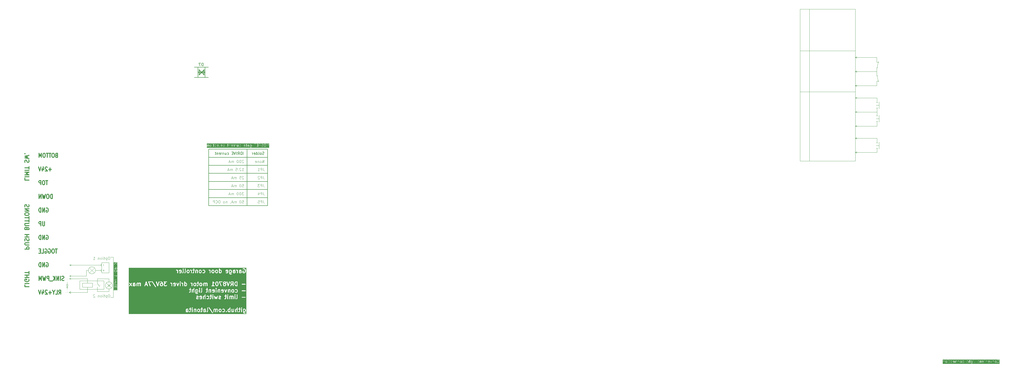
<source format=gbr>
%TF.GenerationSoftware,KiCad,Pcbnew,9.0.0*%
%TF.CreationDate,2025-03-04T23:32:21+01:00*%
%TF.ProjectId,garage-door-controller,67617261-6765-42d6-946f-6f722d636f6e,rev?*%
%TF.SameCoordinates,Original*%
%TF.FileFunction,Legend,Bot*%
%TF.FilePolarity,Positive*%
%FSLAX46Y46*%
G04 Gerber Fmt 4.6, Leading zero omitted, Abs format (unit mm)*
G04 Created by KiCad (PCBNEW 9.0.0) date 2025-03-04 23:32:21*
%MOMM*%
%LPD*%
G01*
G04 APERTURE LIST*
%ADD10C,0.100000*%
%ADD11C,0.300000*%
%ADD12C,0.200000*%
%ADD13C,0.125000*%
%ADD14C,0.150000*%
%ADD15C,0.250000*%
%ADD16R,1.700000X1.700000*%
%ADD17O,1.700000X1.700000*%
%ADD18C,1.600000*%
%ADD19R,1.600000X1.600000*%
%ADD20C,5.600000*%
%ADD21C,2.000000*%
%ADD22R,2.500000X2.500000*%
%ADD23C,2.500000*%
%ADD24C,2.600000*%
%ADD25C,1.520000*%
%ADD26R,1.800000X2.600000*%
%ADD27O,1.800000X2.600000*%
%ADD28R,2.050000X2.240000*%
G04 APERTURE END LIST*
D10*
X369450000Y-84500000D02*
X368950000Y-84500000D01*
X83500000Y-136400000D02*
X85300000Y-134600000D01*
X361200000Y-65750000D02*
X361700000Y-66000000D01*
X74550000Y-134650000D02*
X78300000Y-134650000D01*
X78300000Y-136150000D01*
X74550000Y-136150000D01*
X74550000Y-134650000D01*
X369200000Y-71000000D02*
X369200000Y-72375000D01*
X82100000Y-129900000D02*
X82700000Y-129900000D01*
X69800000Y-132000000D02*
X70300000Y-132300000D01*
X369100000Y-50750000D02*
X361200000Y-50750000D01*
X76000000Y-132000000D02*
X69800000Y-132000000D01*
X68900000Y-137100000D02*
X68900000Y-137120000D01*
X68900000Y-137520000D02*
X68900000Y-137540000D01*
X68900000Y-137940000D02*
X68900000Y-137960000D01*
X369200000Y-65750000D02*
X361200000Y-65750000D01*
X68300000Y-133000001D02*
X68320000Y-133000001D01*
X68720000Y-133000001D02*
X68740000Y-133000001D01*
X69140000Y-133000000D02*
X69160000Y-133000000D01*
X69560000Y-133000000D02*
X69580000Y-133000000D01*
X369900000Y-73500000D02*
X368900000Y-73500000D01*
X80100000Y-137800000D02*
X84400000Y-137800000D01*
X81400000Y-127600000D02*
X81700000Y-127600000D01*
X81700000Y-128200000D01*
X81400000Y-128200000D01*
X81400000Y-127600000D01*
X369900000Y-83500000D02*
X368900000Y-83500000D01*
X86000000Y-125000000D02*
X86000000Y-140000000D01*
X82400000Y-129600000D02*
X82400000Y-130200000D01*
X69875000Y-127900000D02*
X70325000Y-128200000D01*
X68900000Y-135200000D02*
X68900000Y-134350000D01*
X361200000Y-86000000D02*
X369200000Y-86000000D01*
X361700000Y-51000000D02*
X361200000Y-50750000D01*
X369100000Y-56000000D02*
X369100000Y-54500000D01*
X369900000Y-68500000D02*
X368900000Y-68500000D01*
X70325000Y-127600000D02*
X69875000Y-127900000D01*
X70250000Y-138450000D02*
X69750000Y-138150000D01*
X361200000Y-71000000D02*
X369200000Y-71000000D01*
X69200000Y-135200000D02*
X68600000Y-135200000D01*
X369100000Y-56000000D02*
X369100000Y-57500000D01*
X76425000Y-133000000D02*
X76425000Y-134650000D01*
X369450000Y-72375000D02*
X368950000Y-72375000D01*
X361100000Y-61250000D02*
X369100000Y-61250000D01*
X369450000Y-54500000D02*
X369100000Y-54500000D01*
X361200000Y-76250000D02*
X369200000Y-76250000D01*
X361200000Y-56000000D02*
X369100000Y-56000000D01*
X81700000Y-127000000D02*
X84400000Y-127000000D01*
X84400000Y-130800000D01*
X81700000Y-130800000D01*
X81700000Y-127000000D01*
X76784705Y-129900000D02*
X76000000Y-129900000D01*
X369950000Y-74750000D02*
X369950000Y-72250000D01*
X80100000Y-136100000D02*
X80100000Y-137800000D01*
X361700000Y-76000000D02*
X361200000Y-76250000D01*
X69750000Y-138050000D02*
X70250000Y-137750000D01*
X369200000Y-80750000D02*
X369200000Y-82500000D01*
X361700000Y-70750000D02*
X361200000Y-71000000D01*
X369200000Y-71000000D02*
X369200000Y-69500000D01*
X369200000Y-76250000D02*
X369200000Y-74500000D01*
X340700000Y-32750000D02*
X361200000Y-32750000D01*
X361200000Y-48250000D01*
X340700000Y-48250000D01*
X340700000Y-32750000D01*
X74400000Y-127900000D02*
X81400000Y-127900000D01*
X340700000Y-48250000D02*
X361200000Y-48250000D01*
X361200000Y-63500000D01*
X340700000Y-63500000D01*
X340700000Y-48250000D01*
X86000000Y-125000000D02*
X85000000Y-125000000D01*
X76000000Y-129900000D02*
X76000000Y-132000000D01*
X368950000Y-74500000D02*
X369450000Y-74500000D01*
X368950000Y-67500000D02*
X369450000Y-67500000D01*
X368950000Y-82500000D02*
X369450000Y-82500000D01*
X86000000Y-140000000D02*
X85000000Y-140000000D01*
X83500000Y-134600000D02*
X85300000Y-136400000D01*
X69825000Y-127900000D02*
X74400000Y-127900000D01*
X369450000Y-69500000D02*
X368950000Y-69500000D01*
X69800000Y-132000000D02*
X70300000Y-131700000D01*
X361700000Y-61000000D02*
X361200000Y-61250000D01*
X361700000Y-61500000D02*
X361200000Y-61250000D01*
X79415295Y-129900000D02*
G75*
G02*
X76784705Y-129900000I-1315295J0D01*
G01*
X76784705Y-129900000D02*
G75*
G02*
X79415295Y-129900000I1315295J0D01*
G01*
X369100000Y-50750000D02*
X369100000Y-52500000D01*
X344200000Y-32750000D02*
X344200000Y-89250000D01*
X76425000Y-136150000D02*
X76425000Y-138100000D01*
X369200000Y-57500000D02*
X369700000Y-59750000D01*
X361200000Y-76250000D02*
X361700000Y-76500000D01*
X77200000Y-130800000D02*
X79000000Y-129000000D01*
X361200000Y-80750000D02*
X361700000Y-81000000D01*
X369200000Y-65750000D02*
X369200000Y-67500000D01*
X369450000Y-57500000D02*
X369100000Y-57500000D01*
X361700000Y-56250000D02*
X361200000Y-56000000D01*
X340700000Y-63500000D02*
X361200000Y-63500000D01*
X361200000Y-89250000D01*
X340700000Y-89250000D01*
X340700000Y-63500000D01*
X70300000Y-133300000D02*
X69800000Y-133000000D01*
X69800000Y-133000000D02*
X70300000Y-132700000D01*
X84400000Y-136815295D02*
X84400000Y-137800000D01*
X361200000Y-80750000D02*
X369200000Y-80750000D01*
X369100000Y-52500000D02*
X369900000Y-52500000D01*
X68900000Y-134099999D02*
X68900000Y-134079999D01*
X68900000Y-133679999D02*
X68900000Y-133659999D01*
X68900000Y-133259999D02*
X68900000Y-133239999D01*
X369200000Y-86000000D02*
X369200000Y-84500000D01*
X69600000Y-138100000D02*
X69580000Y-138100000D01*
X69180000Y-138100000D02*
X69160000Y-138100000D01*
X68760000Y-138100000D02*
X68740000Y-138100000D01*
X68340000Y-138100000D02*
X68320000Y-138100000D01*
X79415295Y-129900000D02*
X81384705Y-129900000D01*
X361700000Y-50500000D02*
X361200000Y-50750000D01*
X369950000Y-84750000D02*
X369950000Y-82250000D01*
X68900000Y-136200000D02*
X68900000Y-136850000D01*
X69200000Y-136200000D02*
X68600000Y-136200000D01*
X361700000Y-86250000D02*
X361200000Y-86000000D01*
X77200000Y-129000000D02*
X79000000Y-130800000D01*
X68600000Y-135200000D02*
X68900000Y-136200000D01*
X369950000Y-69750000D02*
X369950000Y-67250000D01*
X369100000Y-61250000D02*
X369100000Y-59500000D01*
X84400000Y-133000000D02*
X84400000Y-134200000D01*
X85715295Y-135500000D02*
G75*
G02*
X83084705Y-135500000I-1315295J0D01*
G01*
X83084705Y-135500000D02*
G75*
G02*
X85715295Y-135500000I1315295J0D01*
G01*
X81200000Y-135300000D02*
X81180000Y-135300000D01*
X80780000Y-135300000D02*
X80760000Y-135300000D01*
X80360000Y-135300000D02*
X80340000Y-135300000D01*
X79940000Y-135300000D02*
X79920000Y-135300000D01*
X79520000Y-135300000D02*
X79500000Y-135300000D01*
X79100000Y-135300000D02*
X79080000Y-135300000D01*
X78680000Y-135300000D02*
X78660000Y-135300000D01*
X80100000Y-133000000D02*
X84400000Y-133000000D01*
X81400000Y-129600000D02*
X81700000Y-129600000D01*
X81700000Y-130200000D01*
X81400000Y-130200000D01*
X81400000Y-129600000D01*
X69675000Y-133000000D02*
X76425000Y-133000000D01*
X369125000Y-59500000D02*
X369875000Y-59500000D01*
X361700000Y-65500000D02*
X361200000Y-65750000D01*
X361700000Y-55750000D02*
X361200000Y-56000000D01*
X76425000Y-138100000D02*
X69700000Y-138100000D01*
X73600000Y-133800000D02*
X82500000Y-133800000D01*
X82500000Y-136900000D01*
X73600000Y-136900000D01*
X73600000Y-133800000D01*
X82400000Y-127600000D02*
X82400000Y-128200000D01*
X361700000Y-85750000D02*
X361200000Y-86000000D01*
X361200000Y-71000000D02*
X361700000Y-71250000D01*
X80100000Y-134700000D02*
X80100000Y-133000000D01*
X80100000Y-134700000D02*
X80900000Y-135900000D01*
X68900000Y-136200000D02*
X69200000Y-135200000D01*
X369200000Y-54500000D02*
X369700000Y-52250000D01*
X361700000Y-80500000D02*
X361200000Y-80750000D01*
G36*
X86959360Y-133995287D02*
G01*
X86994247Y-134065061D01*
X86994247Y-134231930D01*
X86959360Y-134301704D01*
X86889587Y-134336591D01*
X86771904Y-134336591D01*
X86847142Y-133960401D01*
X86889587Y-133960401D01*
X86959360Y-133995287D01*
G37*
G36*
X87209161Y-129860310D02*
G01*
X87288867Y-129940016D01*
X87327580Y-130017441D01*
X87327580Y-130184310D01*
X87288867Y-130261735D01*
X87209161Y-130341441D01*
X87038092Y-130384209D01*
X86717069Y-130384209D01*
X86545999Y-130341441D01*
X86466292Y-130261734D01*
X86427580Y-130184310D01*
X86427580Y-130017441D01*
X86466292Y-129940017D01*
X86545999Y-129860310D01*
X86717069Y-129817543D01*
X87038092Y-129817543D01*
X87209161Y-129860310D01*
G37*
G36*
X87252724Y-128856254D02*
G01*
X87288868Y-128892399D01*
X87327580Y-128969822D01*
X87327580Y-129288971D01*
X86903771Y-129288971D01*
X86903771Y-128969822D01*
X86942482Y-128892398D01*
X86978627Y-128856254D01*
X87056051Y-128817543D01*
X87175301Y-128817543D01*
X87252724Y-128856254D01*
G37*
G36*
X87538691Y-137357226D02*
G01*
X86216469Y-137357226D01*
X86216469Y-136719925D01*
X86327580Y-136719925D01*
X86327580Y-137196115D01*
X86331386Y-137215249D01*
X86358446Y-137242309D01*
X86377580Y-137246115D01*
X87377580Y-137246115D01*
X87396714Y-137242309D01*
X87423774Y-137215249D01*
X87427580Y-137196115D01*
X87427580Y-136719925D01*
X87423774Y-136700791D01*
X87396714Y-136673731D01*
X87358446Y-136673731D01*
X87331386Y-136700791D01*
X87327580Y-136719925D01*
X87327580Y-137146115D01*
X86951390Y-137146115D01*
X86951390Y-136862782D01*
X86947584Y-136843648D01*
X86920524Y-136816588D01*
X86882256Y-136816588D01*
X86855196Y-136843648D01*
X86851390Y-136862782D01*
X86851390Y-137146115D01*
X86427580Y-137146115D01*
X86427580Y-136719925D01*
X86423774Y-136700791D01*
X86396714Y-136673731D01*
X86358446Y-136673731D01*
X86331386Y-136700791D01*
X86327580Y-136719925D01*
X86216469Y-136719925D01*
X86216469Y-136272219D01*
X86331386Y-136272219D01*
X86331386Y-136310487D01*
X86358446Y-136337547D01*
X86377580Y-136341353D01*
X87044247Y-136341353D01*
X87063381Y-136337547D01*
X87090441Y-136310487D01*
X87090441Y-136272219D01*
X87236148Y-136272219D01*
X87236148Y-136310487D01*
X87246987Y-136326708D01*
X87294605Y-136374327D01*
X87310826Y-136385166D01*
X87310827Y-136385166D01*
X87349095Y-136385166D01*
X87365316Y-136374327D01*
X87412935Y-136326709D01*
X87423774Y-136310488D01*
X87423774Y-136272219D01*
X87423774Y-136272218D01*
X87412935Y-136255997D01*
X87365316Y-136208379D01*
X87349095Y-136197540D01*
X87310826Y-136197540D01*
X87294605Y-136208379D01*
X87246987Y-136255998D01*
X87236149Y-136272218D01*
X87236148Y-136272219D01*
X87090441Y-136272219D01*
X87063381Y-136245159D01*
X87044247Y-136241353D01*
X86377580Y-136241353D01*
X86358446Y-136245159D01*
X86331386Y-136272219D01*
X86216469Y-136272219D01*
X86216469Y-135577068D01*
X86327580Y-135577068D01*
X86327580Y-135672306D01*
X86328068Y-135674762D01*
X86327706Y-135675851D01*
X86329822Y-135683578D01*
X86331386Y-135691440D01*
X86332197Y-135692251D01*
X86332859Y-135694667D01*
X86380479Y-135789905D01*
X86386581Y-135797768D01*
X86387427Y-135800304D01*
X86390249Y-135802494D01*
X86392440Y-135805317D01*
X86394975Y-135806162D01*
X86402839Y-135812265D01*
X86498077Y-135859884D01*
X86500492Y-135860545D01*
X86501304Y-135861357D01*
X86509165Y-135862920D01*
X86516893Y-135865037D01*
X86517981Y-135864674D01*
X86520438Y-135865163D01*
X86994247Y-135865163D01*
X86994247Y-135958020D01*
X86998053Y-135977154D01*
X87025113Y-136004214D01*
X87063381Y-136004214D01*
X87090441Y-135977154D01*
X87094247Y-135958020D01*
X87094247Y-135865163D01*
X87377580Y-135865163D01*
X87396714Y-135861357D01*
X87423774Y-135834297D01*
X87423774Y-135796029D01*
X87396714Y-135768969D01*
X87377580Y-135765163D01*
X87094247Y-135765163D01*
X87094247Y-135577068D01*
X87090441Y-135557934D01*
X87063381Y-135530874D01*
X87025113Y-135530874D01*
X86998053Y-135557934D01*
X86994247Y-135577068D01*
X86994247Y-135765163D01*
X86532242Y-135765163D01*
X86462467Y-135730276D01*
X86427580Y-135660502D01*
X86427580Y-135577068D01*
X86423774Y-135557934D01*
X86396714Y-135530874D01*
X86358446Y-135530874D01*
X86331386Y-135557934D01*
X86327580Y-135577068D01*
X86216469Y-135577068D01*
X86216469Y-134796029D01*
X86331386Y-134796029D01*
X86331386Y-134834297D01*
X86358446Y-134861357D01*
X86377580Y-134865163D01*
X86889587Y-134865163D01*
X86959360Y-134900049D01*
X86994247Y-134969823D01*
X86994247Y-135089073D01*
X86955535Y-135166496D01*
X86928299Y-135193734D01*
X86377580Y-135193734D01*
X86358446Y-135197540D01*
X86331386Y-135224600D01*
X86331386Y-135262868D01*
X86358446Y-135289928D01*
X86377580Y-135293734D01*
X87377580Y-135293734D01*
X87396714Y-135289928D01*
X87423774Y-135262868D01*
X87423774Y-135224600D01*
X87396714Y-135197540D01*
X87377580Y-135193734D01*
X87053720Y-135193734D01*
X87088968Y-135123238D01*
X87089629Y-135120822D01*
X87090441Y-135120011D01*
X87092004Y-135112149D01*
X87094121Y-135104422D01*
X87093758Y-135103333D01*
X87094247Y-135100877D01*
X87094247Y-134958020D01*
X87093758Y-134955563D01*
X87094121Y-134954475D01*
X87092004Y-134946747D01*
X87090441Y-134938886D01*
X87089629Y-134938074D01*
X87088968Y-134935659D01*
X87041349Y-134840421D01*
X87035244Y-134832555D01*
X87034400Y-134830022D01*
X87031579Y-134827832D01*
X87029388Y-134825009D01*
X87026852Y-134824163D01*
X87018988Y-134818060D01*
X86923751Y-134770442D01*
X86921335Y-134769780D01*
X86920524Y-134768969D01*
X86912662Y-134767405D01*
X86904935Y-134765289D01*
X86903846Y-134765651D01*
X86901390Y-134765163D01*
X86377580Y-134765163D01*
X86358446Y-134768969D01*
X86331386Y-134796029D01*
X86216469Y-134796029D01*
X86216469Y-134053258D01*
X86327580Y-134053258D01*
X86327580Y-134243734D01*
X86328068Y-134246190D01*
X86327706Y-134247279D01*
X86329822Y-134255006D01*
X86331386Y-134262868D01*
X86332197Y-134263679D01*
X86332859Y-134266095D01*
X86380479Y-134361333D01*
X86386581Y-134369196D01*
X86387427Y-134371732D01*
X86390249Y-134373922D01*
X86392440Y-134376745D01*
X86394975Y-134377590D01*
X86402839Y-134383693D01*
X86498077Y-134431312D01*
X86500492Y-134431973D01*
X86501304Y-134432785D01*
X86509165Y-134434348D01*
X86516893Y-134436465D01*
X86517981Y-134436102D01*
X86520438Y-134436591D01*
X86901390Y-134436591D01*
X86903846Y-134436102D01*
X86904935Y-134436465D01*
X86912662Y-134434348D01*
X86920524Y-134432785D01*
X86921335Y-134431973D01*
X86923751Y-134431312D01*
X87018988Y-134383694D01*
X87026852Y-134377590D01*
X87029388Y-134376745D01*
X87031579Y-134373921D01*
X87034400Y-134371732D01*
X87035244Y-134369198D01*
X87041349Y-134361333D01*
X87088968Y-134266095D01*
X87089629Y-134263679D01*
X87090441Y-134262868D01*
X87092004Y-134255006D01*
X87094121Y-134247279D01*
X87093758Y-134246190D01*
X87094247Y-134243734D01*
X87094247Y-134053258D01*
X87093758Y-134050801D01*
X87094121Y-134049713D01*
X87092004Y-134041985D01*
X87090441Y-134034124D01*
X87089629Y-134033312D01*
X87088968Y-134030897D01*
X87041349Y-133935659D01*
X87035244Y-133927793D01*
X87034400Y-133925260D01*
X87031579Y-133923070D01*
X87029388Y-133920247D01*
X87026852Y-133919401D01*
X87018988Y-133913298D01*
X86923751Y-133865680D01*
X86921335Y-133865018D01*
X86920524Y-133864207D01*
X86912662Y-133862643D01*
X86904935Y-133860527D01*
X86903846Y-133860889D01*
X86901390Y-133860401D01*
X86806152Y-133860401D01*
X86798903Y-133861842D01*
X86796449Y-133861352D01*
X86794355Y-133862747D01*
X86787018Y-133864207D01*
X86776721Y-133874504D01*
X86764607Y-133882580D01*
X86761737Y-133889487D01*
X86759958Y-133891267D01*
X86759958Y-133893771D01*
X86757123Y-133900596D01*
X86669924Y-134336591D01*
X86532242Y-134336591D01*
X86462467Y-134301704D01*
X86427580Y-134231930D01*
X86427580Y-134065061D01*
X86469921Y-133980381D01*
X86475074Y-133961565D01*
X86462973Y-133925260D01*
X86428745Y-133908146D01*
X86392440Y-133920247D01*
X86380479Y-133935659D01*
X86332859Y-134030897D01*
X86332197Y-134033312D01*
X86331386Y-134034124D01*
X86329822Y-134041985D01*
X86327706Y-134049713D01*
X86328068Y-134050801D01*
X86327580Y-134053258D01*
X86216469Y-134053258D01*
X86216469Y-133462695D01*
X86331386Y-133462695D01*
X86331386Y-133500963D01*
X86358446Y-133528023D01*
X86377580Y-133531829D01*
X87044247Y-133531829D01*
X87063381Y-133528023D01*
X87090441Y-133500963D01*
X87090441Y-133462695D01*
X87063381Y-133435635D01*
X87044247Y-133431829D01*
X87022101Y-133431829D01*
X87031983Y-133421947D01*
X87036437Y-133415280D01*
X87041349Y-133408952D01*
X87088968Y-133313714D01*
X87089629Y-133311298D01*
X87090441Y-133310487D01*
X87092004Y-133302625D01*
X87094121Y-133294898D01*
X87093758Y-133293809D01*
X87094247Y-133291353D01*
X87094247Y-133196115D01*
X87090441Y-133176981D01*
X87063381Y-133149921D01*
X87025113Y-133149921D01*
X86998053Y-133176981D01*
X86994247Y-133196115D01*
X86994247Y-133279549D01*
X86955535Y-133356972D01*
X86919391Y-133393117D01*
X86841968Y-133431829D01*
X86377580Y-133431829D01*
X86358446Y-133435635D01*
X86331386Y-133462695D01*
X86216469Y-133462695D01*
X86216469Y-131577067D01*
X86327580Y-131577067D01*
X86327580Y-132148495D01*
X86331386Y-132167629D01*
X86358446Y-132194689D01*
X86396714Y-132194689D01*
X86423774Y-132167629D01*
X86427580Y-132148495D01*
X86427580Y-131912781D01*
X87212440Y-131912781D01*
X87206988Y-131916416D01*
X87203481Y-131919915D01*
X87199368Y-131922664D01*
X87104130Y-132017902D01*
X87099678Y-132024563D01*
X87094763Y-132030897D01*
X87047145Y-132126134D01*
X87041992Y-132144950D01*
X87054093Y-132181255D01*
X87088321Y-132198369D01*
X87124626Y-132186268D01*
X87136587Y-132170856D01*
X87180578Y-132082874D01*
X87266574Y-131996877D01*
X87405315Y-131904383D01*
X87419124Y-131890603D01*
X87420133Y-131885555D01*
X87423774Y-131881915D01*
X87423774Y-131867355D01*
X87426630Y-131853077D01*
X87423774Y-131848793D01*
X87423774Y-131843647D01*
X87413479Y-131833352D01*
X87405402Y-131821237D01*
X87400354Y-131820227D01*
X87396714Y-131816587D01*
X87377580Y-131812781D01*
X86427580Y-131812781D01*
X86427580Y-131577067D01*
X86423774Y-131557933D01*
X86396714Y-131530873D01*
X86358446Y-131530873D01*
X86331386Y-131557933D01*
X86327580Y-131577067D01*
X86216469Y-131577067D01*
X86216469Y-130005638D01*
X86327580Y-130005638D01*
X86327580Y-130196114D01*
X86328068Y-130198570D01*
X86327706Y-130199659D01*
X86329822Y-130207386D01*
X86331386Y-130215248D01*
X86332197Y-130216059D01*
X86332859Y-130218475D01*
X86380479Y-130313713D01*
X86385394Y-130320047D01*
X86389845Y-130326707D01*
X86485083Y-130421945D01*
X86489585Y-130424953D01*
X86490672Y-130426764D01*
X86496210Y-130429380D01*
X86501304Y-130432784D01*
X86503415Y-130432784D01*
X86508311Y-130435097D01*
X86698787Y-130482716D01*
X86704904Y-130483013D01*
X86710914Y-130484209D01*
X87044247Y-130484209D01*
X87050256Y-130483013D01*
X87056374Y-130482716D01*
X87246850Y-130435097D01*
X87251746Y-130432784D01*
X87253857Y-130432784D01*
X87258950Y-130429380D01*
X87264489Y-130426764D01*
X87265575Y-130424953D01*
X87270078Y-130421945D01*
X87365316Y-130326707D01*
X87369766Y-130320047D01*
X87374682Y-130313713D01*
X87422301Y-130218475D01*
X87422962Y-130216059D01*
X87423774Y-130215248D01*
X87425337Y-130207386D01*
X87427454Y-130199659D01*
X87427091Y-130198570D01*
X87427580Y-130196114D01*
X87427580Y-130005638D01*
X87427091Y-130003181D01*
X87427454Y-130002093D01*
X87425337Y-129994365D01*
X87423774Y-129986504D01*
X87422962Y-129985692D01*
X87422301Y-129983277D01*
X87374682Y-129888039D01*
X87369766Y-129881704D01*
X87365316Y-129875045D01*
X87270078Y-129779807D01*
X87265575Y-129776798D01*
X87264489Y-129774988D01*
X87258950Y-129772371D01*
X87253857Y-129768968D01*
X87251746Y-129768968D01*
X87246850Y-129766655D01*
X87056374Y-129719036D01*
X87050256Y-129718738D01*
X87044247Y-129717543D01*
X86710914Y-129717543D01*
X86704904Y-129718738D01*
X86698787Y-129719036D01*
X86508311Y-129766655D01*
X86503415Y-129768968D01*
X86501304Y-129768968D01*
X86496210Y-129772371D01*
X86490672Y-129774988D01*
X86489585Y-129776798D01*
X86485083Y-129779807D01*
X86389845Y-129875045D01*
X86385394Y-129881704D01*
X86380479Y-129888039D01*
X86332859Y-129983277D01*
X86332197Y-129985692D01*
X86331386Y-129986504D01*
X86329822Y-129994365D01*
X86327706Y-130002093D01*
X86328068Y-130003181D01*
X86327580Y-130005638D01*
X86216469Y-130005638D01*
X86216469Y-128756728D01*
X86328764Y-128756728D01*
X86335414Y-128794414D01*
X86348907Y-128808505D01*
X86803771Y-129126909D01*
X86803771Y-129288971D01*
X86377580Y-129288971D01*
X86358446Y-129292777D01*
X86331386Y-129319837D01*
X86331386Y-129358105D01*
X86358446Y-129385165D01*
X86377580Y-129388971D01*
X87377580Y-129388971D01*
X87396714Y-129385165D01*
X87423774Y-129358105D01*
X87427580Y-129338971D01*
X87427580Y-128958019D01*
X87427091Y-128955562D01*
X87427454Y-128954474D01*
X87425337Y-128946746D01*
X87423774Y-128938885D01*
X87422962Y-128938073D01*
X87422301Y-128935658D01*
X87374682Y-128840420D01*
X87369770Y-128834091D01*
X87365316Y-128827425D01*
X87317697Y-128779807D01*
X87311035Y-128775355D01*
X87304702Y-128770440D01*
X87209465Y-128722822D01*
X87207049Y-128722160D01*
X87206238Y-128721349D01*
X87198376Y-128719785D01*
X87190649Y-128717669D01*
X87189560Y-128718031D01*
X87187104Y-128717543D01*
X87044247Y-128717543D01*
X87041790Y-128718031D01*
X87040702Y-128717669D01*
X87032974Y-128719785D01*
X87025113Y-128721349D01*
X87024301Y-128722160D01*
X87021886Y-128722822D01*
X86926648Y-128770441D01*
X86920319Y-128775352D01*
X86913653Y-128779807D01*
X86866035Y-128827426D01*
X86861583Y-128834087D01*
X86856668Y-128840421D01*
X86809050Y-128935658D01*
X86808388Y-128938073D01*
X86807577Y-128938885D01*
X86806013Y-128946746D01*
X86803897Y-128954474D01*
X86804259Y-128955562D01*
X86803771Y-128958019D01*
X86803771Y-129004843D01*
X86406253Y-128726581D01*
X86388395Y-128718727D01*
X86350709Y-128725377D01*
X86328764Y-128756728D01*
X86216469Y-128756728D01*
X86216469Y-127053257D01*
X86327580Y-127053257D01*
X86327580Y-127672304D01*
X86331386Y-127691438D01*
X86358446Y-127718498D01*
X86396714Y-127718498D01*
X86412935Y-127707659D01*
X86976017Y-127144577D01*
X87099979Y-127103257D01*
X87175301Y-127103257D01*
X87252724Y-127141968D01*
X87288868Y-127178113D01*
X87327580Y-127255536D01*
X87327580Y-127470024D01*
X87288868Y-127547447D01*
X87246987Y-127589330D01*
X87236148Y-127605551D01*
X87236148Y-127643819D01*
X87263208Y-127670879D01*
X87301476Y-127670879D01*
X87317697Y-127660040D01*
X87365316Y-127612422D01*
X87369770Y-127605755D01*
X87374682Y-127599427D01*
X87422301Y-127504189D01*
X87422962Y-127501773D01*
X87423774Y-127500962D01*
X87425337Y-127493100D01*
X87427454Y-127485373D01*
X87427091Y-127484284D01*
X87427580Y-127481828D01*
X87427580Y-127243733D01*
X87427091Y-127241276D01*
X87427454Y-127240188D01*
X87425337Y-127232460D01*
X87423774Y-127224599D01*
X87422962Y-127223787D01*
X87422301Y-127221372D01*
X87374682Y-127126134D01*
X87369770Y-127119805D01*
X87365316Y-127113139D01*
X87317697Y-127065521D01*
X87311035Y-127061069D01*
X87304702Y-127056154D01*
X87209465Y-127008536D01*
X87207049Y-127007874D01*
X87206238Y-127007063D01*
X87198376Y-127005499D01*
X87190649Y-127003383D01*
X87189560Y-127003745D01*
X87187104Y-127003257D01*
X87091866Y-127003257D01*
X87084004Y-127004820D01*
X87076054Y-127005823D01*
X86933198Y-127053442D01*
X86931023Y-127054682D01*
X86929875Y-127054682D01*
X86923214Y-127059132D01*
X86916249Y-127063103D01*
X86915735Y-127064130D01*
X86913654Y-127065521D01*
X86427580Y-127551594D01*
X86427580Y-127053257D01*
X86423774Y-127034123D01*
X86396714Y-127007063D01*
X86358446Y-127007063D01*
X86331386Y-127034123D01*
X86327580Y-127053257D01*
X86216469Y-127053257D01*
X86216469Y-126892146D01*
X87538691Y-126892146D01*
X87538691Y-137357226D01*
G37*
G36*
X137190306Y-83294463D02*
G01*
X137226450Y-83330608D01*
X137265162Y-83408031D01*
X137265162Y-83670138D01*
X137226450Y-83747561D01*
X137190304Y-83783708D01*
X137112883Y-83822419D01*
X136946014Y-83822419D01*
X136888972Y-83793898D01*
X136888972Y-83284272D01*
X136946014Y-83255752D01*
X137112883Y-83255752D01*
X137190306Y-83294463D01*
G37*
G36*
X122142683Y-83294463D02*
G01*
X122178827Y-83330608D01*
X122217539Y-83408031D01*
X122217539Y-83670138D01*
X122178827Y-83747561D01*
X122142681Y-83783708D01*
X122065260Y-83822419D01*
X121946010Y-83822419D01*
X121868587Y-83783708D01*
X121832441Y-83747561D01*
X121793730Y-83670139D01*
X121793730Y-83408031D01*
X121832441Y-83330607D01*
X121868586Y-83294463D01*
X121946010Y-83255752D01*
X122065260Y-83255752D01*
X122142683Y-83294463D01*
G37*
G36*
X124944557Y-83290638D02*
G01*
X124979444Y-83360412D01*
X124979444Y-83478094D01*
X124603254Y-83402856D01*
X124603254Y-83360412D01*
X124638140Y-83290638D01*
X124707915Y-83255752D01*
X124874784Y-83255752D01*
X124944557Y-83290638D01*
G37*
G36*
X126325510Y-83290638D02*
G01*
X126360397Y-83360412D01*
X126360397Y-83478094D01*
X125984207Y-83402856D01*
X125984207Y-83360412D01*
X126019093Y-83290638D01*
X126088868Y-83255752D01*
X126255737Y-83255752D01*
X126325510Y-83290638D01*
G37*
G36*
X130230273Y-83290638D02*
G01*
X130265160Y-83360412D01*
X130265160Y-83478094D01*
X129888970Y-83402856D01*
X129888970Y-83360412D01*
X129923856Y-83290638D01*
X129993631Y-83255752D01*
X130160500Y-83255752D01*
X130230273Y-83290638D01*
G37*
G36*
X134849322Y-83290638D02*
G01*
X134884209Y-83360412D01*
X134884209Y-83478094D01*
X134508019Y-83402856D01*
X134508019Y-83360412D01*
X134542905Y-83290638D01*
X134612680Y-83255752D01*
X134779549Y-83255752D01*
X134849322Y-83290638D01*
G37*
G36*
X136007087Y-83536187D02*
G01*
X136009502Y-83536848D01*
X136010314Y-83537660D01*
X136018175Y-83539223D01*
X136025903Y-83541340D01*
X136026991Y-83540977D01*
X136029448Y-83541466D01*
X136255740Y-83541466D01*
X136325513Y-83576352D01*
X136360400Y-83646126D01*
X136360400Y-83717757D01*
X136325513Y-83787532D01*
X136255740Y-83822419D01*
X136041252Y-83822419D01*
X135984210Y-83793898D01*
X135984210Y-83524748D01*
X136007087Y-83536187D01*
G37*
G36*
X142428403Y-82961131D02*
G01*
X142508109Y-83040837D01*
X142550877Y-83211907D01*
X142550877Y-83532930D01*
X142508109Y-83703999D01*
X142428401Y-83783708D01*
X142350979Y-83822419D01*
X142184110Y-83822419D01*
X142106687Y-83783707D01*
X142026978Y-83703998D01*
X141984211Y-83532930D01*
X141984211Y-83211907D01*
X142026978Y-83040837D01*
X142106684Y-82961131D01*
X142184110Y-82922419D01*
X142350979Y-82922419D01*
X142428403Y-82961131D01*
G37*
G36*
X143857226Y-84366863D02*
G01*
X120725476Y-84366863D01*
X120725476Y-83348609D01*
X120836587Y-83348609D01*
X120836587Y-83872419D01*
X120840393Y-83891553D01*
X120867453Y-83918613D01*
X120905721Y-83918613D01*
X120932781Y-83891553D01*
X120936587Y-83872419D01*
X120936587Y-83360412D01*
X120971473Y-83290638D01*
X121041248Y-83255752D01*
X121160498Y-83255752D01*
X121237921Y-83294463D01*
X121265158Y-83321700D01*
X121265158Y-83872419D01*
X121268964Y-83891553D01*
X121296024Y-83918613D01*
X121334292Y-83918613D01*
X121361352Y-83891553D01*
X121365158Y-83872419D01*
X121365158Y-83396228D01*
X121693730Y-83396228D01*
X121693730Y-83681942D01*
X121694218Y-83684398D01*
X121693856Y-83685487D01*
X121695972Y-83693214D01*
X121697536Y-83701076D01*
X121698347Y-83701887D01*
X121699009Y-83704303D01*
X121746627Y-83799540D01*
X121751538Y-83805868D01*
X121755993Y-83812535D01*
X121803612Y-83860155D01*
X121810278Y-83864609D01*
X121816607Y-83869521D01*
X121911845Y-83917140D01*
X121914260Y-83917801D01*
X121915072Y-83918613D01*
X121922933Y-83920176D01*
X121930661Y-83922293D01*
X121931749Y-83921930D01*
X121934206Y-83922419D01*
X122077063Y-83922419D01*
X122079519Y-83921930D01*
X122080608Y-83922293D01*
X122088335Y-83920176D01*
X122096197Y-83918613D01*
X122097008Y-83917801D01*
X122099424Y-83917140D01*
X122194661Y-83869522D01*
X122200988Y-83864611D01*
X122207657Y-83860155D01*
X122255276Y-83812535D01*
X122259729Y-83805869D01*
X122264641Y-83799541D01*
X122312260Y-83704303D01*
X122312921Y-83701887D01*
X122313733Y-83701076D01*
X122315296Y-83693214D01*
X122317413Y-83685487D01*
X122317050Y-83684398D01*
X122317539Y-83681942D01*
X122317539Y-83396228D01*
X122317050Y-83393771D01*
X122317413Y-83392683D01*
X122315296Y-83384955D01*
X122313733Y-83377094D01*
X122312921Y-83376282D01*
X122312260Y-83373867D01*
X122264641Y-83278629D01*
X122259729Y-83272300D01*
X122255275Y-83265634D01*
X122207656Y-83218016D01*
X122200994Y-83213564D01*
X122194661Y-83208649D01*
X122188867Y-83205752D01*
X122646110Y-83205752D01*
X122646110Y-83872419D01*
X122649916Y-83891553D01*
X122676976Y-83918613D01*
X122715244Y-83918613D01*
X122742304Y-83891553D01*
X122746110Y-83872419D01*
X122746110Y-83205752D01*
X122742304Y-83186618D01*
X122983250Y-83186618D01*
X122983250Y-83224886D01*
X123010310Y-83251946D01*
X123029444Y-83255752D01*
X123217539Y-83255752D01*
X123217539Y-83717757D01*
X123182652Y-83787532D01*
X123112879Y-83822419D01*
X123029444Y-83822419D01*
X123010310Y-83826225D01*
X122983250Y-83853285D01*
X122983250Y-83891553D01*
X123010310Y-83918613D01*
X123029444Y-83922419D01*
X123124682Y-83922419D01*
X123127138Y-83921930D01*
X123128227Y-83922293D01*
X123135954Y-83920176D01*
X123143816Y-83918613D01*
X123144627Y-83917801D01*
X123147043Y-83917140D01*
X123242280Y-83869522D01*
X123250146Y-83863416D01*
X123252680Y-83862572D01*
X123254869Y-83859750D01*
X123257692Y-83857560D01*
X123258537Y-83855025D01*
X123264641Y-83847160D01*
X123312260Y-83751922D01*
X123312921Y-83749506D01*
X123313733Y-83748695D01*
X123315296Y-83740833D01*
X123317413Y-83733106D01*
X123317050Y-83732017D01*
X123317539Y-83729561D01*
X123317539Y-83256916D01*
X123646237Y-83256916D01*
X123663351Y-83291144D01*
X123699656Y-83303245D01*
X123718472Y-83298092D01*
X123803153Y-83255752D01*
X123970022Y-83255752D01*
X124047445Y-83294463D01*
X124083589Y-83330608D01*
X124122301Y-83408031D01*
X124122301Y-83670138D01*
X124083589Y-83747561D01*
X124047443Y-83783708D01*
X123970022Y-83822419D01*
X123803153Y-83822419D01*
X123718472Y-83780079D01*
X123699656Y-83774926D01*
X123663351Y-83787027D01*
X123646237Y-83821255D01*
X123658338Y-83857560D01*
X123673750Y-83869521D01*
X123768988Y-83917140D01*
X123771403Y-83917801D01*
X123772215Y-83918613D01*
X123780076Y-83920176D01*
X123787804Y-83922293D01*
X123788892Y-83921930D01*
X123791349Y-83922419D01*
X123981825Y-83922419D01*
X123984281Y-83921930D01*
X123985370Y-83922293D01*
X123993097Y-83920176D01*
X124000959Y-83918613D01*
X124001770Y-83917801D01*
X124004186Y-83917140D01*
X124099423Y-83869522D01*
X124105750Y-83864611D01*
X124112419Y-83860155D01*
X124160038Y-83812535D01*
X124164491Y-83805869D01*
X124169403Y-83799541D01*
X124217022Y-83704303D01*
X124217683Y-83701887D01*
X124218495Y-83701076D01*
X124220058Y-83693214D01*
X124222175Y-83685487D01*
X124221812Y-83684398D01*
X124222301Y-83681942D01*
X124222301Y-83396228D01*
X124221812Y-83393771D01*
X124222175Y-83392683D01*
X124220058Y-83384955D01*
X124218495Y-83377094D01*
X124217683Y-83376282D01*
X124217022Y-83373867D01*
X124204393Y-83348609D01*
X124503254Y-83348609D01*
X124503254Y-83443847D01*
X124504695Y-83451095D01*
X124504205Y-83453550D01*
X124505600Y-83455643D01*
X124507060Y-83462981D01*
X124517356Y-83473277D01*
X124525432Y-83485391D01*
X124532340Y-83488261D01*
X124534120Y-83490041D01*
X124536624Y-83490041D01*
X124543448Y-83492876D01*
X124979444Y-83580075D01*
X124979444Y-83717757D01*
X124944557Y-83787532D01*
X124874784Y-83822419D01*
X124707915Y-83822419D01*
X124623234Y-83780079D01*
X124604418Y-83774926D01*
X124568113Y-83787027D01*
X124550999Y-83821255D01*
X124563100Y-83857560D01*
X124578512Y-83869521D01*
X124673750Y-83917140D01*
X124676165Y-83917801D01*
X124676977Y-83918613D01*
X124684838Y-83920176D01*
X124692566Y-83922293D01*
X124693654Y-83921930D01*
X124696111Y-83922419D01*
X124886587Y-83922419D01*
X124889043Y-83921930D01*
X124890132Y-83922293D01*
X124897859Y-83920176D01*
X124905721Y-83918613D01*
X124906532Y-83917801D01*
X124908948Y-83917140D01*
X124991301Y-83875964D01*
X125312904Y-83875964D01*
X125330018Y-83910192D01*
X125366323Y-83922293D01*
X125385139Y-83917140D01*
X125480376Y-83869522D01*
X125488242Y-83863416D01*
X125490776Y-83862572D01*
X125492965Y-83859750D01*
X125495788Y-83857560D01*
X125496633Y-83855025D01*
X125502737Y-83847160D01*
X125550356Y-83751922D01*
X125551017Y-83749506D01*
X125551829Y-83748695D01*
X125553392Y-83740833D01*
X125555509Y-83733106D01*
X125555146Y-83732017D01*
X125555635Y-83729561D01*
X125555635Y-83348609D01*
X125884207Y-83348609D01*
X125884207Y-83443847D01*
X125885648Y-83451095D01*
X125885158Y-83453550D01*
X125886553Y-83455643D01*
X125888013Y-83462981D01*
X125898309Y-83473277D01*
X125906385Y-83485391D01*
X125913293Y-83488261D01*
X125915073Y-83490041D01*
X125917577Y-83490041D01*
X125924401Y-83492876D01*
X126360397Y-83580075D01*
X126360397Y-83717757D01*
X126325510Y-83787532D01*
X126255737Y-83822419D01*
X126088868Y-83822419D01*
X126004187Y-83780079D01*
X125985371Y-83774926D01*
X125949066Y-83787027D01*
X125931952Y-83821255D01*
X125944053Y-83857560D01*
X125959465Y-83869521D01*
X126054703Y-83917140D01*
X126057118Y-83917801D01*
X126057930Y-83918613D01*
X126065791Y-83920176D01*
X126073519Y-83922293D01*
X126074607Y-83921930D01*
X126077064Y-83922419D01*
X126267540Y-83922419D01*
X126269996Y-83921930D01*
X126271085Y-83922293D01*
X126278812Y-83920176D01*
X126286674Y-83918613D01*
X126287485Y-83917801D01*
X126289901Y-83917140D01*
X126385138Y-83869522D01*
X126393004Y-83863416D01*
X126395538Y-83862572D01*
X126397727Y-83859750D01*
X126400550Y-83857560D01*
X126401395Y-83855025D01*
X126407499Y-83847160D01*
X126455118Y-83751922D01*
X126455779Y-83749506D01*
X126456591Y-83748695D01*
X126458154Y-83740833D01*
X126460271Y-83733106D01*
X126459908Y-83732017D01*
X126460397Y-83729561D01*
X126460397Y-83681942D01*
X126741350Y-83681942D01*
X126741350Y-83729561D01*
X126741838Y-83732017D01*
X126741476Y-83733105D01*
X126743591Y-83740829D01*
X126745156Y-83748695D01*
X126745967Y-83749506D01*
X126746629Y-83751921D01*
X126794247Y-83847160D01*
X126800350Y-83855024D01*
X126801196Y-83857560D01*
X126804019Y-83859751D01*
X126806209Y-83862572D01*
X126808742Y-83863416D01*
X126816608Y-83869521D01*
X126911846Y-83917140D01*
X126914261Y-83917801D01*
X126915073Y-83918613D01*
X126922934Y-83920176D01*
X126930662Y-83922293D01*
X126931750Y-83921930D01*
X126934207Y-83922419D01*
X127124683Y-83922419D01*
X127127139Y-83921930D01*
X127128228Y-83922293D01*
X127135955Y-83920176D01*
X127143817Y-83918613D01*
X127144628Y-83917801D01*
X127147044Y-83917140D01*
X127242281Y-83869522D01*
X127257693Y-83857560D01*
X127269795Y-83821256D01*
X127252681Y-83787028D01*
X127216376Y-83774926D01*
X127197560Y-83780079D01*
X127112880Y-83822419D01*
X126946011Y-83822419D01*
X126876236Y-83787532D01*
X126841350Y-83717759D01*
X126841350Y-83693745D01*
X126876236Y-83623971D01*
X126946011Y-83589085D01*
X127077064Y-83589085D01*
X127079520Y-83588596D01*
X127080609Y-83588959D01*
X127088336Y-83586842D01*
X127096198Y-83585279D01*
X127097009Y-83584467D01*
X127099425Y-83583806D01*
X127194662Y-83536188D01*
X127202526Y-83530084D01*
X127205062Y-83529239D01*
X127207253Y-83526415D01*
X127210074Y-83524226D01*
X127210918Y-83521692D01*
X127217023Y-83513827D01*
X127264642Y-83418589D01*
X127265303Y-83416173D01*
X127266115Y-83415362D01*
X127267678Y-83407500D01*
X127269795Y-83399773D01*
X127269432Y-83398684D01*
X127269921Y-83396228D01*
X127269921Y-83348609D01*
X127269432Y-83346152D01*
X127269795Y-83345064D01*
X127267678Y-83337336D01*
X127266115Y-83329475D01*
X127265303Y-83328663D01*
X127264642Y-83326248D01*
X127217023Y-83231010D01*
X127210918Y-83223144D01*
X127210074Y-83220611D01*
X127207253Y-83218421D01*
X127205062Y-83215598D01*
X127202526Y-83214752D01*
X127194662Y-83208649D01*
X127150600Y-83186618D01*
X128221347Y-83186618D01*
X128221347Y-83224886D01*
X128248407Y-83251946D01*
X128267541Y-83255752D01*
X128455636Y-83255752D01*
X128455636Y-83717757D01*
X128420749Y-83787532D01*
X128350976Y-83822419D01*
X128267541Y-83822419D01*
X128248407Y-83826225D01*
X128221347Y-83853285D01*
X128221347Y-83891553D01*
X128248407Y-83918613D01*
X128267541Y-83922419D01*
X128362779Y-83922419D01*
X128365235Y-83921930D01*
X128366324Y-83922293D01*
X128374051Y-83920176D01*
X128381913Y-83918613D01*
X128382724Y-83917801D01*
X128385140Y-83917140D01*
X128480377Y-83869522D01*
X128488243Y-83863416D01*
X128490777Y-83862572D01*
X128492966Y-83859750D01*
X128495789Y-83857560D01*
X128496634Y-83855025D01*
X128502738Y-83847160D01*
X128550357Y-83751922D01*
X128551018Y-83749506D01*
X128551830Y-83748695D01*
X128553393Y-83740833D01*
X128555510Y-83733106D01*
X128555147Y-83732017D01*
X128555636Y-83729561D01*
X128555636Y-83348609D01*
X128931827Y-83348609D01*
X128931827Y-83872419D01*
X128935633Y-83891553D01*
X128962693Y-83918613D01*
X129000961Y-83918613D01*
X129028021Y-83891553D01*
X129031827Y-83872419D01*
X129031827Y-83360412D01*
X129066713Y-83290638D01*
X129136488Y-83255752D01*
X129255738Y-83255752D01*
X129333161Y-83294463D01*
X129360398Y-83321700D01*
X129360398Y-83872419D01*
X129364204Y-83891553D01*
X129391264Y-83918613D01*
X129429532Y-83918613D01*
X129456592Y-83891553D01*
X129460398Y-83872419D01*
X129460398Y-83348609D01*
X129788970Y-83348609D01*
X129788970Y-83443847D01*
X129790411Y-83451095D01*
X129789921Y-83453550D01*
X129791316Y-83455643D01*
X129792776Y-83462981D01*
X129803072Y-83473277D01*
X129811148Y-83485391D01*
X129818056Y-83488261D01*
X129819836Y-83490041D01*
X129822340Y-83490041D01*
X129829164Y-83492876D01*
X130265160Y-83580075D01*
X130265160Y-83717757D01*
X130230273Y-83787532D01*
X130160500Y-83822419D01*
X129993631Y-83822419D01*
X129908950Y-83780079D01*
X129890134Y-83774926D01*
X129853829Y-83787027D01*
X129836715Y-83821255D01*
X129848816Y-83857560D01*
X129864228Y-83869521D01*
X129959466Y-83917140D01*
X129961881Y-83917801D01*
X129962693Y-83918613D01*
X129970554Y-83920176D01*
X129978282Y-83922293D01*
X129979370Y-83921930D01*
X129981827Y-83922419D01*
X130172303Y-83922419D01*
X130174759Y-83921930D01*
X130175848Y-83922293D01*
X130183575Y-83920176D01*
X130191437Y-83918613D01*
X130192248Y-83917801D01*
X130194664Y-83917140D01*
X130289901Y-83869522D01*
X130297767Y-83863416D01*
X130300301Y-83862572D01*
X130302490Y-83859750D01*
X130305313Y-83857560D01*
X130306158Y-83855025D01*
X130312262Y-83847160D01*
X130359881Y-83751922D01*
X130360542Y-83749506D01*
X130361354Y-83748695D01*
X130362917Y-83740833D01*
X130365034Y-83733106D01*
X130364671Y-83732017D01*
X130365160Y-83729561D01*
X130365160Y-83348609D01*
X130364671Y-83346152D01*
X130365034Y-83345064D01*
X130362917Y-83337336D01*
X130361354Y-83329475D01*
X130360542Y-83328663D01*
X130359881Y-83326248D01*
X130312262Y-83231010D01*
X130306157Y-83223144D01*
X130305313Y-83220611D01*
X130302492Y-83218421D01*
X130300301Y-83215598D01*
X130297765Y-83214752D01*
X130289901Y-83208649D01*
X130245839Y-83186618D01*
X130554681Y-83186618D01*
X130554681Y-83224886D01*
X130581741Y-83251946D01*
X130600875Y-83255752D01*
X130684310Y-83255752D01*
X130761733Y-83294463D01*
X130797877Y-83330608D01*
X130836589Y-83408031D01*
X130836589Y-83872419D01*
X130840395Y-83891553D01*
X130867455Y-83918613D01*
X130905723Y-83918613D01*
X130932783Y-83891553D01*
X130936589Y-83872419D01*
X130936589Y-83205752D01*
X130932783Y-83186618D01*
X131173729Y-83186618D01*
X131173729Y-83224886D01*
X131200789Y-83251946D01*
X131219923Y-83255752D01*
X131303358Y-83255752D01*
X131380781Y-83294463D01*
X131416925Y-83330608D01*
X131455637Y-83408031D01*
X131455637Y-83872419D01*
X131459443Y-83891553D01*
X131486503Y-83918613D01*
X131524771Y-83918613D01*
X131551831Y-83891553D01*
X131555637Y-83872419D01*
X131555637Y-83205752D01*
X131931828Y-83205752D01*
X131931828Y-83872419D01*
X131935634Y-83891553D01*
X131962694Y-83918613D01*
X132000962Y-83918613D01*
X132028022Y-83891553D01*
X132030114Y-83881035D01*
X132102324Y-83917140D01*
X132104739Y-83917801D01*
X132105551Y-83918613D01*
X132113412Y-83920176D01*
X132121140Y-83922293D01*
X132122228Y-83921930D01*
X132124685Y-83922419D01*
X132267542Y-83922419D01*
X132269998Y-83921930D01*
X132271087Y-83922293D01*
X132278814Y-83920176D01*
X132286676Y-83918613D01*
X132287487Y-83917801D01*
X132289903Y-83917140D01*
X132385140Y-83869522D01*
X132393006Y-83863416D01*
X132395540Y-83862572D01*
X132397729Y-83859750D01*
X132400552Y-83857560D01*
X132401397Y-83855025D01*
X132407501Y-83847160D01*
X132455120Y-83751922D01*
X132455781Y-83749506D01*
X132456593Y-83748695D01*
X132458156Y-83740833D01*
X132460273Y-83733106D01*
X132459910Y-83732017D01*
X132460399Y-83729561D01*
X132460399Y-83256916D01*
X132789097Y-83256916D01*
X132806211Y-83291144D01*
X132842516Y-83303245D01*
X132861332Y-83298092D01*
X132946013Y-83255752D01*
X133112882Y-83255752D01*
X133190305Y-83294463D01*
X133226449Y-83330608D01*
X133265161Y-83408031D01*
X133265161Y-83670138D01*
X133226449Y-83747561D01*
X133190303Y-83783708D01*
X133112882Y-83822419D01*
X132946013Y-83822419D01*
X132861332Y-83780079D01*
X132842516Y-83774926D01*
X132806211Y-83787027D01*
X132789097Y-83821255D01*
X132801198Y-83857560D01*
X132816610Y-83869521D01*
X132911848Y-83917140D01*
X132914263Y-83917801D01*
X132915075Y-83918613D01*
X132922936Y-83920176D01*
X132930664Y-83922293D01*
X132931752Y-83921930D01*
X132934209Y-83922419D01*
X133124685Y-83922419D01*
X133127141Y-83921930D01*
X133128230Y-83922293D01*
X133135957Y-83920176D01*
X133143819Y-83918613D01*
X133144630Y-83917801D01*
X133147046Y-83917140D01*
X133242283Y-83869522D01*
X133248610Y-83864611D01*
X133255279Y-83860155D01*
X133302898Y-83812535D01*
X133307351Y-83805869D01*
X133312263Y-83799541D01*
X133359882Y-83704303D01*
X133360543Y-83701887D01*
X133361355Y-83701076D01*
X133362918Y-83693214D01*
X133365035Y-83685487D01*
X133364672Y-83684398D01*
X133365161Y-83681942D01*
X133365161Y-83396228D01*
X133364672Y-83393771D01*
X133365035Y-83392683D01*
X133362918Y-83384955D01*
X133361355Y-83377094D01*
X133360543Y-83376282D01*
X133359882Y-83373867D01*
X133347253Y-83348609D01*
X134408019Y-83348609D01*
X134408019Y-83443847D01*
X134409460Y-83451095D01*
X134408970Y-83453550D01*
X134410365Y-83455643D01*
X134411825Y-83462981D01*
X134422121Y-83473277D01*
X134430197Y-83485391D01*
X134437105Y-83488261D01*
X134438885Y-83490041D01*
X134441389Y-83490041D01*
X134448213Y-83492876D01*
X134884209Y-83580075D01*
X134884209Y-83717757D01*
X134849322Y-83787532D01*
X134779549Y-83822419D01*
X134612680Y-83822419D01*
X134527999Y-83780079D01*
X134509183Y-83774926D01*
X134472878Y-83787027D01*
X134455764Y-83821255D01*
X134467865Y-83857560D01*
X134483277Y-83869521D01*
X134578515Y-83917140D01*
X134580930Y-83917801D01*
X134581742Y-83918613D01*
X134589603Y-83920176D01*
X134597331Y-83922293D01*
X134598419Y-83921930D01*
X134600876Y-83922419D01*
X134791352Y-83922419D01*
X134793808Y-83921930D01*
X134794897Y-83922293D01*
X134802624Y-83920176D01*
X134810486Y-83918613D01*
X134811297Y-83917801D01*
X134813713Y-83917140D01*
X134908950Y-83869522D01*
X134916816Y-83863416D01*
X134919350Y-83862572D01*
X134921539Y-83859750D01*
X134924362Y-83857560D01*
X134925207Y-83855025D01*
X134931311Y-83847160D01*
X134978930Y-83751922D01*
X134979591Y-83749506D01*
X134980403Y-83748695D01*
X134981966Y-83740833D01*
X134984083Y-83733106D01*
X134983720Y-83732017D01*
X134984209Y-83729561D01*
X134984209Y-83348609D01*
X134983720Y-83346152D01*
X134984083Y-83345064D01*
X134981966Y-83337336D01*
X134980403Y-83329475D01*
X134979591Y-83328663D01*
X134978930Y-83326248D01*
X134931311Y-83231010D01*
X134925206Y-83223144D01*
X134924362Y-83220611D01*
X134921541Y-83218421D01*
X134919350Y-83215598D01*
X134916814Y-83214752D01*
X134908950Y-83208649D01*
X134864888Y-83186618D01*
X135173730Y-83186618D01*
X135173730Y-83224886D01*
X135200790Y-83251946D01*
X135219924Y-83255752D01*
X135408019Y-83255752D01*
X135408019Y-83717757D01*
X135373132Y-83787532D01*
X135303359Y-83822419D01*
X135219924Y-83822419D01*
X135200790Y-83826225D01*
X135173730Y-83853285D01*
X135173730Y-83891553D01*
X135200790Y-83918613D01*
X135219924Y-83922419D01*
X135315162Y-83922419D01*
X135317618Y-83921930D01*
X135318707Y-83922293D01*
X135326434Y-83920176D01*
X135334296Y-83918613D01*
X135335107Y-83917801D01*
X135337523Y-83917140D01*
X135432760Y-83869522D01*
X135440626Y-83863416D01*
X135443160Y-83862572D01*
X135445349Y-83859750D01*
X135448172Y-83857560D01*
X135449017Y-83855025D01*
X135455121Y-83847160D01*
X135502740Y-83751922D01*
X135503401Y-83749506D01*
X135504213Y-83748695D01*
X135505776Y-83740833D01*
X135507893Y-83733106D01*
X135507530Y-83732017D01*
X135508019Y-83729561D01*
X135508019Y-83348609D01*
X135884210Y-83348609D01*
X135884210Y-83872419D01*
X135888016Y-83891553D01*
X135915076Y-83918613D01*
X135953344Y-83918613D01*
X135972240Y-83899716D01*
X136007087Y-83917140D01*
X136009502Y-83917801D01*
X136010314Y-83918613D01*
X136018175Y-83920176D01*
X136025903Y-83922293D01*
X136026991Y-83921930D01*
X136029448Y-83922419D01*
X136267543Y-83922419D01*
X136269999Y-83921930D01*
X136271088Y-83922293D01*
X136278815Y-83920176D01*
X136286677Y-83918613D01*
X136287488Y-83917801D01*
X136289904Y-83917140D01*
X136385141Y-83869522D01*
X136393007Y-83863416D01*
X136395541Y-83862572D01*
X136397730Y-83859750D01*
X136400553Y-83857560D01*
X136401398Y-83855025D01*
X136407502Y-83847160D01*
X136455121Y-83751922D01*
X136455782Y-83749506D01*
X136456594Y-83748695D01*
X136458157Y-83740833D01*
X136460274Y-83733106D01*
X136459911Y-83732017D01*
X136460400Y-83729561D01*
X136460400Y-83634323D01*
X136459911Y-83631866D01*
X136460274Y-83630778D01*
X136458157Y-83623050D01*
X136456594Y-83615189D01*
X136455782Y-83614377D01*
X136455121Y-83611962D01*
X136407502Y-83516724D01*
X136401397Y-83508858D01*
X136400553Y-83506325D01*
X136397732Y-83504135D01*
X136395541Y-83501312D01*
X136393005Y-83500466D01*
X136385141Y-83494363D01*
X136289904Y-83446745D01*
X136287488Y-83446083D01*
X136286677Y-83445272D01*
X136278815Y-83443708D01*
X136271088Y-83441592D01*
X136269999Y-83441954D01*
X136267543Y-83441466D01*
X136041252Y-83441466D01*
X135984210Y-83412945D01*
X135984210Y-83360412D01*
X136019096Y-83290638D01*
X136088871Y-83255752D01*
X136255740Y-83255752D01*
X136340420Y-83298092D01*
X136359236Y-83303245D01*
X136395541Y-83291143D01*
X136412655Y-83256915D01*
X136400553Y-83220611D01*
X136385141Y-83208649D01*
X136379347Y-83205752D01*
X136788972Y-83205752D01*
X136788972Y-84015276D01*
X136789460Y-84017732D01*
X136789098Y-84018821D01*
X136791214Y-84026548D01*
X136792778Y-84034410D01*
X136793589Y-84035221D01*
X136794251Y-84037637D01*
X136841869Y-84132874D01*
X136846784Y-84139207D01*
X136851236Y-84145869D01*
X136898854Y-84193488D01*
X136905520Y-84197942D01*
X136911849Y-84202854D01*
X137007087Y-84250473D01*
X137009502Y-84251134D01*
X137010314Y-84251946D01*
X137018175Y-84253509D01*
X137025903Y-84255626D01*
X137026991Y-84255263D01*
X137029448Y-84255752D01*
X137172305Y-84255752D01*
X137174761Y-84255263D01*
X137175850Y-84255626D01*
X137183577Y-84253509D01*
X137191439Y-84251946D01*
X137192250Y-84251134D01*
X137194666Y-84250473D01*
X137289903Y-84202855D01*
X137305315Y-84190893D01*
X137317417Y-84154589D01*
X137300303Y-84120361D01*
X137263998Y-84108259D01*
X137245182Y-84113412D01*
X137160502Y-84155752D01*
X137041252Y-84155752D01*
X136963828Y-84117040D01*
X136927683Y-84080896D01*
X136888972Y-84003473D01*
X136888972Y-83905701D01*
X136911849Y-83917140D01*
X136914264Y-83917801D01*
X136915076Y-83918613D01*
X136922937Y-83920176D01*
X136930665Y-83922293D01*
X136931753Y-83921930D01*
X136934210Y-83922419D01*
X137124686Y-83922419D01*
X137127142Y-83921930D01*
X137128231Y-83922293D01*
X137135958Y-83920176D01*
X137143820Y-83918613D01*
X137144631Y-83917801D01*
X137147047Y-83917140D01*
X137242284Y-83869522D01*
X137248611Y-83864611D01*
X137255280Y-83860155D01*
X137302899Y-83812535D01*
X137307352Y-83805869D01*
X137312264Y-83799541D01*
X137359883Y-83704303D01*
X137360544Y-83701887D01*
X137361356Y-83701076D01*
X137362919Y-83693214D01*
X137365036Y-83685487D01*
X137364673Y-83684398D01*
X137365162Y-83681942D01*
X137365162Y-83396228D01*
X137364673Y-83393771D01*
X137365036Y-83392683D01*
X137362919Y-83384955D01*
X137361356Y-83377094D01*
X137360544Y-83376282D01*
X137359883Y-83373867D01*
X137312264Y-83278629D01*
X137307352Y-83272300D01*
X137302898Y-83265634D01*
X137255279Y-83218016D01*
X137248617Y-83213564D01*
X137242284Y-83208649D01*
X137147047Y-83161031D01*
X137144631Y-83160369D01*
X137143820Y-83159558D01*
X137135958Y-83157994D01*
X137128231Y-83155878D01*
X137127142Y-83156240D01*
X137124686Y-83155752D01*
X136934210Y-83155752D01*
X136931753Y-83156240D01*
X136930665Y-83155878D01*
X136922937Y-83157994D01*
X136915076Y-83159558D01*
X136914264Y-83160369D01*
X136911849Y-83161031D01*
X136877002Y-83178454D01*
X136858106Y-83159558D01*
X136819838Y-83159558D01*
X136792778Y-83186618D01*
X136788972Y-83205752D01*
X136379347Y-83205752D01*
X136289904Y-83161031D01*
X136287488Y-83160369D01*
X136286677Y-83159558D01*
X136278815Y-83157994D01*
X136271088Y-83155878D01*
X136269999Y-83156240D01*
X136267543Y-83155752D01*
X136077067Y-83155752D01*
X136074610Y-83156240D01*
X136073522Y-83155878D01*
X136065794Y-83157994D01*
X136057933Y-83159558D01*
X136057121Y-83160369D01*
X136054706Y-83161031D01*
X135959468Y-83208650D01*
X135951602Y-83214754D01*
X135949069Y-83215599D01*
X135946879Y-83218419D01*
X135944056Y-83220611D01*
X135943210Y-83223146D01*
X135937107Y-83231011D01*
X135889489Y-83326248D01*
X135888827Y-83328663D01*
X135888016Y-83329475D01*
X135886452Y-83337336D01*
X135884336Y-83345064D01*
X135884698Y-83346152D01*
X135884210Y-83348609D01*
X135508019Y-83348609D01*
X135508019Y-83255752D01*
X135600876Y-83255752D01*
X135620010Y-83251946D01*
X135647070Y-83224886D01*
X135647070Y-83186618D01*
X135620010Y-83159558D01*
X135600876Y-83155752D01*
X135508019Y-83155752D01*
X135508019Y-82872419D01*
X135504213Y-82853285D01*
X138316588Y-82853285D01*
X138316588Y-82891553D01*
X138343648Y-82918613D01*
X138362782Y-82922419D01*
X138598496Y-82922419D01*
X138598496Y-83872419D01*
X138602302Y-83891553D01*
X138629362Y-83918613D01*
X138667630Y-83918613D01*
X138694690Y-83891553D01*
X138698496Y-83872419D01*
X138698496Y-82922419D01*
X138934210Y-82922419D01*
X138953344Y-82918613D01*
X138980404Y-82891553D01*
X138980404Y-82853285D01*
X139173731Y-82853285D01*
X139173731Y-82891553D01*
X139200791Y-82918613D01*
X139219925Y-82922419D01*
X139646115Y-82922419D01*
X139646115Y-83298609D01*
X139362782Y-83298609D01*
X139343648Y-83302415D01*
X139316588Y-83329475D01*
X139316588Y-83367743D01*
X139343648Y-83394803D01*
X139362782Y-83398609D01*
X139646115Y-83398609D01*
X139646115Y-83822419D01*
X139219925Y-83822419D01*
X139200791Y-83826225D01*
X139173731Y-83853285D01*
X139173731Y-83891553D01*
X139200791Y-83918613D01*
X139219925Y-83922419D01*
X139696115Y-83922419D01*
X139715249Y-83918613D01*
X139742309Y-83891553D01*
X139746115Y-83872419D01*
X139746115Y-82872419D01*
X139742309Y-82853285D01*
X140030874Y-82853285D01*
X140030874Y-82891553D01*
X140057934Y-82918613D01*
X140077068Y-82922419D01*
X140503258Y-82922419D01*
X140503258Y-83298609D01*
X140219925Y-83298609D01*
X140200791Y-83302415D01*
X140173731Y-83329475D01*
X140173731Y-83367743D01*
X140200791Y-83394803D01*
X140219925Y-83398609D01*
X140503258Y-83398609D01*
X140503258Y-83872419D01*
X140507064Y-83891553D01*
X140534124Y-83918613D01*
X140572392Y-83918613D01*
X140599452Y-83891553D01*
X140603258Y-83872419D01*
X140603258Y-83586704D01*
X140931830Y-83586704D01*
X140931830Y-83681942D01*
X140932318Y-83684398D01*
X140931956Y-83685487D01*
X140934072Y-83693214D01*
X140935636Y-83701076D01*
X140936447Y-83701887D01*
X140937109Y-83704303D01*
X140984727Y-83799540D01*
X140989638Y-83805868D01*
X140994093Y-83812535D01*
X141041712Y-83860155D01*
X141048378Y-83864609D01*
X141054707Y-83869521D01*
X141149945Y-83917140D01*
X141152360Y-83917801D01*
X141153172Y-83918613D01*
X141161033Y-83920176D01*
X141168761Y-83922293D01*
X141169849Y-83921930D01*
X141172306Y-83922419D01*
X141410401Y-83922419D01*
X141418263Y-83920855D01*
X141426212Y-83919853D01*
X141569069Y-83872234D01*
X141586017Y-83862573D01*
X141603132Y-83828344D01*
X141591030Y-83792040D01*
X141556802Y-83774926D01*
X141537446Y-83777366D01*
X141402288Y-83822419D01*
X141184110Y-83822419D01*
X141106687Y-83783708D01*
X141070541Y-83747561D01*
X141031830Y-83670139D01*
X141031830Y-83598507D01*
X141070541Y-83521083D01*
X141106686Y-83484939D01*
X141189758Y-83443403D01*
X141374909Y-83397116D01*
X141379861Y-83394776D01*
X141385143Y-83393330D01*
X141480380Y-83345712D01*
X141486713Y-83340796D01*
X141493375Y-83336345D01*
X141540994Y-83288727D01*
X141545448Y-83282060D01*
X141550360Y-83275732D01*
X141585350Y-83205752D01*
X141884211Y-83205752D01*
X141884211Y-83539085D01*
X141885406Y-83545094D01*
X141885704Y-83551212D01*
X141933323Y-83741688D01*
X141935636Y-83746584D01*
X141935636Y-83748695D01*
X141939040Y-83753790D01*
X141941656Y-83759327D01*
X141943464Y-83760412D01*
X141946474Y-83764916D01*
X142041713Y-83860155D01*
X142048372Y-83864605D01*
X142054707Y-83869521D01*
X142149945Y-83917140D01*
X142152360Y-83917801D01*
X142153172Y-83918613D01*
X142161033Y-83920176D01*
X142168761Y-83922293D01*
X142169849Y-83921930D01*
X142172306Y-83922419D01*
X142362782Y-83922419D01*
X142365238Y-83921930D01*
X142366327Y-83922293D01*
X142374054Y-83920176D01*
X142381916Y-83918613D01*
X142382727Y-83917801D01*
X142385143Y-83917140D01*
X142480380Y-83869522D01*
X142486707Y-83864611D01*
X142493376Y-83860155D01*
X142588614Y-83764916D01*
X142591623Y-83760412D01*
X142593432Y-83759327D01*
X142596047Y-83753790D01*
X142599452Y-83748695D01*
X142599452Y-83746584D01*
X142601765Y-83741688D01*
X142649384Y-83551212D01*
X142649681Y-83545094D01*
X142650877Y-83539085D01*
X142650877Y-83205752D01*
X142649681Y-83199742D01*
X142649384Y-83193625D01*
X142601765Y-83003149D01*
X142599452Y-82998252D01*
X142599452Y-82996142D01*
X142596048Y-82991048D01*
X142593432Y-82985510D01*
X142591621Y-82984423D01*
X142588613Y-82979921D01*
X142493375Y-82884683D01*
X142486713Y-82880231D01*
X142480380Y-82875316D01*
X142474586Y-82872419D01*
X142979449Y-82872419D01*
X142979449Y-83872419D01*
X142983255Y-83891553D01*
X143010315Y-83918613D01*
X143048583Y-83918613D01*
X143075643Y-83891553D01*
X143079449Y-83872419D01*
X143079449Y-83097796D01*
X143317473Y-83607849D01*
X143325095Y-83618238D01*
X143325908Y-83620473D01*
X143327165Y-83621059D01*
X143329013Y-83623578D01*
X143345085Y-83629422D01*
X143360586Y-83636656D01*
X143362782Y-83635857D01*
X143364978Y-83636656D01*
X143380478Y-83629422D01*
X143396551Y-83623578D01*
X143398398Y-83621059D01*
X143399656Y-83620473D01*
X143400468Y-83618237D01*
X143408091Y-83607848D01*
X143646115Y-83097796D01*
X143646115Y-83872419D01*
X143649921Y-83891553D01*
X143676981Y-83918613D01*
X143715249Y-83918613D01*
X143742309Y-83891553D01*
X143746115Y-83872419D01*
X143746115Y-82872419D01*
X143742309Y-82853285D01*
X143736026Y-82847002D01*
X143732989Y-82838650D01*
X143723023Y-82833999D01*
X143715249Y-82826225D01*
X143706364Y-82826225D01*
X143698311Y-82822467D01*
X143687976Y-82826225D01*
X143676981Y-82826225D01*
X143670698Y-82832507D01*
X143662346Y-82835545D01*
X143650806Y-82851274D01*
X143362781Y-83468469D01*
X143074758Y-82851275D01*
X143063218Y-82835545D01*
X143054865Y-82832507D01*
X143048583Y-82826225D01*
X143037588Y-82826225D01*
X143027253Y-82822467D01*
X143019200Y-82826225D01*
X143010315Y-82826225D01*
X143002540Y-82833999D01*
X142992575Y-82838650D01*
X142989537Y-82847002D01*
X142983255Y-82853285D01*
X142979449Y-82872419D01*
X142474586Y-82872419D01*
X142385143Y-82827698D01*
X142382727Y-82827036D01*
X142381916Y-82826225D01*
X142374054Y-82824661D01*
X142366327Y-82822545D01*
X142365238Y-82822907D01*
X142362782Y-82822419D01*
X142172306Y-82822419D01*
X142169849Y-82822907D01*
X142168761Y-82822545D01*
X142161033Y-82824661D01*
X142153172Y-82826225D01*
X142152360Y-82827036D01*
X142149945Y-82827698D01*
X142054707Y-82875317D01*
X142048372Y-82880232D01*
X142041713Y-82884683D01*
X141946475Y-82979921D01*
X141943466Y-82984423D01*
X141941656Y-82985510D01*
X141939039Y-82991048D01*
X141935636Y-82996142D01*
X141935636Y-82998252D01*
X141933323Y-83003149D01*
X141885704Y-83193625D01*
X141885406Y-83199742D01*
X141884211Y-83205752D01*
X141585350Y-83205752D01*
X141597979Y-83180494D01*
X141598640Y-83178078D01*
X141599452Y-83177267D01*
X141601015Y-83169405D01*
X141603132Y-83161678D01*
X141602769Y-83160589D01*
X141603258Y-83158133D01*
X141603258Y-83062895D01*
X141602769Y-83060438D01*
X141603132Y-83059350D01*
X141601015Y-83051622D01*
X141599452Y-83043761D01*
X141598640Y-83042949D01*
X141597979Y-83040534D01*
X141550360Y-82945296D01*
X141545448Y-82938967D01*
X141540994Y-82932301D01*
X141493375Y-82884683D01*
X141486713Y-82880231D01*
X141480380Y-82875316D01*
X141385143Y-82827698D01*
X141382727Y-82827036D01*
X141381916Y-82826225D01*
X141374054Y-82824661D01*
X141366327Y-82822545D01*
X141365238Y-82822907D01*
X141362782Y-82822419D01*
X141124687Y-82822419D01*
X141116825Y-82823982D01*
X141108875Y-82824985D01*
X140966019Y-82872604D01*
X140949070Y-82882265D01*
X140931956Y-82916494D01*
X140944057Y-82952798D01*
X140978286Y-82969912D01*
X140997641Y-82967472D01*
X141132800Y-82922419D01*
X141350979Y-82922419D01*
X141428402Y-82961130D01*
X141464546Y-82997275D01*
X141503258Y-83074698D01*
X141503258Y-83146329D01*
X141464546Y-83223752D01*
X141428402Y-83259897D01*
X141345331Y-83301433D01*
X141160179Y-83347721D01*
X141155226Y-83350060D01*
X141149945Y-83351507D01*
X141054707Y-83399126D01*
X141048378Y-83404037D01*
X141041712Y-83408492D01*
X140994094Y-83456111D01*
X140989642Y-83462772D01*
X140984727Y-83469106D01*
X140937109Y-83564343D01*
X140936447Y-83566758D01*
X140935636Y-83567570D01*
X140934072Y-83575431D01*
X140931956Y-83583159D01*
X140932318Y-83584247D01*
X140931830Y-83586704D01*
X140603258Y-83586704D01*
X140603258Y-82872419D01*
X140599452Y-82853285D01*
X140572392Y-82826225D01*
X140553258Y-82822419D01*
X140077068Y-82822419D01*
X140057934Y-82826225D01*
X140030874Y-82853285D01*
X139742309Y-82853285D01*
X139715249Y-82826225D01*
X139696115Y-82822419D01*
X139219925Y-82822419D01*
X139200791Y-82826225D01*
X139173731Y-82853285D01*
X138980404Y-82853285D01*
X138953344Y-82826225D01*
X138934210Y-82822419D01*
X138362782Y-82822419D01*
X138343648Y-82826225D01*
X138316588Y-82853285D01*
X135504213Y-82853285D01*
X135477153Y-82826225D01*
X135438885Y-82826225D01*
X135411825Y-82853285D01*
X135408019Y-82872419D01*
X135408019Y-83155752D01*
X135219924Y-83155752D01*
X135200790Y-83159558D01*
X135173730Y-83186618D01*
X134864888Y-83186618D01*
X134813713Y-83161031D01*
X134811297Y-83160369D01*
X134810486Y-83159558D01*
X134802624Y-83157994D01*
X134794897Y-83155878D01*
X134793808Y-83156240D01*
X134791352Y-83155752D01*
X134600876Y-83155752D01*
X134598419Y-83156240D01*
X134597331Y-83155878D01*
X134589603Y-83157994D01*
X134581742Y-83159558D01*
X134580930Y-83160369D01*
X134578515Y-83161031D01*
X134483277Y-83208650D01*
X134475411Y-83214754D01*
X134472878Y-83215599D01*
X134470688Y-83218419D01*
X134467865Y-83220611D01*
X134467019Y-83223146D01*
X134460916Y-83231011D01*
X134413298Y-83326248D01*
X134412636Y-83328663D01*
X134411825Y-83329475D01*
X134410261Y-83337336D01*
X134408145Y-83345064D01*
X134408507Y-83346152D01*
X134408019Y-83348609D01*
X133347253Y-83348609D01*
X133312263Y-83278629D01*
X133307351Y-83272300D01*
X133302897Y-83265634D01*
X133255278Y-83218016D01*
X133248616Y-83213564D01*
X133242283Y-83208649D01*
X133147046Y-83161031D01*
X133144630Y-83160369D01*
X133143819Y-83159558D01*
X133135957Y-83157994D01*
X133128230Y-83155878D01*
X133127141Y-83156240D01*
X133124685Y-83155752D01*
X132934209Y-83155752D01*
X132931752Y-83156240D01*
X132930664Y-83155878D01*
X132922936Y-83157994D01*
X132915075Y-83159558D01*
X132914263Y-83160369D01*
X132911848Y-83161031D01*
X132816610Y-83208650D01*
X132801198Y-83220611D01*
X132789097Y-83256916D01*
X132460399Y-83256916D01*
X132460399Y-83205752D01*
X132456593Y-83186618D01*
X132429533Y-83159558D01*
X132391265Y-83159558D01*
X132364205Y-83186618D01*
X132360399Y-83205752D01*
X132360399Y-83717757D01*
X132325512Y-83787532D01*
X132255739Y-83822419D01*
X132136489Y-83822419D01*
X132059066Y-83783708D01*
X132031828Y-83756469D01*
X132031828Y-83205752D01*
X132028022Y-83186618D01*
X132000962Y-83159558D01*
X131962694Y-83159558D01*
X131935634Y-83186618D01*
X131931828Y-83205752D01*
X131555637Y-83205752D01*
X131551831Y-83186618D01*
X131524771Y-83159558D01*
X131486503Y-83159558D01*
X131459443Y-83186618D01*
X131455637Y-83205752D01*
X131455637Y-83227898D01*
X131445754Y-83218016D01*
X131439092Y-83213564D01*
X131432759Y-83208649D01*
X131337522Y-83161031D01*
X131335106Y-83160369D01*
X131334295Y-83159558D01*
X131326433Y-83157994D01*
X131318706Y-83155878D01*
X131317617Y-83156240D01*
X131315161Y-83155752D01*
X131219923Y-83155752D01*
X131200789Y-83159558D01*
X131173729Y-83186618D01*
X130932783Y-83186618D01*
X130905723Y-83159558D01*
X130867455Y-83159558D01*
X130840395Y-83186618D01*
X130836589Y-83205752D01*
X130836589Y-83227898D01*
X130826706Y-83218016D01*
X130820044Y-83213564D01*
X130813711Y-83208649D01*
X130718474Y-83161031D01*
X130716058Y-83160369D01*
X130715247Y-83159558D01*
X130707385Y-83157994D01*
X130699658Y-83155878D01*
X130698569Y-83156240D01*
X130696113Y-83155752D01*
X130600875Y-83155752D01*
X130581741Y-83159558D01*
X130554681Y-83186618D01*
X130245839Y-83186618D01*
X130194664Y-83161031D01*
X130192248Y-83160369D01*
X130191437Y-83159558D01*
X130183575Y-83157994D01*
X130175848Y-83155878D01*
X130174759Y-83156240D01*
X130172303Y-83155752D01*
X129981827Y-83155752D01*
X129979370Y-83156240D01*
X129978282Y-83155878D01*
X129970554Y-83157994D01*
X129962693Y-83159558D01*
X129961881Y-83160369D01*
X129959466Y-83161031D01*
X129864228Y-83208650D01*
X129856362Y-83214754D01*
X129853829Y-83215599D01*
X129851639Y-83218419D01*
X129848816Y-83220611D01*
X129847970Y-83223146D01*
X129841867Y-83231011D01*
X129794249Y-83326248D01*
X129793587Y-83328663D01*
X129792776Y-83329475D01*
X129791212Y-83337336D01*
X129789096Y-83345064D01*
X129789458Y-83346152D01*
X129788970Y-83348609D01*
X129460398Y-83348609D01*
X129460398Y-83205752D01*
X129456592Y-83186618D01*
X129429532Y-83159558D01*
X129391264Y-83159558D01*
X129364204Y-83186618D01*
X129362111Y-83197135D01*
X129289902Y-83161031D01*
X129287486Y-83160369D01*
X129286675Y-83159558D01*
X129278813Y-83157994D01*
X129271086Y-83155878D01*
X129269997Y-83156240D01*
X129267541Y-83155752D01*
X129124684Y-83155752D01*
X129122227Y-83156240D01*
X129121139Y-83155878D01*
X129113411Y-83157994D01*
X129105550Y-83159558D01*
X129104738Y-83160369D01*
X129102323Y-83161031D01*
X129007085Y-83208650D01*
X128999219Y-83214754D01*
X128996686Y-83215599D01*
X128994496Y-83218419D01*
X128991673Y-83220611D01*
X128990827Y-83223146D01*
X128984724Y-83231011D01*
X128937106Y-83326248D01*
X128936444Y-83328663D01*
X128935633Y-83329475D01*
X128934069Y-83337336D01*
X128931953Y-83345064D01*
X128932315Y-83346152D01*
X128931827Y-83348609D01*
X128555636Y-83348609D01*
X128555636Y-83255752D01*
X128648493Y-83255752D01*
X128667627Y-83251946D01*
X128694687Y-83224886D01*
X128694687Y-83186618D01*
X128667627Y-83159558D01*
X128648493Y-83155752D01*
X128555636Y-83155752D01*
X128555636Y-82872419D01*
X128551830Y-82853285D01*
X128524770Y-82826225D01*
X128486502Y-82826225D01*
X128459442Y-82853285D01*
X128455636Y-82872419D01*
X128455636Y-83155752D01*
X128267541Y-83155752D01*
X128248407Y-83159558D01*
X128221347Y-83186618D01*
X127150600Y-83186618D01*
X127099425Y-83161031D01*
X127097009Y-83160369D01*
X127096198Y-83159558D01*
X127088336Y-83157994D01*
X127080609Y-83155878D01*
X127079520Y-83156240D01*
X127077064Y-83155752D01*
X126934207Y-83155752D01*
X126931750Y-83156240D01*
X126930662Y-83155878D01*
X126922934Y-83157994D01*
X126915073Y-83159558D01*
X126914261Y-83160369D01*
X126911846Y-83161031D01*
X126816608Y-83208650D01*
X126801196Y-83220611D01*
X126789095Y-83256916D01*
X126806209Y-83291144D01*
X126842514Y-83303245D01*
X126861330Y-83298092D01*
X126946011Y-83255752D01*
X127065261Y-83255752D01*
X127135034Y-83290638D01*
X127169921Y-83360412D01*
X127169921Y-83384424D01*
X127135034Y-83454198D01*
X127065261Y-83489085D01*
X126934207Y-83489085D01*
X126931750Y-83489573D01*
X126930662Y-83489211D01*
X126922934Y-83491327D01*
X126915073Y-83492891D01*
X126914261Y-83493702D01*
X126911846Y-83494364D01*
X126816608Y-83541983D01*
X126808742Y-83548087D01*
X126806209Y-83548932D01*
X126804019Y-83551752D01*
X126801196Y-83553944D01*
X126800350Y-83556479D01*
X126794247Y-83564344D01*
X126746629Y-83659581D01*
X126745967Y-83661996D01*
X126745156Y-83662808D01*
X126743592Y-83670669D01*
X126741476Y-83678397D01*
X126741838Y-83679485D01*
X126741350Y-83681942D01*
X126460397Y-83681942D01*
X126460397Y-83348609D01*
X126459908Y-83346152D01*
X126460271Y-83345064D01*
X126458154Y-83337336D01*
X126456591Y-83329475D01*
X126455779Y-83328663D01*
X126455118Y-83326248D01*
X126407499Y-83231010D01*
X126401394Y-83223144D01*
X126400550Y-83220611D01*
X126397729Y-83218421D01*
X126395538Y-83215598D01*
X126393002Y-83214752D01*
X126385138Y-83208649D01*
X126289901Y-83161031D01*
X126287485Y-83160369D01*
X126286674Y-83159558D01*
X126278812Y-83157994D01*
X126271085Y-83155878D01*
X126269996Y-83156240D01*
X126267540Y-83155752D01*
X126077064Y-83155752D01*
X126074607Y-83156240D01*
X126073519Y-83155878D01*
X126065791Y-83157994D01*
X126057930Y-83159558D01*
X126057118Y-83160369D01*
X126054703Y-83161031D01*
X125959465Y-83208650D01*
X125951599Y-83214754D01*
X125949066Y-83215599D01*
X125946876Y-83218419D01*
X125944053Y-83220611D01*
X125943207Y-83223146D01*
X125937104Y-83231011D01*
X125889486Y-83326248D01*
X125888824Y-83328663D01*
X125888013Y-83329475D01*
X125886449Y-83337336D01*
X125884333Y-83345064D01*
X125884695Y-83346152D01*
X125884207Y-83348609D01*
X125555635Y-83348609D01*
X125555635Y-82872419D01*
X125551829Y-82853285D01*
X125524769Y-82826225D01*
X125486501Y-82826225D01*
X125459441Y-82853285D01*
X125455635Y-82872419D01*
X125455635Y-83717757D01*
X125420748Y-83787532D01*
X125340417Y-83827698D01*
X125325005Y-83839659D01*
X125312904Y-83875964D01*
X124991301Y-83875964D01*
X125004185Y-83869522D01*
X125012051Y-83863416D01*
X125014585Y-83862572D01*
X125016774Y-83859750D01*
X125019597Y-83857560D01*
X125020442Y-83855025D01*
X125026546Y-83847160D01*
X125074165Y-83751922D01*
X125074826Y-83749506D01*
X125075638Y-83748695D01*
X125077201Y-83740833D01*
X125079318Y-83733106D01*
X125078955Y-83732017D01*
X125079444Y-83729561D01*
X125079444Y-83348609D01*
X125078955Y-83346152D01*
X125079318Y-83345064D01*
X125077201Y-83337336D01*
X125075638Y-83329475D01*
X125074826Y-83328663D01*
X125074165Y-83326248D01*
X125026546Y-83231010D01*
X125020441Y-83223144D01*
X125019597Y-83220611D01*
X125016776Y-83218421D01*
X125014585Y-83215598D01*
X125012049Y-83214752D01*
X125004185Y-83208649D01*
X124908948Y-83161031D01*
X124906532Y-83160369D01*
X124905721Y-83159558D01*
X124897859Y-83157994D01*
X124890132Y-83155878D01*
X124889043Y-83156240D01*
X124886587Y-83155752D01*
X124696111Y-83155752D01*
X124693654Y-83156240D01*
X124692566Y-83155878D01*
X124684838Y-83157994D01*
X124676977Y-83159558D01*
X124676165Y-83160369D01*
X124673750Y-83161031D01*
X124578512Y-83208650D01*
X124570646Y-83214754D01*
X124568113Y-83215599D01*
X124565923Y-83218419D01*
X124563100Y-83220611D01*
X124562254Y-83223146D01*
X124556151Y-83231011D01*
X124508533Y-83326248D01*
X124507871Y-83328663D01*
X124507060Y-83329475D01*
X124505496Y-83337336D01*
X124503380Y-83345064D01*
X124503742Y-83346152D01*
X124503254Y-83348609D01*
X124204393Y-83348609D01*
X124169403Y-83278629D01*
X124164491Y-83272300D01*
X124160037Y-83265634D01*
X124112418Y-83218016D01*
X124105756Y-83213564D01*
X124099423Y-83208649D01*
X124004186Y-83161031D01*
X124001770Y-83160369D01*
X124000959Y-83159558D01*
X123993097Y-83157994D01*
X123985370Y-83155878D01*
X123984281Y-83156240D01*
X123981825Y-83155752D01*
X123791349Y-83155752D01*
X123788892Y-83156240D01*
X123787804Y-83155878D01*
X123780076Y-83157994D01*
X123772215Y-83159558D01*
X123771403Y-83160369D01*
X123768988Y-83161031D01*
X123673750Y-83208650D01*
X123658338Y-83220611D01*
X123646237Y-83256916D01*
X123317539Y-83256916D01*
X123317539Y-83255752D01*
X123410396Y-83255752D01*
X123429530Y-83251946D01*
X123456590Y-83224886D01*
X123456590Y-83186618D01*
X123429530Y-83159558D01*
X123410396Y-83155752D01*
X123317539Y-83155752D01*
X123317539Y-82872419D01*
X123313733Y-82853285D01*
X123286673Y-82826225D01*
X123248405Y-82826225D01*
X123221345Y-82853285D01*
X123217539Y-82872419D01*
X123217539Y-83155752D01*
X123029444Y-83155752D01*
X123010310Y-83159558D01*
X122983250Y-83186618D01*
X122742304Y-83186618D01*
X122715244Y-83159558D01*
X122676976Y-83159558D01*
X122649916Y-83186618D01*
X122646110Y-83205752D01*
X122188867Y-83205752D01*
X122099424Y-83161031D01*
X122097008Y-83160369D01*
X122096197Y-83159558D01*
X122088335Y-83157994D01*
X122080608Y-83155878D01*
X122079519Y-83156240D01*
X122077063Y-83155752D01*
X121934206Y-83155752D01*
X121931749Y-83156240D01*
X121930661Y-83155878D01*
X121922933Y-83157994D01*
X121915072Y-83159558D01*
X121914260Y-83160369D01*
X121911845Y-83161031D01*
X121816607Y-83208650D01*
X121810278Y-83213561D01*
X121803612Y-83218016D01*
X121755994Y-83265635D01*
X121751542Y-83272296D01*
X121746627Y-83278630D01*
X121699009Y-83373867D01*
X121698347Y-83376282D01*
X121697536Y-83377094D01*
X121695972Y-83384955D01*
X121693856Y-83392683D01*
X121694218Y-83393771D01*
X121693730Y-83396228D01*
X121365158Y-83396228D01*
X121365158Y-83205752D01*
X121361352Y-83186618D01*
X121334292Y-83159558D01*
X121296024Y-83159558D01*
X121268964Y-83186618D01*
X121266871Y-83197135D01*
X121194662Y-83161031D01*
X121192246Y-83160369D01*
X121191435Y-83159558D01*
X121183573Y-83157994D01*
X121175846Y-83155878D01*
X121174757Y-83156240D01*
X121172301Y-83155752D01*
X121029444Y-83155752D01*
X121026987Y-83156240D01*
X121025899Y-83155878D01*
X121018171Y-83157994D01*
X121010310Y-83159558D01*
X121009498Y-83160369D01*
X121007083Y-83161031D01*
X120911845Y-83208650D01*
X120903979Y-83214754D01*
X120901446Y-83215599D01*
X120899256Y-83218419D01*
X120896433Y-83220611D01*
X120895587Y-83223146D01*
X120889484Y-83231011D01*
X120841866Y-83326248D01*
X120841204Y-83328663D01*
X120840393Y-83329475D01*
X120838829Y-83337336D01*
X120836713Y-83345064D01*
X120837075Y-83346152D01*
X120836587Y-83348609D01*
X120725476Y-83348609D01*
X120725476Y-82900904D01*
X122602297Y-82900904D01*
X122602297Y-82939172D01*
X122613136Y-82955393D01*
X122660754Y-83003012D01*
X122676975Y-83013851D01*
X122676976Y-83013851D01*
X122715244Y-83013851D01*
X122731465Y-83003012D01*
X122779084Y-82955394D01*
X122789923Y-82939173D01*
X122789923Y-82900904D01*
X122789923Y-82900903D01*
X122779084Y-82884682D01*
X122731465Y-82837064D01*
X122715244Y-82826225D01*
X122676975Y-82826225D01*
X122660754Y-82837064D01*
X122613136Y-82884683D01*
X122602298Y-82900903D01*
X122602297Y-82900904D01*
X120725476Y-82900904D01*
X120725476Y-82711308D01*
X143857226Y-82711308D01*
X143857226Y-84366863D01*
G37*
D11*
X53208961Y-95625940D02*
X53208961Y-96340226D01*
X53208961Y-96340226D02*
X54788961Y-96340226D01*
X53208961Y-95125940D02*
X54788961Y-95125940D01*
X53208961Y-94411654D02*
X54788961Y-94411654D01*
X54788961Y-94411654D02*
X53660390Y-93911654D01*
X53660390Y-93911654D02*
X54788961Y-93411654D01*
X54788961Y-93411654D02*
X53208961Y-93411654D01*
X53208961Y-92697368D02*
X54788961Y-92697368D01*
X54788961Y-92197367D02*
X54788961Y-91340225D01*
X53208961Y-91768796D02*
X54788961Y-91768796D01*
X53284200Y-89768796D02*
X53208961Y-89554511D01*
X53208961Y-89554511D02*
X53208961Y-89197368D01*
X53208961Y-89197368D02*
X53284200Y-89054511D01*
X53284200Y-89054511D02*
X53359438Y-88983082D01*
X53359438Y-88983082D02*
X53509914Y-88911653D01*
X53509914Y-88911653D02*
X53660390Y-88911653D01*
X53660390Y-88911653D02*
X53810866Y-88983082D01*
X53810866Y-88983082D02*
X53886104Y-89054511D01*
X53886104Y-89054511D02*
X53961342Y-89197368D01*
X53961342Y-89197368D02*
X54036580Y-89483082D01*
X54036580Y-89483082D02*
X54111819Y-89625939D01*
X54111819Y-89625939D02*
X54187057Y-89697368D01*
X54187057Y-89697368D02*
X54337533Y-89768796D01*
X54337533Y-89768796D02*
X54488009Y-89768796D01*
X54488009Y-89768796D02*
X54638485Y-89697368D01*
X54638485Y-89697368D02*
X54713723Y-89625939D01*
X54713723Y-89625939D02*
X54788961Y-89483082D01*
X54788961Y-89483082D02*
X54788961Y-89125939D01*
X54788961Y-89125939D02*
X54713723Y-88911653D01*
X54788961Y-88411654D02*
X53208961Y-88054511D01*
X53208961Y-88054511D02*
X54337533Y-87768797D01*
X54337533Y-87768797D02*
X53208961Y-87483082D01*
X53208961Y-87483082D02*
X54788961Y-87125940D01*
X53359438Y-86554511D02*
X53284200Y-86483082D01*
X53284200Y-86483082D02*
X53208961Y-86554511D01*
X53208961Y-86554511D02*
X53284200Y-86625939D01*
X53284200Y-86625939D02*
X53359438Y-86554511D01*
X53359438Y-86554511D02*
X53208961Y-86554511D01*
D10*
X84505639Y-124872419D02*
X84315163Y-124872419D01*
X84315163Y-124872419D02*
X84219925Y-124920038D01*
X84219925Y-124920038D02*
X84124687Y-125015276D01*
X84124687Y-125015276D02*
X84077068Y-125205752D01*
X84077068Y-125205752D02*
X84077068Y-125539085D01*
X84077068Y-125539085D02*
X84124687Y-125729561D01*
X84124687Y-125729561D02*
X84219925Y-125824800D01*
X84219925Y-125824800D02*
X84315163Y-125872419D01*
X84315163Y-125872419D02*
X84505639Y-125872419D01*
X84505639Y-125872419D02*
X84600877Y-125824800D01*
X84600877Y-125824800D02*
X84696115Y-125729561D01*
X84696115Y-125729561D02*
X84743734Y-125539085D01*
X84743734Y-125539085D02*
X84743734Y-125205752D01*
X84743734Y-125205752D02*
X84696115Y-125015276D01*
X84696115Y-125015276D02*
X84600877Y-124920038D01*
X84600877Y-124920038D02*
X84505639Y-124872419D01*
X83648496Y-125205752D02*
X83648496Y-126205752D01*
X83648496Y-125253371D02*
X83553258Y-125205752D01*
X83553258Y-125205752D02*
X83362782Y-125205752D01*
X83362782Y-125205752D02*
X83267544Y-125253371D01*
X83267544Y-125253371D02*
X83219925Y-125300990D01*
X83219925Y-125300990D02*
X83172306Y-125396228D01*
X83172306Y-125396228D02*
X83172306Y-125681942D01*
X83172306Y-125681942D02*
X83219925Y-125777180D01*
X83219925Y-125777180D02*
X83267544Y-125824800D01*
X83267544Y-125824800D02*
X83362782Y-125872419D01*
X83362782Y-125872419D02*
X83553258Y-125872419D01*
X83553258Y-125872419D02*
X83648496Y-125824800D01*
X82886591Y-125205752D02*
X82505639Y-125205752D01*
X82743734Y-124872419D02*
X82743734Y-125729561D01*
X82743734Y-125729561D02*
X82696115Y-125824800D01*
X82696115Y-125824800D02*
X82600877Y-125872419D01*
X82600877Y-125872419D02*
X82505639Y-125872419D01*
X82172305Y-125872419D02*
X82172305Y-125205752D01*
X82172305Y-124872419D02*
X82219924Y-124920038D01*
X82219924Y-124920038D02*
X82172305Y-124967657D01*
X82172305Y-124967657D02*
X82124686Y-124920038D01*
X82124686Y-124920038D02*
X82172305Y-124872419D01*
X82172305Y-124872419D02*
X82172305Y-124967657D01*
X81553258Y-125872419D02*
X81648496Y-125824800D01*
X81648496Y-125824800D02*
X81696115Y-125777180D01*
X81696115Y-125777180D02*
X81743734Y-125681942D01*
X81743734Y-125681942D02*
X81743734Y-125396228D01*
X81743734Y-125396228D02*
X81696115Y-125300990D01*
X81696115Y-125300990D02*
X81648496Y-125253371D01*
X81648496Y-125253371D02*
X81553258Y-125205752D01*
X81553258Y-125205752D02*
X81410401Y-125205752D01*
X81410401Y-125205752D02*
X81315163Y-125253371D01*
X81315163Y-125253371D02*
X81267544Y-125300990D01*
X81267544Y-125300990D02*
X81219925Y-125396228D01*
X81219925Y-125396228D02*
X81219925Y-125681942D01*
X81219925Y-125681942D02*
X81267544Y-125777180D01*
X81267544Y-125777180D02*
X81315163Y-125824800D01*
X81315163Y-125824800D02*
X81410401Y-125872419D01*
X81410401Y-125872419D02*
X81553258Y-125872419D01*
X80791353Y-125205752D02*
X80791353Y-125872419D01*
X80791353Y-125300990D02*
X80743734Y-125253371D01*
X80743734Y-125253371D02*
X80648496Y-125205752D01*
X80648496Y-125205752D02*
X80505639Y-125205752D01*
X80505639Y-125205752D02*
X80410401Y-125253371D01*
X80410401Y-125253371D02*
X80362782Y-125348609D01*
X80362782Y-125348609D02*
X80362782Y-125872419D01*
X78600877Y-125872419D02*
X79172305Y-125872419D01*
X78886591Y-125872419D02*
X78886591Y-124872419D01*
X78886591Y-124872419D02*
X78981829Y-125015276D01*
X78981829Y-125015276D02*
X79077067Y-125110514D01*
X79077067Y-125110514D02*
X79172305Y-125158133D01*
X84505639Y-138872419D02*
X84315163Y-138872419D01*
X84315163Y-138872419D02*
X84219925Y-138920038D01*
X84219925Y-138920038D02*
X84124687Y-139015276D01*
X84124687Y-139015276D02*
X84077068Y-139205752D01*
X84077068Y-139205752D02*
X84077068Y-139539085D01*
X84077068Y-139539085D02*
X84124687Y-139729561D01*
X84124687Y-139729561D02*
X84219925Y-139824800D01*
X84219925Y-139824800D02*
X84315163Y-139872419D01*
X84315163Y-139872419D02*
X84505639Y-139872419D01*
X84505639Y-139872419D02*
X84600877Y-139824800D01*
X84600877Y-139824800D02*
X84696115Y-139729561D01*
X84696115Y-139729561D02*
X84743734Y-139539085D01*
X84743734Y-139539085D02*
X84743734Y-139205752D01*
X84743734Y-139205752D02*
X84696115Y-139015276D01*
X84696115Y-139015276D02*
X84600877Y-138920038D01*
X84600877Y-138920038D02*
X84505639Y-138872419D01*
X83648496Y-139205752D02*
X83648496Y-140205752D01*
X83648496Y-139253371D02*
X83553258Y-139205752D01*
X83553258Y-139205752D02*
X83362782Y-139205752D01*
X83362782Y-139205752D02*
X83267544Y-139253371D01*
X83267544Y-139253371D02*
X83219925Y-139300990D01*
X83219925Y-139300990D02*
X83172306Y-139396228D01*
X83172306Y-139396228D02*
X83172306Y-139681942D01*
X83172306Y-139681942D02*
X83219925Y-139777180D01*
X83219925Y-139777180D02*
X83267544Y-139824800D01*
X83267544Y-139824800D02*
X83362782Y-139872419D01*
X83362782Y-139872419D02*
X83553258Y-139872419D01*
X83553258Y-139872419D02*
X83648496Y-139824800D01*
X82886591Y-139205752D02*
X82505639Y-139205752D01*
X82743734Y-138872419D02*
X82743734Y-139729561D01*
X82743734Y-139729561D02*
X82696115Y-139824800D01*
X82696115Y-139824800D02*
X82600877Y-139872419D01*
X82600877Y-139872419D02*
X82505639Y-139872419D01*
X82172305Y-139872419D02*
X82172305Y-139205752D01*
X82172305Y-138872419D02*
X82219924Y-138920038D01*
X82219924Y-138920038D02*
X82172305Y-138967657D01*
X82172305Y-138967657D02*
X82124686Y-138920038D01*
X82124686Y-138920038D02*
X82172305Y-138872419D01*
X82172305Y-138872419D02*
X82172305Y-138967657D01*
X81553258Y-139872419D02*
X81648496Y-139824800D01*
X81648496Y-139824800D02*
X81696115Y-139777180D01*
X81696115Y-139777180D02*
X81743734Y-139681942D01*
X81743734Y-139681942D02*
X81743734Y-139396228D01*
X81743734Y-139396228D02*
X81696115Y-139300990D01*
X81696115Y-139300990D02*
X81648496Y-139253371D01*
X81648496Y-139253371D02*
X81553258Y-139205752D01*
X81553258Y-139205752D02*
X81410401Y-139205752D01*
X81410401Y-139205752D02*
X81315163Y-139253371D01*
X81315163Y-139253371D02*
X81267544Y-139300990D01*
X81267544Y-139300990D02*
X81219925Y-139396228D01*
X81219925Y-139396228D02*
X81219925Y-139681942D01*
X81219925Y-139681942D02*
X81267544Y-139777180D01*
X81267544Y-139777180D02*
X81315163Y-139824800D01*
X81315163Y-139824800D02*
X81410401Y-139872419D01*
X81410401Y-139872419D02*
X81553258Y-139872419D01*
X80791353Y-139205752D02*
X80791353Y-139872419D01*
X80791353Y-139300990D02*
X80743734Y-139253371D01*
X80743734Y-139253371D02*
X80648496Y-139205752D01*
X80648496Y-139205752D02*
X80505639Y-139205752D01*
X80505639Y-139205752D02*
X80410401Y-139253371D01*
X80410401Y-139253371D02*
X80362782Y-139348609D01*
X80362782Y-139348609D02*
X80362782Y-139872419D01*
X79172305Y-138967657D02*
X79124686Y-138920038D01*
X79124686Y-138920038D02*
X79029448Y-138872419D01*
X79029448Y-138872419D02*
X78791353Y-138872419D01*
X78791353Y-138872419D02*
X78696115Y-138920038D01*
X78696115Y-138920038D02*
X78648496Y-138967657D01*
X78648496Y-138967657D02*
X78600877Y-139062895D01*
X78600877Y-139062895D02*
X78600877Y-139158133D01*
X78600877Y-139158133D02*
X78648496Y-139300990D01*
X78648496Y-139300990D02*
X79219924Y-139872419D01*
X79219924Y-139872419D02*
X78600877Y-139872419D01*
D11*
G36*
X134785207Y-144495535D02*
G01*
X134822211Y-144532539D01*
X134866917Y-144621951D01*
X134866917Y-144979704D01*
X134822210Y-145069117D01*
X134785205Y-145106122D01*
X134695793Y-145150828D01*
X134480899Y-145150828D01*
X134452632Y-145136694D01*
X134452632Y-144464961D01*
X134480899Y-144450828D01*
X134695793Y-144450828D01*
X134785207Y-144495535D01*
G37*
G36*
X113619397Y-144912630D02*
G01*
X113652629Y-144979094D01*
X113652629Y-145051132D01*
X113619397Y-145117596D01*
X113552934Y-145150828D01*
X113266611Y-145150828D01*
X113238344Y-145136694D01*
X113238344Y-144879400D01*
X113552934Y-144879400D01*
X113619397Y-144912630D01*
G37*
G36*
X117856634Y-144495535D02*
G01*
X117893638Y-144532539D01*
X117938344Y-144621951D01*
X117938344Y-144979704D01*
X117893637Y-145069117D01*
X117856632Y-145106122D01*
X117767220Y-145150828D01*
X117623754Y-145150828D01*
X117534341Y-145106122D01*
X117497337Y-145069118D01*
X117452630Y-144979703D01*
X117452630Y-144621952D01*
X117497337Y-144532538D01*
X117534341Y-144495534D01*
X117623754Y-144450828D01*
X117767220Y-144450828D01*
X117856634Y-144495535D01*
G37*
G36*
X120119398Y-144912630D02*
G01*
X120152630Y-144979094D01*
X120152630Y-145051132D01*
X120119398Y-145117596D01*
X120052935Y-145150828D01*
X119766612Y-145150828D01*
X119738345Y-145136694D01*
X119738345Y-144879400D01*
X120052935Y-144879400D01*
X120119398Y-144912630D01*
G37*
G36*
X125785206Y-144495535D02*
G01*
X125822210Y-144532539D01*
X125866916Y-144621951D01*
X125866916Y-144979704D01*
X125822209Y-145069117D01*
X125785204Y-145106122D01*
X125695792Y-145150828D01*
X125552326Y-145150828D01*
X125462913Y-145106122D01*
X125425909Y-145069118D01*
X125381202Y-144979703D01*
X125381202Y-144621952D01*
X125425909Y-144532538D01*
X125462913Y-144495534D01*
X125552326Y-144450828D01*
X125695792Y-144450828D01*
X125785206Y-144495535D01*
G37*
G36*
X129152631Y-144464961D02*
G01*
X129152631Y-145136694D01*
X129124364Y-145150828D01*
X128909469Y-145150828D01*
X128820056Y-145106122D01*
X128783052Y-145069118D01*
X128738345Y-144979703D01*
X128738345Y-144621952D01*
X128783052Y-144532538D01*
X128820056Y-144495534D01*
X128909469Y-144450828D01*
X129124364Y-144450828D01*
X129152631Y-144464961D01*
G37*
G36*
X118619398Y-139654228D02*
G01*
X118652630Y-139720691D01*
X118652630Y-139788025D01*
X118245400Y-139706579D01*
X118271576Y-139654228D01*
X118338040Y-139620996D01*
X118552935Y-139620996D01*
X118619398Y-139654228D01*
G37*
G36*
X117142350Y-137250787D02*
G01*
X117179354Y-137287791D01*
X117224060Y-137377203D01*
X117224060Y-137734956D01*
X117179353Y-137824369D01*
X117142348Y-137861374D01*
X117052936Y-137906080D01*
X116838042Y-137906080D01*
X116809775Y-137891946D01*
X116809775Y-137220213D01*
X116838042Y-137206080D01*
X117052936Y-137206080D01*
X117142350Y-137250787D01*
G37*
G36*
X123333685Y-137239312D02*
G01*
X123366917Y-137305775D01*
X123366917Y-137373109D01*
X122959687Y-137291663D01*
X122985863Y-137239312D01*
X123052327Y-137206080D01*
X123267222Y-137206080D01*
X123333685Y-137239312D01*
G37*
G36*
X126690828Y-137239312D02*
G01*
X126724060Y-137305775D01*
X126724060Y-137373109D01*
X126316830Y-137291663D01*
X126343006Y-137239312D01*
X126409470Y-137206080D01*
X126624365Y-137206080D01*
X126690828Y-137239312D01*
G37*
G36*
X130499493Y-137250787D02*
G01*
X130536497Y-137287791D01*
X130581203Y-137377203D01*
X130581203Y-137734956D01*
X130536496Y-137824369D01*
X130499491Y-137861374D01*
X130410079Y-137906080D01*
X130266613Y-137906080D01*
X130177200Y-137861374D01*
X130140196Y-137824370D01*
X130095489Y-137734955D01*
X130095489Y-137377204D01*
X130140196Y-137287790D01*
X130177200Y-137250786D01*
X130266613Y-137206080D01*
X130410079Y-137206080D01*
X130499493Y-137250787D01*
G37*
G36*
X93976547Y-135252966D02*
G01*
X94009779Y-135319430D01*
X94009779Y-135391468D01*
X93976547Y-135457932D01*
X93910084Y-135491164D01*
X93623761Y-135491164D01*
X93595494Y-135477030D01*
X93595494Y-135219736D01*
X93910084Y-135219736D01*
X93976547Y-135252966D01*
G37*
G36*
X104070923Y-134907298D02*
G01*
X104107928Y-134944303D01*
X104152635Y-135033716D01*
X104152635Y-135320040D01*
X104107928Y-135409453D01*
X104070923Y-135446458D01*
X103981511Y-135491164D01*
X103766617Y-135491164D01*
X103677203Y-135446457D01*
X103640199Y-135409453D01*
X103595492Y-135320039D01*
X103595492Y-135033717D01*
X103640199Y-134944303D01*
X103677203Y-134907299D01*
X103766617Y-134862593D01*
X103981511Y-134862593D01*
X104070923Y-134907298D01*
G37*
G36*
X108905116Y-134824396D02*
G01*
X108938348Y-134890859D01*
X108938348Y-134958193D01*
X108531118Y-134876747D01*
X108557294Y-134824396D01*
X108623758Y-134791164D01*
X108838653Y-134791164D01*
X108905116Y-134824396D01*
G37*
G36*
X112999495Y-134835871D02*
G01*
X113036499Y-134872875D01*
X113081205Y-134962287D01*
X113081205Y-135320040D01*
X113036498Y-135409453D01*
X112999493Y-135446458D01*
X112910081Y-135491164D01*
X112695187Y-135491164D01*
X112666920Y-135477030D01*
X112666920Y-134805297D01*
X112695187Y-134791164D01*
X112910081Y-134791164D01*
X112999495Y-134835871D01*
G37*
G36*
X116428066Y-134835871D02*
G01*
X116465070Y-134872875D01*
X116509776Y-134962287D01*
X116509776Y-135320040D01*
X116465069Y-135409453D01*
X116428064Y-135446458D01*
X116338652Y-135491164D01*
X116195186Y-135491164D01*
X116105773Y-135446458D01*
X116068769Y-135409454D01*
X116024062Y-135320039D01*
X116024062Y-134962288D01*
X116068769Y-134872874D01*
X116105773Y-134835870D01*
X116195186Y-134791164D01*
X116338652Y-134791164D01*
X116428066Y-134835871D01*
G37*
G36*
X118642352Y-134835871D02*
G01*
X118679356Y-134872875D01*
X118724062Y-134962287D01*
X118724062Y-135320040D01*
X118679355Y-135409453D01*
X118642350Y-135446458D01*
X118552938Y-135491164D01*
X118409472Y-135491164D01*
X118320059Y-135446458D01*
X118283055Y-135409454D01*
X118238348Y-135320039D01*
X118238348Y-134962288D01*
X118283055Y-134872874D01*
X118320059Y-134835870D01*
X118409472Y-134791164D01*
X118552938Y-134791164D01*
X118642352Y-134835871D01*
G37*
G36*
X124570922Y-134335871D02*
G01*
X124607926Y-134372875D01*
X124661105Y-134479234D01*
X124724061Y-134731056D01*
X124724061Y-135051272D01*
X124661105Y-135303093D01*
X124607925Y-135409453D01*
X124570922Y-135446457D01*
X124481509Y-135491164D01*
X124409471Y-135491164D01*
X124320058Y-135446458D01*
X124283054Y-135409454D01*
X124229874Y-135303094D01*
X124166918Y-135051270D01*
X124166918Y-134731057D01*
X124229874Y-134479233D01*
X124283054Y-134372874D01*
X124320058Y-134335870D01*
X124409471Y-134291164D01*
X124481508Y-134291164D01*
X124570922Y-134335871D01*
G37*
G36*
X127499493Y-134978728D02*
G01*
X127536497Y-135015733D01*
X127581203Y-135105145D01*
X127581203Y-135320040D01*
X127536496Y-135409453D01*
X127499491Y-135446458D01*
X127410079Y-135491164D01*
X127195185Y-135491164D01*
X127105771Y-135446457D01*
X127068767Y-135409453D01*
X127024060Y-135320039D01*
X127024060Y-135105146D01*
X127068766Y-135015732D01*
X127105771Y-134978728D01*
X127195185Y-134934021D01*
X127410079Y-134934021D01*
X127499493Y-134978728D01*
G37*
G36*
X127499493Y-134335871D02*
G01*
X127536497Y-134372875D01*
X127581203Y-134462287D01*
X127581203Y-134462897D01*
X127536496Y-134552310D01*
X127499491Y-134589315D01*
X127410079Y-134634021D01*
X127195185Y-134634021D01*
X127105771Y-134589314D01*
X127068767Y-134552310D01*
X127024060Y-134462896D01*
X127024060Y-134462288D01*
X127068767Y-134372874D01*
X127105771Y-134335871D01*
X127195185Y-134291164D01*
X127410079Y-134291164D01*
X127499493Y-134335871D01*
G37*
G36*
X131795489Y-135491164D02*
G01*
X131612689Y-135491164D01*
X131455086Y-135438630D01*
X131354481Y-135338024D01*
X131301300Y-135231664D01*
X131238346Y-134979843D01*
X131238346Y-134802484D01*
X131301300Y-134550663D01*
X131354481Y-134444303D01*
X131455087Y-134343697D01*
X131612689Y-134291164D01*
X131795489Y-134291164D01*
X131795489Y-135491164D01*
G37*
G36*
X130295489Y-134776878D02*
G01*
X129909470Y-134776878D01*
X129820056Y-134732171D01*
X129783051Y-134695166D01*
X129738346Y-134605754D01*
X129738346Y-134462287D01*
X129783051Y-134372876D01*
X129820056Y-134335871D01*
X129909470Y-134291164D01*
X130295489Y-134291164D01*
X130295489Y-134776878D01*
G37*
G36*
X98380237Y-135062593D02*
G01*
X98082178Y-135062593D01*
X98231207Y-134615505D01*
X98380237Y-135062593D01*
G37*
G36*
X129642350Y-130006039D02*
G01*
X129679354Y-130043043D01*
X129724060Y-130132455D01*
X129724060Y-130490208D01*
X129679353Y-130579621D01*
X129642348Y-130616626D01*
X129552936Y-130661332D01*
X129338042Y-130661332D01*
X129309775Y-130647198D01*
X129309775Y-129975465D01*
X129338042Y-129961332D01*
X129552936Y-129961332D01*
X129642350Y-130006039D01*
G37*
G36*
X111047972Y-129994564D02*
G01*
X111081204Y-130061027D01*
X111081204Y-130128361D01*
X110673974Y-130046915D01*
X110700150Y-129994564D01*
X110766614Y-129961332D01*
X110981509Y-129961332D01*
X111047972Y-129994564D01*
G37*
G36*
X113928065Y-130006039D02*
G01*
X113965069Y-130043043D01*
X114009775Y-130132455D01*
X114009775Y-130490208D01*
X113965068Y-130579621D01*
X113928063Y-130616626D01*
X113838651Y-130661332D01*
X113695185Y-130661332D01*
X113605772Y-130616626D01*
X113568768Y-130579622D01*
X113524061Y-130490207D01*
X113524061Y-130132456D01*
X113568768Y-130043042D01*
X113605772Y-130006038D01*
X113695185Y-129961332D01*
X113838651Y-129961332D01*
X113928065Y-130006039D01*
G37*
G36*
X118428065Y-130006039D02*
G01*
X118465069Y-130043043D01*
X118509775Y-130132455D01*
X118509775Y-130490208D01*
X118465068Y-130579621D01*
X118428063Y-130616626D01*
X118338651Y-130661332D01*
X118195185Y-130661332D01*
X118105772Y-130616626D01*
X118068768Y-130579622D01*
X118024061Y-130490207D01*
X118024061Y-130132456D01*
X118068768Y-130043042D01*
X118105772Y-130006038D01*
X118195185Y-129961332D01*
X118338651Y-129961332D01*
X118428065Y-130006039D01*
G37*
G36*
X123142350Y-130006039D02*
G01*
X123179354Y-130043043D01*
X123224060Y-130132455D01*
X123224060Y-130490208D01*
X123179353Y-130579621D01*
X123142348Y-130616626D01*
X123052936Y-130661332D01*
X122909470Y-130661332D01*
X122820057Y-130616626D01*
X122783053Y-130579622D01*
X122738346Y-130490207D01*
X122738346Y-130132456D01*
X122783053Y-130043042D01*
X122820057Y-130006038D01*
X122909470Y-129961332D01*
X123052936Y-129961332D01*
X123142350Y-130006039D01*
G37*
G36*
X124499493Y-130006039D02*
G01*
X124536497Y-130043043D01*
X124581203Y-130132455D01*
X124581203Y-130490208D01*
X124536496Y-130579621D01*
X124499491Y-130616626D01*
X124410079Y-130661332D01*
X124266613Y-130661332D01*
X124177200Y-130616626D01*
X124140196Y-130579622D01*
X124095489Y-130490207D01*
X124095489Y-130132456D01*
X124140196Y-130043042D01*
X124177200Y-130006038D01*
X124266613Y-129961332D01*
X124410079Y-129961332D01*
X124499493Y-130006039D01*
G37*
G36*
X125856636Y-130006039D02*
G01*
X125893640Y-130043043D01*
X125938346Y-130132455D01*
X125938346Y-130490208D01*
X125893639Y-130579621D01*
X125856634Y-130616626D01*
X125767222Y-130661332D01*
X125552328Y-130661332D01*
X125524061Y-130647198D01*
X125524061Y-129975465D01*
X125552328Y-129961332D01*
X125767222Y-129961332D01*
X125856636Y-130006039D01*
G37*
G36*
X128333685Y-129994564D02*
G01*
X128366917Y-130061027D01*
X128366917Y-130128361D01*
X127959687Y-130046915D01*
X127985863Y-129994564D01*
X128052327Y-129961332D01*
X128267222Y-129961332D01*
X128333685Y-129994564D01*
G37*
G36*
X131047971Y-130423134D02*
G01*
X131081203Y-130489598D01*
X131081203Y-130561636D01*
X131047971Y-130628100D01*
X130981508Y-130661332D01*
X130695185Y-130661332D01*
X130666918Y-130647198D01*
X130666918Y-130389904D01*
X130981508Y-130389904D01*
X131047971Y-130423134D01*
G37*
G36*
X133333685Y-130423134D02*
G01*
X133366917Y-130489598D01*
X133366917Y-130561636D01*
X133333685Y-130628100D01*
X133267222Y-130661332D01*
X132980899Y-130661332D01*
X132952632Y-130647198D01*
X132952632Y-130389904D01*
X133267222Y-130389904D01*
X133333685Y-130423134D01*
G37*
G36*
X135333584Y-146117495D02*
G01*
X91772128Y-146117495D01*
X91772128Y-144515114D01*
X112938344Y-144515114D01*
X112938344Y-145300828D01*
X112941226Y-145330092D01*
X112963624Y-145384164D01*
X113005008Y-145425548D01*
X113059080Y-145447946D01*
X113117608Y-145447946D01*
X113157215Y-145431539D01*
X113164120Y-145434992D01*
X113191583Y-145445502D01*
X113196958Y-145445883D01*
X113201937Y-145447946D01*
X113231201Y-145450828D01*
X113588344Y-145450828D01*
X113617608Y-145447946D01*
X113622586Y-145445883D01*
X113627962Y-145445502D01*
X113655426Y-145434992D01*
X113798283Y-145363564D01*
X113803175Y-145360484D01*
X113805486Y-145359714D01*
X113808362Y-145357219D01*
X113823169Y-145347899D01*
X113835490Y-145333691D01*
X113849701Y-145321367D01*
X113859021Y-145306559D01*
X113861515Y-145303684D01*
X113862284Y-145301374D01*
X113865365Y-145296481D01*
X113936794Y-145153623D01*
X113947303Y-145126160D01*
X113947684Y-145120784D01*
X113949747Y-145115806D01*
X113952629Y-145086542D01*
X113952629Y-144943685D01*
X113949747Y-144914421D01*
X113947684Y-144909442D01*
X113947303Y-144904067D01*
X113936793Y-144876604D01*
X113865365Y-144733746D01*
X113862284Y-144728852D01*
X113861515Y-144726544D01*
X113859021Y-144723668D01*
X113849700Y-144708861D01*
X113835493Y-144696540D01*
X113823169Y-144682329D01*
X113808358Y-144673006D01*
X113805485Y-144670514D01*
X113803177Y-144669744D01*
X113798283Y-144666664D01*
X113655426Y-144595236D01*
X113627962Y-144584726D01*
X113622586Y-144584344D01*
X113617608Y-144582282D01*
X113588344Y-144579400D01*
X113266611Y-144579400D01*
X113238344Y-144565266D01*
X113238344Y-144550523D01*
X113271575Y-144484060D01*
X113338039Y-144450828D01*
X113552934Y-144450828D01*
X113664118Y-144506421D01*
X113691582Y-144516930D01*
X113749962Y-144521079D01*
X113805484Y-144502572D01*
X113849700Y-144464225D01*
X113875874Y-144411876D01*
X113880023Y-144353496D01*
X113861515Y-144297973D01*
X113838611Y-144271564D01*
X114084083Y-144271564D01*
X114084083Y-144330092D01*
X114106481Y-144384164D01*
X114147865Y-144425548D01*
X114201937Y-144447946D01*
X114231201Y-144450828D01*
X114438344Y-144450828D01*
X114438344Y-145051132D01*
X114405111Y-145117596D01*
X114338648Y-145150828D01*
X114231201Y-145150828D01*
X114201937Y-145153710D01*
X114147865Y-145176108D01*
X114106481Y-145217492D01*
X114084083Y-145271564D01*
X114084083Y-145330092D01*
X114106481Y-145384164D01*
X114147865Y-145425548D01*
X114201937Y-145447946D01*
X114231201Y-145450828D01*
X114374058Y-145450828D01*
X114403322Y-145447946D01*
X114408300Y-145445883D01*
X114413676Y-145445502D01*
X114441140Y-145434992D01*
X114583997Y-145363564D01*
X114588891Y-145360483D01*
X114591199Y-145359714D01*
X114594073Y-145357221D01*
X114608883Y-145347899D01*
X114621205Y-145333690D01*
X114635414Y-145321368D01*
X114644736Y-145306558D01*
X114647229Y-145303684D01*
X114647998Y-145301376D01*
X114651079Y-145296482D01*
X114722508Y-145153624D01*
X114733018Y-145126161D01*
X114733400Y-145120783D01*
X114735462Y-145115806D01*
X114738344Y-145086542D01*
X114738344Y-144450828D01*
X114802629Y-144450828D01*
X114831893Y-144447946D01*
X114885965Y-144425548D01*
X114927349Y-144384164D01*
X114949747Y-144330092D01*
X114949747Y-144300828D01*
X115152630Y-144300828D01*
X115152630Y-145300828D01*
X115155512Y-145330092D01*
X115177910Y-145384164D01*
X115219294Y-145425548D01*
X115273366Y-145447946D01*
X115331894Y-145447946D01*
X115385966Y-145425548D01*
X115427350Y-145384164D01*
X115449748Y-145330092D01*
X115452630Y-145300828D01*
X115452630Y-144515114D01*
X115866916Y-144515114D01*
X115866916Y-145300828D01*
X115869798Y-145330092D01*
X115892196Y-145384164D01*
X115933580Y-145425548D01*
X115987652Y-145447946D01*
X116046180Y-145447946D01*
X116100252Y-145425548D01*
X116141636Y-145384164D01*
X116164034Y-145330092D01*
X116166916Y-145300828D01*
X116166916Y-144550523D01*
X116200147Y-144484060D01*
X116266611Y-144450828D01*
X116410077Y-144450828D01*
X116499491Y-144495535D01*
X116509773Y-144505817D01*
X116509773Y-145300828D01*
X116512655Y-145330092D01*
X116535053Y-145384164D01*
X116576437Y-145425548D01*
X116630509Y-145447946D01*
X116689037Y-145447946D01*
X116743109Y-145425548D01*
X116784493Y-145384164D01*
X116806891Y-145330092D01*
X116809773Y-145300828D01*
X116809773Y-144586542D01*
X117152630Y-144586542D01*
X117152630Y-145015114D01*
X117155512Y-145044378D01*
X117157575Y-145049358D01*
X117157957Y-145054733D01*
X117168466Y-145082196D01*
X117239895Y-145225053D01*
X117247823Y-145237648D01*
X117249338Y-145241305D01*
X117252717Y-145245422D01*
X117255560Y-145249939D01*
X117258554Y-145252536D01*
X117267992Y-145264036D01*
X117339420Y-145335465D01*
X117350925Y-145344907D01*
X117353520Y-145347899D01*
X117358030Y-145350738D01*
X117362151Y-145354120D01*
X117365810Y-145355635D01*
X117378405Y-145363564D01*
X117521263Y-145434992D01*
X117548726Y-145445502D01*
X117554101Y-145445883D01*
X117559080Y-145447946D01*
X117588344Y-145450828D01*
X117802630Y-145450828D01*
X117831894Y-145447946D01*
X117836872Y-145445883D01*
X117842248Y-145445502D01*
X117869712Y-145434992D01*
X118012569Y-145363564D01*
X118025162Y-145355636D01*
X118028822Y-145354121D01*
X118032941Y-145350739D01*
X118037455Y-145347899D01*
X118040051Y-145344905D01*
X118051553Y-145335466D01*
X118122982Y-145264037D01*
X118132423Y-145252532D01*
X118135415Y-145249938D01*
X118138253Y-145245428D01*
X118141637Y-145241306D01*
X118143153Y-145237644D01*
X118151080Y-145225053D01*
X118222508Y-145082195D01*
X118233018Y-145054732D01*
X118233399Y-145049356D01*
X118235462Y-145044378D01*
X118238344Y-145015114D01*
X118238344Y-144586542D01*
X118235462Y-144557278D01*
X118233399Y-144552299D01*
X118233018Y-144546924D01*
X118222508Y-144519461D01*
X118151080Y-144376603D01*
X118143151Y-144364008D01*
X118141636Y-144360349D01*
X118138254Y-144356228D01*
X118135415Y-144351718D01*
X118132423Y-144349123D01*
X118122981Y-144337618D01*
X118056926Y-144271564D01*
X118369798Y-144271564D01*
X118369798Y-144330092D01*
X118392196Y-144384164D01*
X118433580Y-144425548D01*
X118487652Y-144447946D01*
X118516916Y-144450828D01*
X118724059Y-144450828D01*
X118724059Y-145051132D01*
X118690826Y-145117596D01*
X118624363Y-145150828D01*
X118516916Y-145150828D01*
X118487652Y-145153710D01*
X118433580Y-145176108D01*
X118392196Y-145217492D01*
X118369798Y-145271564D01*
X118369798Y-145330092D01*
X118392196Y-145384164D01*
X118433580Y-145425548D01*
X118487652Y-145447946D01*
X118516916Y-145450828D01*
X118659773Y-145450828D01*
X118689037Y-145447946D01*
X118694015Y-145445883D01*
X118699391Y-145445502D01*
X118726855Y-145434992D01*
X118869712Y-145363564D01*
X118874606Y-145360483D01*
X118876914Y-145359714D01*
X118879788Y-145357221D01*
X118894598Y-145347899D01*
X118906920Y-145333690D01*
X118921129Y-145321368D01*
X118930451Y-145306558D01*
X118932944Y-145303684D01*
X118933713Y-145301376D01*
X118936794Y-145296482D01*
X119008223Y-145153624D01*
X119018733Y-145126161D01*
X119019115Y-145120783D01*
X119021177Y-145115806D01*
X119024059Y-145086542D01*
X119024059Y-144515114D01*
X119438345Y-144515114D01*
X119438345Y-145300828D01*
X119441227Y-145330092D01*
X119463625Y-145384164D01*
X119505009Y-145425548D01*
X119559081Y-145447946D01*
X119617609Y-145447946D01*
X119657216Y-145431539D01*
X119664121Y-145434992D01*
X119691584Y-145445502D01*
X119696959Y-145445883D01*
X119701938Y-145447946D01*
X119731202Y-145450828D01*
X120088345Y-145450828D01*
X120117609Y-145447946D01*
X120122587Y-145445883D01*
X120127963Y-145445502D01*
X120155427Y-145434992D01*
X120298284Y-145363564D01*
X120303176Y-145360484D01*
X120305487Y-145359714D01*
X120308363Y-145357219D01*
X120323170Y-145347899D01*
X120335491Y-145333691D01*
X120349702Y-145321367D01*
X120359022Y-145306559D01*
X120361516Y-145303684D01*
X120362285Y-145301374D01*
X120365366Y-145296481D01*
X120372574Y-145282066D01*
X120653808Y-145282066D01*
X120657956Y-145340446D01*
X120684131Y-145392795D01*
X120728346Y-145431142D01*
X120783868Y-145449650D01*
X120842248Y-145445502D01*
X120869712Y-145434992D01*
X121012569Y-145363564D01*
X121017463Y-145360483D01*
X121019771Y-145359714D01*
X121022645Y-145357221D01*
X121037455Y-145347899D01*
X121049777Y-145333690D01*
X121063986Y-145321368D01*
X121073308Y-145306558D01*
X121075801Y-145303684D01*
X121076570Y-145301376D01*
X121079651Y-145296482D01*
X121151080Y-145153624D01*
X121161590Y-145126161D01*
X121161972Y-145120783D01*
X121164034Y-145115806D01*
X121166916Y-145086542D01*
X121166916Y-143800828D01*
X121164034Y-143771564D01*
X121146503Y-143729242D01*
X121366916Y-143729242D01*
X121378274Y-143786657D01*
X121392108Y-143812605D01*
X122677823Y-145741176D01*
X122696453Y-145763927D01*
X122745083Y-145796493D01*
X122802473Y-145807971D01*
X122859887Y-145796613D01*
X122908586Y-145764148D01*
X122941152Y-145715518D01*
X122952630Y-145658129D01*
X122941272Y-145600714D01*
X122927438Y-145574766D01*
X122221003Y-144515114D01*
X123152630Y-144515114D01*
X123152630Y-145300828D01*
X123155512Y-145330092D01*
X123177910Y-145384164D01*
X123219294Y-145425548D01*
X123273366Y-145447946D01*
X123331894Y-145447946D01*
X123385966Y-145425548D01*
X123427350Y-145384164D01*
X123449748Y-145330092D01*
X123452630Y-145300828D01*
X123452630Y-144550524D01*
X123485862Y-144484059D01*
X123552326Y-144450828D01*
X123695792Y-144450828D01*
X123762256Y-144484060D01*
X123795488Y-144550524D01*
X123795488Y-145300828D01*
X123798370Y-145330092D01*
X123820768Y-145384164D01*
X123862152Y-145425548D01*
X123916224Y-145447946D01*
X123974752Y-145447946D01*
X124028824Y-145425548D01*
X124070208Y-145384164D01*
X124092606Y-145330092D01*
X124095488Y-145300828D01*
X124095488Y-144550523D01*
X124128719Y-144484060D01*
X124195183Y-144450828D01*
X124338649Y-144450828D01*
X124428063Y-144495535D01*
X124438345Y-144505817D01*
X124438345Y-145300828D01*
X124441227Y-145330092D01*
X124463625Y-145384164D01*
X124505009Y-145425548D01*
X124559081Y-145447946D01*
X124617609Y-145447946D01*
X124671681Y-145425548D01*
X124713065Y-145384164D01*
X124735463Y-145330092D01*
X124738345Y-145300828D01*
X124738345Y-144586542D01*
X125081202Y-144586542D01*
X125081202Y-145015114D01*
X125084084Y-145044378D01*
X125086147Y-145049358D01*
X125086529Y-145054733D01*
X125097038Y-145082196D01*
X125168467Y-145225053D01*
X125176395Y-145237648D01*
X125177910Y-145241305D01*
X125181289Y-145245422D01*
X125184132Y-145249939D01*
X125187126Y-145252536D01*
X125196564Y-145264036D01*
X125267992Y-145335465D01*
X125279497Y-145344907D01*
X125282092Y-145347899D01*
X125286602Y-145350738D01*
X125290723Y-145354120D01*
X125294382Y-145355635D01*
X125306977Y-145363564D01*
X125449835Y-145434992D01*
X125477298Y-145445502D01*
X125482673Y-145445883D01*
X125487652Y-145447946D01*
X125516916Y-145450828D01*
X125731202Y-145450828D01*
X125760466Y-145447946D01*
X125765444Y-145445883D01*
X125770820Y-145445502D01*
X125798284Y-145434992D01*
X125941141Y-145363564D01*
X125953734Y-145355636D01*
X125957394Y-145354121D01*
X125961513Y-145350739D01*
X125966027Y-145347899D01*
X125968623Y-145344905D01*
X125980125Y-145335466D01*
X126051554Y-145264037D01*
X126060995Y-145252532D01*
X126063987Y-145249938D01*
X126066825Y-145245428D01*
X126070209Y-145241306D01*
X126071725Y-145237644D01*
X126079652Y-145225053D01*
X126151080Y-145082195D01*
X126161590Y-145054732D01*
X126161971Y-145049356D01*
X126164034Y-145044378D01*
X126166916Y-145015114D01*
X126166916Y-144586542D01*
X126164034Y-144557278D01*
X126161971Y-144552299D01*
X126161590Y-144546924D01*
X126151080Y-144519461D01*
X126079652Y-144376603D01*
X126071723Y-144364008D01*
X126070208Y-144360349D01*
X126066826Y-144356228D01*
X126065106Y-144353496D01*
X126439523Y-144353496D01*
X126443672Y-144411876D01*
X126469846Y-144464225D01*
X126514061Y-144502572D01*
X126569584Y-144521079D01*
X126627964Y-144516930D01*
X126655427Y-144506421D01*
X126766612Y-144450828D01*
X126981506Y-144450828D01*
X127070920Y-144495535D01*
X127107924Y-144532539D01*
X127152630Y-144621951D01*
X127152630Y-144979704D01*
X127107923Y-145069117D01*
X127070918Y-145106122D01*
X126981506Y-145150828D01*
X126766612Y-145150828D01*
X126655427Y-145095236D01*
X126627963Y-145084726D01*
X126569583Y-145080578D01*
X126514061Y-145099086D01*
X126469846Y-145137433D01*
X126443671Y-145189782D01*
X126439523Y-145248162D01*
X126458031Y-145303684D01*
X126496378Y-145347899D01*
X126521263Y-145363564D01*
X126664121Y-145434992D01*
X126691584Y-145445502D01*
X126696959Y-145445883D01*
X126701938Y-145447946D01*
X126731202Y-145450828D01*
X127016916Y-145450828D01*
X127046180Y-145447946D01*
X127051158Y-145445883D01*
X127056534Y-145445502D01*
X127083998Y-145434992D01*
X127226855Y-145363564D01*
X127239448Y-145355636D01*
X127243108Y-145354121D01*
X127247227Y-145350739D01*
X127251741Y-145347899D01*
X127254337Y-145344905D01*
X127265839Y-145335466D01*
X127337268Y-145264037D01*
X127346709Y-145252532D01*
X127349701Y-145249938D01*
X127352539Y-145245428D01*
X127355923Y-145241306D01*
X127357439Y-145237644D01*
X127365366Y-145225053D01*
X127377823Y-145200138D01*
X127726941Y-145200138D01*
X127726941Y-145258664D01*
X127729167Y-145264037D01*
X127749338Y-145312735D01*
X127749339Y-145312736D01*
X127767994Y-145335467D01*
X127839423Y-145406895D01*
X127862152Y-145425548D01*
X127862153Y-145425549D01*
X127884951Y-145434992D01*
X127916224Y-145447946D01*
X127916225Y-145447946D01*
X127916226Y-145447946D01*
X127974751Y-145447946D01*
X127974752Y-145447946D01*
X128006025Y-145434992D01*
X128028823Y-145425549D01*
X128051554Y-145406894D01*
X128122982Y-145335466D01*
X128141637Y-145312736D01*
X128164033Y-145258663D01*
X128164033Y-145232254D01*
X128164034Y-145200138D01*
X128141637Y-145146065D01*
X128122983Y-145123335D01*
X128051555Y-145051906D01*
X128028824Y-145033251D01*
X128028823Y-145033250D01*
X127997149Y-145020130D01*
X127974752Y-145010853D01*
X127916224Y-145010853D01*
X127893827Y-145020130D01*
X127862153Y-145033250D01*
X127839422Y-145051905D01*
X127767993Y-145123334D01*
X127749338Y-145146065D01*
X127729168Y-145194762D01*
X127726941Y-145200138D01*
X127377823Y-145200138D01*
X127436794Y-145082195D01*
X127447304Y-145054732D01*
X127447685Y-145049356D01*
X127449748Y-145044378D01*
X127452630Y-145015114D01*
X127452630Y-144586542D01*
X128438345Y-144586542D01*
X128438345Y-145015114D01*
X128441227Y-145044378D01*
X128443290Y-145049358D01*
X128443672Y-145054733D01*
X128454181Y-145082196D01*
X128525610Y-145225053D01*
X128533538Y-145237648D01*
X128535053Y-145241305D01*
X128538432Y-145245422D01*
X128541275Y-145249939D01*
X128544269Y-145252536D01*
X128553707Y-145264036D01*
X128625135Y-145335465D01*
X128636640Y-145344907D01*
X128639235Y-145347899D01*
X128643745Y-145350738D01*
X128647866Y-145354120D01*
X128651525Y-145355635D01*
X128664120Y-145363564D01*
X128806978Y-145434992D01*
X128834441Y-145445502D01*
X128839816Y-145445883D01*
X128844795Y-145447946D01*
X128874059Y-145450828D01*
X129159774Y-145450828D01*
X129189038Y-145447946D01*
X129194016Y-145445883D01*
X129199392Y-145445502D01*
X129226856Y-145434992D01*
X129233760Y-145431539D01*
X129273367Y-145447946D01*
X129331895Y-145447946D01*
X129385967Y-145425548D01*
X129427351Y-145384164D01*
X129449749Y-145330092D01*
X129452631Y-145300828D01*
X129452631Y-144300828D01*
X129866917Y-144300828D01*
X129866917Y-145300828D01*
X129869799Y-145330092D01*
X129892197Y-145384164D01*
X129933581Y-145425548D01*
X129987653Y-145447946D01*
X130046181Y-145447946D01*
X130100253Y-145425548D01*
X130115246Y-145410554D01*
X130164121Y-145434992D01*
X130191584Y-145445502D01*
X130196959Y-145445883D01*
X130201938Y-145447946D01*
X130231202Y-145450828D01*
X130445488Y-145450828D01*
X130474752Y-145447946D01*
X130479730Y-145445883D01*
X130485106Y-145445502D01*
X130512570Y-145434992D01*
X130655427Y-145363564D01*
X130660321Y-145360483D01*
X130662629Y-145359714D01*
X130665503Y-145357221D01*
X130680313Y-145347899D01*
X130692635Y-145333690D01*
X130706844Y-145321368D01*
X130716166Y-145306558D01*
X130718659Y-145303684D01*
X130719428Y-145301376D01*
X130722509Y-145296482D01*
X130793938Y-145153624D01*
X130804448Y-145126161D01*
X130804830Y-145120783D01*
X130806892Y-145115806D01*
X130809774Y-145086542D01*
X130809774Y-144515114D01*
X131224060Y-144515114D01*
X131224060Y-145300828D01*
X131226942Y-145330092D01*
X131249340Y-145384164D01*
X131290724Y-145425548D01*
X131344796Y-145447946D01*
X131403324Y-145447946D01*
X131457396Y-145425548D01*
X131498780Y-145384164D01*
X131521178Y-145330092D01*
X131524060Y-145300828D01*
X131524060Y-144550523D01*
X131557291Y-144484060D01*
X131623755Y-144450828D01*
X131767221Y-144450828D01*
X131856635Y-144495535D01*
X131866917Y-144505817D01*
X131866917Y-145300828D01*
X131869799Y-145330092D01*
X131892197Y-145384164D01*
X131933581Y-145425548D01*
X131987653Y-145447946D01*
X132046181Y-145447946D01*
X132100253Y-145425548D01*
X132141637Y-145384164D01*
X132164035Y-145330092D01*
X132166917Y-145300828D01*
X132166917Y-144271564D01*
X132369799Y-144271564D01*
X132369799Y-144330092D01*
X132392197Y-144384164D01*
X132433581Y-144425548D01*
X132487653Y-144447946D01*
X132516917Y-144450828D01*
X132724060Y-144450828D01*
X132724060Y-145051132D01*
X132690827Y-145117596D01*
X132624364Y-145150828D01*
X132516917Y-145150828D01*
X132487653Y-145153710D01*
X132433581Y-145176108D01*
X132392197Y-145217492D01*
X132369799Y-145271564D01*
X132369799Y-145330092D01*
X132392197Y-145384164D01*
X132433581Y-145425548D01*
X132487653Y-145447946D01*
X132516917Y-145450828D01*
X132659774Y-145450828D01*
X132689038Y-145447946D01*
X132694016Y-145445883D01*
X132699392Y-145445502D01*
X132726856Y-145434992D01*
X132869713Y-145363564D01*
X132874607Y-145360483D01*
X132876915Y-145359714D01*
X132879789Y-145357221D01*
X132894599Y-145347899D01*
X132906921Y-145333690D01*
X132921130Y-145321368D01*
X132930452Y-145306558D01*
X132932945Y-145303684D01*
X132933714Y-145301376D01*
X132936795Y-145296482D01*
X133008224Y-145153624D01*
X133018734Y-145126161D01*
X133019116Y-145120783D01*
X133021178Y-145115806D01*
X133024060Y-145086542D01*
X133024060Y-144450828D01*
X133088345Y-144450828D01*
X133117609Y-144447946D01*
X133171681Y-144425548D01*
X133213065Y-144384164D01*
X133235463Y-144330092D01*
X133235463Y-144300828D01*
X133438346Y-144300828D01*
X133438346Y-145300828D01*
X133441228Y-145330092D01*
X133463626Y-145384164D01*
X133505010Y-145425548D01*
X133559082Y-145447946D01*
X133617610Y-145447946D01*
X133671682Y-145425548D01*
X133713066Y-145384164D01*
X133735464Y-145330092D01*
X133738346Y-145300828D01*
X133738346Y-144300828D01*
X134152632Y-144300828D01*
X134152632Y-145515114D01*
X134155514Y-145544378D01*
X134157576Y-145549356D01*
X134157958Y-145554732D01*
X134168468Y-145582196D01*
X134239896Y-145725053D01*
X134247823Y-145737646D01*
X134249339Y-145741306D01*
X134252720Y-145745425D01*
X134255561Y-145749939D01*
X134258554Y-145752535D01*
X134267994Y-145764037D01*
X134339423Y-145835466D01*
X134350927Y-145844907D01*
X134353522Y-145847899D01*
X134358031Y-145850737D01*
X134362154Y-145854121D01*
X134365815Y-145855637D01*
X134378407Y-145863564D01*
X134521265Y-145934992D01*
X134548728Y-145945502D01*
X134554103Y-145945883D01*
X134559082Y-145947946D01*
X134588346Y-145950828D01*
X134802632Y-145950828D01*
X134831896Y-145947946D01*
X134836874Y-145945883D01*
X134842250Y-145945502D01*
X134869714Y-145934992D01*
X135012571Y-145863564D01*
X135037457Y-145847899D01*
X135075803Y-145803684D01*
X135094311Y-145748162D01*
X135090163Y-145689782D01*
X135063989Y-145637433D01*
X135019774Y-145599086D01*
X134964251Y-145580578D01*
X134905871Y-145584726D01*
X134878408Y-145595236D01*
X134767222Y-145650828D01*
X134623756Y-145650828D01*
X134534342Y-145606121D01*
X134497337Y-145569116D01*
X134452632Y-145479704D01*
X134452632Y-145450828D01*
X134731203Y-145450828D01*
X134760467Y-145447946D01*
X134765445Y-145445883D01*
X134770821Y-145445502D01*
X134798285Y-145434992D01*
X134941142Y-145363564D01*
X134953735Y-145355636D01*
X134957395Y-145354121D01*
X134961514Y-145350739D01*
X134966028Y-145347899D01*
X134968624Y-145344905D01*
X134980126Y-145335466D01*
X135051555Y-145264037D01*
X135060996Y-145252532D01*
X135063988Y-145249938D01*
X135066826Y-145245428D01*
X135070210Y-145241306D01*
X135071726Y-145237644D01*
X135079653Y-145225053D01*
X135151081Y-145082195D01*
X135161591Y-145054732D01*
X135161972Y-145049356D01*
X135164035Y-145044378D01*
X135166917Y-145015114D01*
X135166917Y-144586542D01*
X135164035Y-144557278D01*
X135161972Y-144552299D01*
X135161591Y-144546924D01*
X135151081Y-144519461D01*
X135079653Y-144376603D01*
X135071724Y-144364008D01*
X135070209Y-144360349D01*
X135066827Y-144356228D01*
X135063988Y-144351718D01*
X135060996Y-144349123D01*
X135051554Y-144337618D01*
X134980125Y-144266190D01*
X134968625Y-144256752D01*
X134966028Y-144253758D01*
X134961511Y-144250915D01*
X134957394Y-144247536D01*
X134953737Y-144246021D01*
X134941142Y-144238093D01*
X134798285Y-144166664D01*
X134770822Y-144156155D01*
X134765447Y-144155773D01*
X134760467Y-144153710D01*
X134731203Y-144150828D01*
X134445489Y-144150828D01*
X134416225Y-144153710D01*
X134411244Y-144155773D01*
X134405870Y-144156155D01*
X134378406Y-144166664D01*
X134371502Y-144170115D01*
X134331896Y-144153710D01*
X134273368Y-144153710D01*
X134219296Y-144176108D01*
X134177912Y-144217492D01*
X134155514Y-144271564D01*
X134152632Y-144300828D01*
X133738346Y-144300828D01*
X133735464Y-144271564D01*
X133713066Y-144217492D01*
X133671682Y-144176108D01*
X133617610Y-144153710D01*
X133559082Y-144153710D01*
X133505010Y-144176108D01*
X133463626Y-144217492D01*
X133441228Y-144271564D01*
X133438346Y-144300828D01*
X133235463Y-144300828D01*
X133235463Y-144271564D01*
X133213065Y-144217492D01*
X133171681Y-144176108D01*
X133117609Y-144153710D01*
X133088345Y-144150828D01*
X133024060Y-144150828D01*
X133024060Y-143842995D01*
X133369799Y-143842995D01*
X133369799Y-143901521D01*
X133372025Y-143906894D01*
X133392196Y-143955592D01*
X133392197Y-143955593D01*
X133410852Y-143978324D01*
X133482281Y-144049752D01*
X133505010Y-144068405D01*
X133505011Y-144068406D01*
X133536685Y-144081525D01*
X133559082Y-144090803D01*
X133559083Y-144090803D01*
X133559084Y-144090803D01*
X133617609Y-144090803D01*
X133617610Y-144090803D01*
X133640007Y-144081525D01*
X133671681Y-144068406D01*
X133694412Y-144049751D01*
X133765840Y-143978323D01*
X133784495Y-143955593D01*
X133806891Y-143901520D01*
X133806891Y-143884162D01*
X133806892Y-143842995D01*
X133784495Y-143788922D01*
X133765841Y-143766192D01*
X133694413Y-143694763D01*
X133671682Y-143676108D01*
X133671681Y-143676107D01*
X133640007Y-143662987D01*
X133617610Y-143653710D01*
X133559082Y-143653710D01*
X133536685Y-143662987D01*
X133505011Y-143676107D01*
X133482280Y-143694762D01*
X133410851Y-143766191D01*
X133392196Y-143788922D01*
X133372026Y-143837619D01*
X133369799Y-143842995D01*
X133024060Y-143842995D01*
X133024060Y-143800828D01*
X133021178Y-143771564D01*
X132998780Y-143717492D01*
X132957396Y-143676108D01*
X132903324Y-143653710D01*
X132844796Y-143653710D01*
X132790724Y-143676108D01*
X132749340Y-143717492D01*
X132726942Y-143771564D01*
X132724060Y-143800828D01*
X132724060Y-144150828D01*
X132516917Y-144150828D01*
X132487653Y-144153710D01*
X132433581Y-144176108D01*
X132392197Y-144217492D01*
X132369799Y-144271564D01*
X132166917Y-144271564D01*
X132166917Y-143800828D01*
X132164035Y-143771564D01*
X132141637Y-143717492D01*
X132100253Y-143676108D01*
X132046181Y-143653710D01*
X131987653Y-143653710D01*
X131933581Y-143676108D01*
X131892197Y-143717492D01*
X131869799Y-143771564D01*
X131866917Y-143800828D01*
X131866917Y-144165594D01*
X131842250Y-144156155D01*
X131836875Y-144155773D01*
X131831895Y-144153710D01*
X131802631Y-144150828D01*
X131588345Y-144150828D01*
X131559081Y-144153710D01*
X131554100Y-144155773D01*
X131548726Y-144156155D01*
X131521262Y-144166664D01*
X131378406Y-144238093D01*
X131373511Y-144241173D01*
X131371204Y-144241943D01*
X131368329Y-144244435D01*
X131353520Y-144253758D01*
X131341196Y-144267967D01*
X131326989Y-144280289D01*
X131317669Y-144295094D01*
X131315173Y-144297973D01*
X131314402Y-144300284D01*
X131311324Y-144305175D01*
X131239896Y-144448032D01*
X131229386Y-144475496D01*
X131229004Y-144480871D01*
X131226942Y-144485850D01*
X131224060Y-144515114D01*
X130809774Y-144515114D01*
X130809774Y-144300828D01*
X130806892Y-144271564D01*
X130784494Y-144217492D01*
X130743110Y-144176108D01*
X130689038Y-144153710D01*
X130630510Y-144153710D01*
X130576438Y-144176108D01*
X130535054Y-144217492D01*
X130512656Y-144271564D01*
X130509774Y-144300828D01*
X130509774Y-145051132D01*
X130476541Y-145117596D01*
X130410078Y-145150828D01*
X130266612Y-145150828D01*
X130177199Y-145106122D01*
X130166917Y-145095839D01*
X130166917Y-144300828D01*
X130164035Y-144271564D01*
X130141637Y-144217492D01*
X130100253Y-144176108D01*
X130046181Y-144153710D01*
X129987653Y-144153710D01*
X129933581Y-144176108D01*
X129892197Y-144217492D01*
X129869799Y-144271564D01*
X129866917Y-144300828D01*
X129452631Y-144300828D01*
X129452631Y-143800828D01*
X129449749Y-143771564D01*
X129427351Y-143717492D01*
X129385967Y-143676108D01*
X129331895Y-143653710D01*
X129273367Y-143653710D01*
X129219295Y-143676108D01*
X129177911Y-143717492D01*
X129155513Y-143771564D01*
X129152631Y-143800828D01*
X129152631Y-144150828D01*
X128874059Y-144150828D01*
X128844795Y-144153710D01*
X128839814Y-144155773D01*
X128834440Y-144156155D01*
X128806976Y-144166664D01*
X128664120Y-144238093D01*
X128651528Y-144246019D01*
X128647866Y-144247536D01*
X128643743Y-144250919D01*
X128639234Y-144253758D01*
X128636638Y-144256750D01*
X128625136Y-144266191D01*
X128553708Y-144337619D01*
X128544268Y-144349120D01*
X128541275Y-144351717D01*
X128538434Y-144356230D01*
X128535053Y-144360350D01*
X128533537Y-144364009D01*
X128525610Y-144376603D01*
X128454181Y-144519460D01*
X128443672Y-144546923D01*
X128443290Y-144552297D01*
X128441227Y-144557278D01*
X128438345Y-144586542D01*
X127452630Y-144586542D01*
X127449748Y-144557278D01*
X127447685Y-144552299D01*
X127447304Y-144546924D01*
X127436794Y-144519461D01*
X127365366Y-144376603D01*
X127357437Y-144364008D01*
X127355922Y-144360349D01*
X127352540Y-144356228D01*
X127349701Y-144351718D01*
X127346709Y-144349123D01*
X127337267Y-144337618D01*
X127265838Y-144266190D01*
X127254338Y-144256752D01*
X127251741Y-144253758D01*
X127247224Y-144250915D01*
X127243107Y-144247536D01*
X127239450Y-144246021D01*
X127226855Y-144238093D01*
X127083998Y-144166664D01*
X127056535Y-144156155D01*
X127051160Y-144155773D01*
X127046180Y-144153710D01*
X127016916Y-144150828D01*
X126731202Y-144150828D01*
X126701938Y-144153710D01*
X126696957Y-144155773D01*
X126691583Y-144156155D01*
X126664119Y-144166664D01*
X126521263Y-144238093D01*
X126496377Y-144253758D01*
X126458030Y-144297973D01*
X126439523Y-144353496D01*
X126065106Y-144353496D01*
X126063987Y-144351718D01*
X126060995Y-144349123D01*
X126051553Y-144337618D01*
X125980124Y-144266190D01*
X125968624Y-144256752D01*
X125966027Y-144253758D01*
X125961510Y-144250915D01*
X125957393Y-144247536D01*
X125953736Y-144246021D01*
X125941141Y-144238093D01*
X125798284Y-144166664D01*
X125770821Y-144156155D01*
X125765446Y-144155773D01*
X125760466Y-144153710D01*
X125731202Y-144150828D01*
X125516916Y-144150828D01*
X125487652Y-144153710D01*
X125482671Y-144155773D01*
X125477297Y-144156155D01*
X125449833Y-144166664D01*
X125306977Y-144238093D01*
X125294385Y-144246019D01*
X125290723Y-144247536D01*
X125286600Y-144250919D01*
X125282091Y-144253758D01*
X125279495Y-144256750D01*
X125267993Y-144266191D01*
X125196565Y-144337619D01*
X125187125Y-144349120D01*
X125184132Y-144351717D01*
X125181291Y-144356230D01*
X125177910Y-144360350D01*
X125176394Y-144364009D01*
X125168467Y-144376603D01*
X125097038Y-144519460D01*
X125086529Y-144546923D01*
X125086147Y-144552297D01*
X125084084Y-144557278D01*
X125081202Y-144586542D01*
X124738345Y-144586542D01*
X124738345Y-144300828D01*
X124735463Y-144271564D01*
X124713065Y-144217492D01*
X124671681Y-144176108D01*
X124617609Y-144153710D01*
X124559081Y-144153710D01*
X124505009Y-144176108D01*
X124490015Y-144191101D01*
X124441141Y-144166664D01*
X124413678Y-144156155D01*
X124408303Y-144155773D01*
X124403323Y-144153710D01*
X124374059Y-144150828D01*
X124159773Y-144150828D01*
X124130509Y-144153710D01*
X124125528Y-144155773D01*
X124120154Y-144156155D01*
X124092690Y-144166664D01*
X123949834Y-144238093D01*
X123945487Y-144240828D01*
X123941141Y-144238093D01*
X123798284Y-144166664D01*
X123770821Y-144156155D01*
X123765446Y-144155773D01*
X123760466Y-144153710D01*
X123731202Y-144150828D01*
X123516916Y-144150828D01*
X123487652Y-144153710D01*
X123482671Y-144155773D01*
X123477297Y-144156155D01*
X123449833Y-144166664D01*
X123306977Y-144238093D01*
X123302082Y-144241173D01*
X123299775Y-144241943D01*
X123296900Y-144244435D01*
X123282091Y-144253758D01*
X123269767Y-144267967D01*
X123255560Y-144280289D01*
X123246240Y-144295094D01*
X123243744Y-144297973D01*
X123242973Y-144300284D01*
X123239895Y-144305175D01*
X123168466Y-144448032D01*
X123157957Y-144475495D01*
X123157575Y-144480869D01*
X123155512Y-144485850D01*
X123152630Y-144515114D01*
X122221003Y-144515114D01*
X121641724Y-143646195D01*
X121623093Y-143623444D01*
X121574463Y-143590878D01*
X121517074Y-143579400D01*
X121459659Y-143590758D01*
X121410960Y-143623223D01*
X121378394Y-143671853D01*
X121366916Y-143729242D01*
X121146503Y-143729242D01*
X121141636Y-143717492D01*
X121100252Y-143676108D01*
X121046180Y-143653710D01*
X120987652Y-143653710D01*
X120933580Y-143676108D01*
X120892196Y-143717492D01*
X120869798Y-143771564D01*
X120866916Y-143800828D01*
X120866916Y-145051132D01*
X120833683Y-145117596D01*
X120735548Y-145166664D01*
X120710663Y-145182329D01*
X120672316Y-145226544D01*
X120653808Y-145282066D01*
X120372574Y-145282066D01*
X120436795Y-145153623D01*
X120447304Y-145126160D01*
X120447685Y-145120784D01*
X120449748Y-145115806D01*
X120452630Y-145086542D01*
X120452630Y-144943685D01*
X120449748Y-144914421D01*
X120447685Y-144909442D01*
X120447304Y-144904067D01*
X120436794Y-144876604D01*
X120365366Y-144733746D01*
X120362285Y-144728852D01*
X120361516Y-144726544D01*
X120359022Y-144723668D01*
X120349701Y-144708861D01*
X120335494Y-144696540D01*
X120323170Y-144682329D01*
X120308359Y-144673006D01*
X120305486Y-144670514D01*
X120303178Y-144669744D01*
X120298284Y-144666664D01*
X120155427Y-144595236D01*
X120127963Y-144584726D01*
X120122587Y-144584344D01*
X120117609Y-144582282D01*
X120088345Y-144579400D01*
X119766612Y-144579400D01*
X119738345Y-144565266D01*
X119738345Y-144550523D01*
X119771576Y-144484060D01*
X119838040Y-144450828D01*
X120052935Y-144450828D01*
X120164119Y-144506421D01*
X120191583Y-144516930D01*
X120249963Y-144521079D01*
X120305485Y-144502572D01*
X120349701Y-144464225D01*
X120375875Y-144411876D01*
X120380024Y-144353496D01*
X120361516Y-144297973D01*
X120323170Y-144253758D01*
X120298284Y-144238093D01*
X120155427Y-144166664D01*
X120127964Y-144156155D01*
X120122589Y-144155773D01*
X120117609Y-144153710D01*
X120088345Y-144150828D01*
X119802630Y-144150828D01*
X119773366Y-144153710D01*
X119768385Y-144155773D01*
X119763011Y-144156155D01*
X119735547Y-144166664D01*
X119592691Y-144238093D01*
X119587796Y-144241173D01*
X119585489Y-144241943D01*
X119582614Y-144244435D01*
X119567805Y-144253758D01*
X119555481Y-144267967D01*
X119541274Y-144280289D01*
X119531954Y-144295094D01*
X119529458Y-144297973D01*
X119528687Y-144300284D01*
X119525609Y-144305175D01*
X119454181Y-144448032D01*
X119443671Y-144475496D01*
X119443289Y-144480871D01*
X119441227Y-144485850D01*
X119438345Y-144515114D01*
X119024059Y-144515114D01*
X119024059Y-144450828D01*
X119088344Y-144450828D01*
X119117608Y-144447946D01*
X119171680Y-144425548D01*
X119213064Y-144384164D01*
X119235462Y-144330092D01*
X119235462Y-144271564D01*
X119213064Y-144217492D01*
X119171680Y-144176108D01*
X119117608Y-144153710D01*
X119088344Y-144150828D01*
X119024059Y-144150828D01*
X119024059Y-143800828D01*
X119021177Y-143771564D01*
X118998779Y-143717492D01*
X118957395Y-143676108D01*
X118903323Y-143653710D01*
X118844795Y-143653710D01*
X118790723Y-143676108D01*
X118749339Y-143717492D01*
X118726941Y-143771564D01*
X118724059Y-143800828D01*
X118724059Y-144150828D01*
X118516916Y-144150828D01*
X118487652Y-144153710D01*
X118433580Y-144176108D01*
X118392196Y-144217492D01*
X118369798Y-144271564D01*
X118056926Y-144271564D01*
X118051552Y-144266190D01*
X118040052Y-144256752D01*
X118037455Y-144253758D01*
X118032938Y-144250915D01*
X118028821Y-144247536D01*
X118025164Y-144246021D01*
X118012569Y-144238093D01*
X117869712Y-144166664D01*
X117842249Y-144156155D01*
X117836874Y-144155773D01*
X117831894Y-144153710D01*
X117802630Y-144150828D01*
X117588344Y-144150828D01*
X117559080Y-144153710D01*
X117554099Y-144155773D01*
X117548725Y-144156155D01*
X117521261Y-144166664D01*
X117378405Y-144238093D01*
X117365813Y-144246019D01*
X117362151Y-144247536D01*
X117358028Y-144250919D01*
X117353519Y-144253758D01*
X117350923Y-144256750D01*
X117339421Y-144266191D01*
X117267993Y-144337619D01*
X117258553Y-144349120D01*
X117255560Y-144351717D01*
X117252719Y-144356230D01*
X117249338Y-144360350D01*
X117247822Y-144364009D01*
X117239895Y-144376603D01*
X117168466Y-144519460D01*
X117157957Y-144546923D01*
X117157575Y-144552297D01*
X117155512Y-144557278D01*
X117152630Y-144586542D01*
X116809773Y-144586542D01*
X116809773Y-144300828D01*
X116806891Y-144271564D01*
X116784493Y-144217492D01*
X116743109Y-144176108D01*
X116689037Y-144153710D01*
X116630509Y-144153710D01*
X116576437Y-144176108D01*
X116561443Y-144191101D01*
X116512569Y-144166664D01*
X116485106Y-144156155D01*
X116479731Y-144155773D01*
X116474751Y-144153710D01*
X116445487Y-144150828D01*
X116231201Y-144150828D01*
X116201937Y-144153710D01*
X116196956Y-144155773D01*
X116191582Y-144156155D01*
X116164118Y-144166664D01*
X116021262Y-144238093D01*
X116016367Y-144241173D01*
X116014060Y-144241943D01*
X116011185Y-144244435D01*
X115996376Y-144253758D01*
X115984052Y-144267967D01*
X115969845Y-144280289D01*
X115960525Y-144295094D01*
X115958029Y-144297973D01*
X115957258Y-144300284D01*
X115954180Y-144305175D01*
X115882752Y-144448032D01*
X115872242Y-144475496D01*
X115871860Y-144480871D01*
X115869798Y-144485850D01*
X115866916Y-144515114D01*
X115452630Y-144515114D01*
X115452630Y-144300828D01*
X115449748Y-144271564D01*
X115427350Y-144217492D01*
X115385966Y-144176108D01*
X115331894Y-144153710D01*
X115273366Y-144153710D01*
X115219294Y-144176108D01*
X115177910Y-144217492D01*
X115155512Y-144271564D01*
X115152630Y-144300828D01*
X114949747Y-144300828D01*
X114949747Y-144271564D01*
X114927349Y-144217492D01*
X114885965Y-144176108D01*
X114831893Y-144153710D01*
X114802629Y-144150828D01*
X114738344Y-144150828D01*
X114738344Y-143842995D01*
X115084083Y-143842995D01*
X115084083Y-143901521D01*
X115086309Y-143906894D01*
X115106480Y-143955592D01*
X115106481Y-143955593D01*
X115125136Y-143978324D01*
X115196565Y-144049752D01*
X115219294Y-144068405D01*
X115219295Y-144068406D01*
X115250969Y-144081525D01*
X115273366Y-144090803D01*
X115273367Y-144090803D01*
X115273368Y-144090803D01*
X115331893Y-144090803D01*
X115331894Y-144090803D01*
X115354291Y-144081525D01*
X115385965Y-144068406D01*
X115408696Y-144049751D01*
X115480124Y-143978323D01*
X115498779Y-143955593D01*
X115521175Y-143901520D01*
X115521175Y-143884162D01*
X115521176Y-143842995D01*
X115498779Y-143788922D01*
X115480125Y-143766192D01*
X115408697Y-143694763D01*
X115385966Y-143676108D01*
X115385965Y-143676107D01*
X115354291Y-143662987D01*
X115331894Y-143653710D01*
X115273366Y-143653710D01*
X115250969Y-143662987D01*
X115219295Y-143676107D01*
X115196564Y-143694762D01*
X115125135Y-143766191D01*
X115106480Y-143788922D01*
X115086310Y-143837619D01*
X115084083Y-143842995D01*
X114738344Y-143842995D01*
X114738344Y-143800828D01*
X114735462Y-143771564D01*
X114713064Y-143717492D01*
X114671680Y-143676108D01*
X114617608Y-143653710D01*
X114559080Y-143653710D01*
X114505008Y-143676108D01*
X114463624Y-143717492D01*
X114441226Y-143771564D01*
X114438344Y-143800828D01*
X114438344Y-144150828D01*
X114231201Y-144150828D01*
X114201937Y-144153710D01*
X114147865Y-144176108D01*
X114106481Y-144217492D01*
X114084083Y-144271564D01*
X113838611Y-144271564D01*
X113823169Y-144253758D01*
X113798283Y-144238093D01*
X113655426Y-144166664D01*
X113627963Y-144156155D01*
X113622588Y-144155773D01*
X113617608Y-144153710D01*
X113588344Y-144150828D01*
X113302629Y-144150828D01*
X113273365Y-144153710D01*
X113268384Y-144155773D01*
X113263010Y-144156155D01*
X113235546Y-144166664D01*
X113092690Y-144238093D01*
X113087795Y-144241173D01*
X113085488Y-144241943D01*
X113082613Y-144244435D01*
X113067804Y-144253758D01*
X113055480Y-144267967D01*
X113041273Y-144280289D01*
X113031953Y-144295094D01*
X113029457Y-144297973D01*
X113028686Y-144300284D01*
X113025608Y-144305175D01*
X112954180Y-144448032D01*
X112943670Y-144475496D01*
X112943288Y-144480871D01*
X112941226Y-144485850D01*
X112938344Y-144515114D01*
X91772128Y-144515114D01*
X91772128Y-140185282D01*
X116724059Y-140185282D01*
X116724059Y-140256710D01*
X116726941Y-140285974D01*
X116729002Y-140290951D01*
X116729385Y-140296329D01*
X116739895Y-140323792D01*
X116811324Y-140466650D01*
X116814404Y-140471544D01*
X116815174Y-140473852D01*
X116817666Y-140476725D01*
X116826989Y-140491536D01*
X116841200Y-140503860D01*
X116853521Y-140518067D01*
X116868328Y-140527388D01*
X116871204Y-140529882D01*
X116873512Y-140530651D01*
X116878406Y-140533732D01*
X117021264Y-140605160D01*
X117048727Y-140615670D01*
X117054102Y-140616051D01*
X117059081Y-140618114D01*
X117088345Y-140620996D01*
X117374059Y-140620996D01*
X117403323Y-140618114D01*
X117408301Y-140616051D01*
X117413677Y-140615670D01*
X117441141Y-140605160D01*
X117583998Y-140533732D01*
X117608884Y-140518067D01*
X117647230Y-140473852D01*
X117665738Y-140418330D01*
X117661590Y-140359950D01*
X117635416Y-140307601D01*
X117591201Y-140269254D01*
X117535678Y-140250746D01*
X117477298Y-140254894D01*
X117449835Y-140265404D01*
X117338649Y-140320996D01*
X117123755Y-140320996D01*
X117057291Y-140287764D01*
X117024059Y-140221300D01*
X117024059Y-140220692D01*
X117057291Y-140154227D01*
X117123755Y-140120996D01*
X117302631Y-140120996D01*
X117331895Y-140118114D01*
X117336873Y-140116051D01*
X117342249Y-140115670D01*
X117369713Y-140105160D01*
X117512570Y-140033732D01*
X117517462Y-140030652D01*
X117519773Y-140029882D01*
X117522649Y-140027387D01*
X117537456Y-140018067D01*
X117549777Y-140003859D01*
X117563988Y-139991535D01*
X117573308Y-139976727D01*
X117575802Y-139973852D01*
X117576571Y-139971542D01*
X117579652Y-139966649D01*
X117651081Y-139823791D01*
X117661590Y-139796328D01*
X117661971Y-139790952D01*
X117664034Y-139785974D01*
X117666916Y-139756710D01*
X117666916Y-139685282D01*
X117938345Y-139685282D01*
X117938345Y-139828139D01*
X117941227Y-139857403D01*
X117946851Y-139870980D01*
X117949703Y-139885397D01*
X117957941Y-139897754D01*
X117963625Y-139911475D01*
X117974017Y-139921867D01*
X117982168Y-139934093D01*
X117994506Y-139942356D01*
X118005009Y-139952859D01*
X118018585Y-139958482D01*
X118030797Y-139966661D01*
X118058928Y-139975226D01*
X118059079Y-139975256D01*
X118059081Y-139975257D01*
X118059083Y-139975257D01*
X118652630Y-140093966D01*
X118652630Y-140221300D01*
X118619398Y-140287764D01*
X118552935Y-140320996D01*
X118338040Y-140320996D01*
X118226855Y-140265404D01*
X118199391Y-140254894D01*
X118141011Y-140250746D01*
X118085489Y-140269254D01*
X118041274Y-140307601D01*
X118015099Y-140359950D01*
X118010951Y-140418330D01*
X118029459Y-140473852D01*
X118067806Y-140518067D01*
X118092691Y-140533732D01*
X118235549Y-140605160D01*
X118263012Y-140615670D01*
X118268387Y-140616051D01*
X118273366Y-140618114D01*
X118302630Y-140620996D01*
X118588345Y-140620996D01*
X118617609Y-140618114D01*
X118622587Y-140616051D01*
X118627963Y-140615670D01*
X118655427Y-140605160D01*
X118798284Y-140533732D01*
X118803176Y-140530652D01*
X118805487Y-140529882D01*
X118808363Y-140527387D01*
X118823170Y-140518067D01*
X118835491Y-140503859D01*
X118849702Y-140491535D01*
X118859022Y-140476727D01*
X118861516Y-140473852D01*
X118862285Y-140471542D01*
X118865366Y-140466649D01*
X118936795Y-140323791D01*
X118947304Y-140296328D01*
X118947685Y-140290952D01*
X118949748Y-140285974D01*
X118952630Y-140256710D01*
X118952630Y-139971157D01*
X118952631Y-139971153D01*
X118952630Y-139971147D01*
X118952630Y-139685282D01*
X119295488Y-139685282D01*
X119295488Y-140470996D01*
X119298370Y-140500260D01*
X119320768Y-140554332D01*
X119362152Y-140595716D01*
X119416224Y-140618114D01*
X119474752Y-140618114D01*
X119528824Y-140595716D01*
X119570208Y-140554332D01*
X119592606Y-140500260D01*
X119595488Y-140470996D01*
X119595488Y-139720691D01*
X119628719Y-139654228D01*
X119695183Y-139620996D01*
X119838649Y-139620996D01*
X119928063Y-139665703D01*
X119938345Y-139675985D01*
X119938345Y-140470996D01*
X119941227Y-140500260D01*
X119963625Y-140554332D01*
X120005009Y-140595716D01*
X120059081Y-140618114D01*
X120117609Y-140618114D01*
X120171681Y-140595716D01*
X120213065Y-140554332D01*
X120235463Y-140500260D01*
X120238345Y-140470996D01*
X120238345Y-139523664D01*
X120582380Y-139523664D01*
X120586529Y-139582044D01*
X120612703Y-139634393D01*
X120656918Y-139672740D01*
X120712441Y-139691247D01*
X120770821Y-139687098D01*
X120798284Y-139676589D01*
X120909469Y-139620996D01*
X121124363Y-139620996D01*
X121213777Y-139665703D01*
X121250781Y-139702707D01*
X121295487Y-139792119D01*
X121295487Y-140149872D01*
X121250780Y-140239285D01*
X121213775Y-140276290D01*
X121124363Y-140320996D01*
X120909469Y-140320996D01*
X120798284Y-140265404D01*
X120770820Y-140254894D01*
X120712440Y-140250746D01*
X120656918Y-140269254D01*
X120612703Y-140307601D01*
X120586528Y-140359950D01*
X120582380Y-140418330D01*
X120600888Y-140473852D01*
X120639235Y-140518067D01*
X120664120Y-140533732D01*
X120806978Y-140605160D01*
X120834441Y-140615670D01*
X120839816Y-140616051D01*
X120844795Y-140618114D01*
X120874059Y-140620996D01*
X121159773Y-140620996D01*
X121189037Y-140618114D01*
X121194015Y-140616051D01*
X121199391Y-140615670D01*
X121226855Y-140605160D01*
X121369712Y-140533732D01*
X121382305Y-140525804D01*
X121385965Y-140524289D01*
X121390084Y-140520907D01*
X121394598Y-140518067D01*
X121397194Y-140515073D01*
X121408696Y-140505634D01*
X121480125Y-140434205D01*
X121489566Y-140422700D01*
X121492558Y-140420106D01*
X121495396Y-140415596D01*
X121498780Y-140411474D01*
X121500296Y-140407812D01*
X121508223Y-140395221D01*
X121579651Y-140252363D01*
X121590161Y-140224900D01*
X121590542Y-140219524D01*
X121592605Y-140214546D01*
X121595487Y-140185282D01*
X121595487Y-139756710D01*
X121592605Y-139727446D01*
X121590542Y-139722467D01*
X121590161Y-139717092D01*
X121579651Y-139689629D01*
X121508223Y-139546771D01*
X121500294Y-139534176D01*
X121498779Y-139530517D01*
X121495397Y-139526396D01*
X121492558Y-139521886D01*
X121489566Y-139519291D01*
X121480124Y-139507786D01*
X121414069Y-139441732D01*
X121726941Y-139441732D01*
X121726941Y-139500260D01*
X121749339Y-139554332D01*
X121790723Y-139595716D01*
X121844795Y-139618114D01*
X121874059Y-139620996D01*
X122081202Y-139620996D01*
X122081202Y-140221300D01*
X122047969Y-140287764D01*
X121981506Y-140320996D01*
X121874059Y-140320996D01*
X121844795Y-140323878D01*
X121790723Y-140346276D01*
X121749339Y-140387660D01*
X121726941Y-140441732D01*
X121726941Y-140500260D01*
X121749339Y-140554332D01*
X121790723Y-140595716D01*
X121844795Y-140618114D01*
X121874059Y-140620996D01*
X122016916Y-140620996D01*
X122046180Y-140618114D01*
X122051158Y-140616051D01*
X122056534Y-140615670D01*
X122083998Y-140605160D01*
X122226855Y-140533732D01*
X122231749Y-140530651D01*
X122234057Y-140529882D01*
X122236931Y-140527389D01*
X122251741Y-140518067D01*
X122264063Y-140503858D01*
X122278272Y-140491536D01*
X122287594Y-140476726D01*
X122290087Y-140473852D01*
X122290856Y-140471544D01*
X122293937Y-140466650D01*
X122365366Y-140323792D01*
X122375876Y-140296329D01*
X122376258Y-140290951D01*
X122378320Y-140285974D01*
X122381202Y-140256710D01*
X122381202Y-139620996D01*
X122445487Y-139620996D01*
X122474751Y-139618114D01*
X122528823Y-139595716D01*
X122570207Y-139554332D01*
X122592605Y-139500260D01*
X122592605Y-139470996D01*
X122795488Y-139470996D01*
X122795488Y-140470996D01*
X122798370Y-140500260D01*
X122820768Y-140554332D01*
X122862152Y-140595716D01*
X122916224Y-140618114D01*
X122974752Y-140618114D01*
X123028824Y-140595716D01*
X123070208Y-140554332D01*
X123092606Y-140500260D01*
X123095488Y-140470996D01*
X123095488Y-139483274D01*
X123367420Y-139483274D01*
X123372688Y-139512204D01*
X123658403Y-140512204D01*
X123669213Y-140539551D01*
X123675166Y-140547050D01*
X123678936Y-140555845D01*
X123693202Y-140569768D01*
X123705604Y-140585389D01*
X123713972Y-140590038D01*
X123720822Y-140596723D01*
X123739332Y-140604127D01*
X123756765Y-140613812D01*
X123766276Y-140614904D01*
X123775164Y-140618460D01*
X123795099Y-140618216D01*
X123814909Y-140620493D01*
X123824114Y-140617862D01*
X123833687Y-140617746D01*
X123852011Y-140609892D01*
X123871186Y-140604414D01*
X123878685Y-140598460D01*
X123887480Y-140594691D01*
X123901400Y-140580427D01*
X123917024Y-140568024D01*
X123921674Y-140559653D01*
X123928358Y-140552805D01*
X123941903Y-140526705D01*
X124088345Y-140160596D01*
X124234789Y-140526705D01*
X124248333Y-140552805D01*
X124255018Y-140559655D01*
X124259667Y-140568023D01*
X124275283Y-140580420D01*
X124289211Y-140594692D01*
X124298009Y-140598462D01*
X124305506Y-140604414D01*
X124324675Y-140609891D01*
X124343004Y-140617746D01*
X124352576Y-140617862D01*
X124361782Y-140620493D01*
X124381588Y-140618216D01*
X124401527Y-140618460D01*
X124410417Y-140614903D01*
X124419926Y-140613811D01*
X124437353Y-140604129D01*
X124455869Y-140596723D01*
X124462719Y-140590037D01*
X124471087Y-140585389D01*
X124483482Y-140569775D01*
X124497756Y-140555846D01*
X124501527Y-140547045D01*
X124507478Y-140539550D01*
X124518289Y-140512204D01*
X124611695Y-140185282D01*
X125009774Y-140185282D01*
X125009774Y-140256710D01*
X125012656Y-140285974D01*
X125014717Y-140290951D01*
X125015100Y-140296329D01*
X125025610Y-140323792D01*
X125097039Y-140466650D01*
X125100119Y-140471544D01*
X125100889Y-140473852D01*
X125103381Y-140476725D01*
X125112704Y-140491536D01*
X125126915Y-140503860D01*
X125139236Y-140518067D01*
X125154043Y-140527388D01*
X125156919Y-140529882D01*
X125159227Y-140530651D01*
X125164121Y-140533732D01*
X125306979Y-140605160D01*
X125334442Y-140615670D01*
X125339817Y-140616051D01*
X125344796Y-140618114D01*
X125374060Y-140620996D01*
X125659774Y-140620996D01*
X125689038Y-140618114D01*
X125694016Y-140616051D01*
X125699392Y-140615670D01*
X125726856Y-140605160D01*
X125869713Y-140533732D01*
X125894599Y-140518067D01*
X125932945Y-140473852D01*
X125951453Y-140418330D01*
X125947305Y-140359950D01*
X125921131Y-140307601D01*
X125876916Y-140269254D01*
X125821393Y-140250746D01*
X125763013Y-140254894D01*
X125735550Y-140265404D01*
X125624364Y-140320996D01*
X125409470Y-140320996D01*
X125343006Y-140287764D01*
X125309774Y-140221300D01*
X125309774Y-140220692D01*
X125343006Y-140154227D01*
X125409470Y-140120996D01*
X125588346Y-140120996D01*
X125617610Y-140118114D01*
X125622588Y-140116051D01*
X125627964Y-140115670D01*
X125655428Y-140105160D01*
X125798285Y-140033732D01*
X125803177Y-140030652D01*
X125805488Y-140029882D01*
X125808364Y-140027387D01*
X125823171Y-140018067D01*
X125835492Y-140003859D01*
X125849703Y-139991535D01*
X125859023Y-139976727D01*
X125861517Y-139973852D01*
X125862286Y-139971542D01*
X125865367Y-139966649D01*
X125936796Y-139823791D01*
X125947305Y-139796328D01*
X125947686Y-139790952D01*
X125949749Y-139785974D01*
X125952631Y-139756710D01*
X125952631Y-139685282D01*
X125949749Y-139656018D01*
X125947686Y-139651039D01*
X125947305Y-139645664D01*
X125936795Y-139618201D01*
X125865367Y-139475343D01*
X125862286Y-139470449D01*
X125861517Y-139468141D01*
X125859023Y-139465265D01*
X125849702Y-139450458D01*
X125839640Y-139441732D01*
X127226942Y-139441732D01*
X127226942Y-139500260D01*
X127249340Y-139554332D01*
X127290724Y-139595716D01*
X127344796Y-139618114D01*
X127374060Y-139620996D01*
X127581203Y-139620996D01*
X127581203Y-140221300D01*
X127547970Y-140287764D01*
X127481507Y-140320996D01*
X127374060Y-140320996D01*
X127344796Y-140323878D01*
X127290724Y-140346276D01*
X127249340Y-140387660D01*
X127226942Y-140441732D01*
X127226942Y-140500260D01*
X127249340Y-140554332D01*
X127290724Y-140595716D01*
X127344796Y-140618114D01*
X127374060Y-140620996D01*
X127516917Y-140620996D01*
X127546181Y-140618114D01*
X127551159Y-140616051D01*
X127556535Y-140615670D01*
X127583999Y-140605160D01*
X127726856Y-140533732D01*
X127731750Y-140530651D01*
X127734058Y-140529882D01*
X127736932Y-140527389D01*
X127751742Y-140518067D01*
X127764064Y-140503858D01*
X127778273Y-140491536D01*
X127787595Y-140476726D01*
X127790088Y-140473852D01*
X127790857Y-140471544D01*
X127793938Y-140466650D01*
X127865367Y-140323792D01*
X127875877Y-140296329D01*
X127876259Y-140290951D01*
X127878321Y-140285974D01*
X127881203Y-140256710D01*
X127881203Y-139620996D01*
X127945488Y-139620996D01*
X127974752Y-139618114D01*
X128028824Y-139595716D01*
X128070208Y-139554332D01*
X128092606Y-139500260D01*
X128092606Y-139470996D01*
X128295489Y-139470996D01*
X128295489Y-140470996D01*
X128298371Y-140500260D01*
X128320769Y-140554332D01*
X128362153Y-140595716D01*
X128416225Y-140618114D01*
X128474753Y-140618114D01*
X128528825Y-140595716D01*
X128570209Y-140554332D01*
X128592607Y-140500260D01*
X128595489Y-140470996D01*
X128595489Y-139685282D01*
X129009774Y-139685282D01*
X129009774Y-140470996D01*
X129012656Y-140500260D01*
X129035054Y-140554332D01*
X129076438Y-140595716D01*
X129130510Y-140618114D01*
X129189038Y-140618114D01*
X129243110Y-140595716D01*
X129284494Y-140554332D01*
X129306892Y-140500260D01*
X129309774Y-140470996D01*
X129309774Y-139720692D01*
X129343006Y-139654227D01*
X129409470Y-139620996D01*
X129552936Y-139620996D01*
X129619400Y-139654228D01*
X129652632Y-139720692D01*
X129652632Y-140470996D01*
X129655514Y-140500260D01*
X129677912Y-140554332D01*
X129719296Y-140595716D01*
X129773368Y-140618114D01*
X129831896Y-140618114D01*
X129885968Y-140595716D01*
X129927352Y-140554332D01*
X129949750Y-140500260D01*
X129952632Y-140470996D01*
X129952632Y-139720691D01*
X129985863Y-139654228D01*
X130052327Y-139620996D01*
X130195793Y-139620996D01*
X130285207Y-139665703D01*
X130295489Y-139675985D01*
X130295489Y-140470996D01*
X130298371Y-140500260D01*
X130320769Y-140554332D01*
X130362153Y-140595716D01*
X130416225Y-140618114D01*
X130474753Y-140618114D01*
X130528825Y-140595716D01*
X130570209Y-140554332D01*
X130592607Y-140500260D01*
X130595489Y-140470996D01*
X130595489Y-139470996D01*
X131009775Y-139470996D01*
X131009775Y-140470996D01*
X131012657Y-140500260D01*
X131035055Y-140554332D01*
X131076439Y-140595716D01*
X131130511Y-140618114D01*
X131189039Y-140618114D01*
X131243111Y-140595716D01*
X131284495Y-140554332D01*
X131306893Y-140500260D01*
X131309775Y-140470996D01*
X131309775Y-140452234D01*
X131582381Y-140452234D01*
X131586529Y-140510614D01*
X131612704Y-140562963D01*
X131656919Y-140601310D01*
X131712441Y-140619818D01*
X131770821Y-140615670D01*
X131798285Y-140605160D01*
X131941142Y-140533732D01*
X131946036Y-140530651D01*
X131948344Y-140529882D01*
X131951218Y-140527389D01*
X131966028Y-140518067D01*
X131978350Y-140503858D01*
X131992559Y-140491536D01*
X132001881Y-140476726D01*
X132004374Y-140473852D01*
X132005143Y-140471544D01*
X132008224Y-140466650D01*
X132079653Y-140323792D01*
X132090163Y-140296329D01*
X132090545Y-140290951D01*
X132092607Y-140285974D01*
X132095489Y-140256710D01*
X132095489Y-139870304D01*
X133655514Y-139870304D01*
X133655514Y-139928832D01*
X133677912Y-139982904D01*
X133719296Y-140024288D01*
X133773368Y-140046686D01*
X133802632Y-140049568D01*
X134945489Y-140049568D01*
X134974753Y-140046686D01*
X135028825Y-140024288D01*
X135070209Y-139982904D01*
X135092607Y-139928832D01*
X135092607Y-139870304D01*
X135070209Y-139816232D01*
X135028825Y-139774848D01*
X134974753Y-139752450D01*
X134945489Y-139749568D01*
X133802632Y-139749568D01*
X133773368Y-139752450D01*
X133719296Y-139774848D01*
X133677912Y-139816232D01*
X133655514Y-139870304D01*
X132095489Y-139870304D01*
X132095489Y-138970996D01*
X132092607Y-138941732D01*
X132070209Y-138887660D01*
X132028825Y-138846276D01*
X131974753Y-138823878D01*
X131916225Y-138823878D01*
X131862153Y-138846276D01*
X131820769Y-138887660D01*
X131798371Y-138941732D01*
X131795489Y-138970996D01*
X131795489Y-140221300D01*
X131762256Y-140287764D01*
X131664121Y-140336832D01*
X131639236Y-140352497D01*
X131600889Y-140396712D01*
X131582381Y-140452234D01*
X131309775Y-140452234D01*
X131309775Y-139470996D01*
X131306893Y-139441732D01*
X131284495Y-139387660D01*
X131243111Y-139346276D01*
X131189039Y-139323878D01*
X131130511Y-139323878D01*
X131076439Y-139346276D01*
X131035055Y-139387660D01*
X131012657Y-139441732D01*
X131009775Y-139470996D01*
X130595489Y-139470996D01*
X130592607Y-139441732D01*
X130570209Y-139387660D01*
X130528825Y-139346276D01*
X130474753Y-139323878D01*
X130416225Y-139323878D01*
X130362153Y-139346276D01*
X130347159Y-139361269D01*
X130298285Y-139336832D01*
X130270822Y-139326323D01*
X130265447Y-139325941D01*
X130260467Y-139323878D01*
X130231203Y-139320996D01*
X130016917Y-139320996D01*
X129987653Y-139323878D01*
X129982672Y-139325941D01*
X129977298Y-139326323D01*
X129949834Y-139336832D01*
X129806978Y-139408261D01*
X129802631Y-139410996D01*
X129798285Y-139408261D01*
X129655428Y-139336832D01*
X129627965Y-139326323D01*
X129622590Y-139325941D01*
X129617610Y-139323878D01*
X129588346Y-139320996D01*
X129374060Y-139320996D01*
X129344796Y-139323878D01*
X129339815Y-139325941D01*
X129334441Y-139326323D01*
X129306977Y-139336832D01*
X129164121Y-139408261D01*
X129159226Y-139411341D01*
X129156919Y-139412111D01*
X129154044Y-139414603D01*
X129139235Y-139423926D01*
X129126911Y-139438135D01*
X129112704Y-139450457D01*
X129103384Y-139465262D01*
X129100888Y-139468141D01*
X129100117Y-139470452D01*
X129097039Y-139475343D01*
X129025610Y-139618200D01*
X129015101Y-139645663D01*
X129014719Y-139651037D01*
X129012656Y-139656018D01*
X129009774Y-139685282D01*
X128595489Y-139685282D01*
X128595489Y-139470996D01*
X128592607Y-139441732D01*
X128570209Y-139387660D01*
X128528825Y-139346276D01*
X128474753Y-139323878D01*
X128416225Y-139323878D01*
X128362153Y-139346276D01*
X128320769Y-139387660D01*
X128298371Y-139441732D01*
X128295489Y-139470996D01*
X128092606Y-139470996D01*
X128092606Y-139441732D01*
X128070208Y-139387660D01*
X128028824Y-139346276D01*
X127974752Y-139323878D01*
X127945488Y-139320996D01*
X127881203Y-139320996D01*
X127881203Y-139013163D01*
X128226942Y-139013163D01*
X128226942Y-139071689D01*
X128229168Y-139077062D01*
X128249339Y-139125760D01*
X128249340Y-139125761D01*
X128267995Y-139148492D01*
X128339424Y-139219920D01*
X128362153Y-139238573D01*
X128362154Y-139238574D01*
X128393828Y-139251693D01*
X128416225Y-139260971D01*
X128416226Y-139260971D01*
X128416227Y-139260971D01*
X128474752Y-139260971D01*
X128474753Y-139260971D01*
X128497150Y-139251693D01*
X128528824Y-139238574D01*
X128551555Y-139219919D01*
X128622983Y-139148491D01*
X128641638Y-139125761D01*
X128664034Y-139071688D01*
X128664034Y-139054330D01*
X128664035Y-139013163D01*
X130941228Y-139013163D01*
X130941228Y-139071689D01*
X130943454Y-139077062D01*
X130963625Y-139125760D01*
X130963626Y-139125761D01*
X130982281Y-139148492D01*
X131053710Y-139219920D01*
X131076439Y-139238573D01*
X131076440Y-139238574D01*
X131108114Y-139251693D01*
X131130511Y-139260971D01*
X131130512Y-139260971D01*
X131130513Y-139260971D01*
X131189038Y-139260971D01*
X131189039Y-139260971D01*
X131211436Y-139251693D01*
X131243110Y-139238574D01*
X131265841Y-139219919D01*
X131337269Y-139148491D01*
X131355924Y-139125761D01*
X131378320Y-139071688D01*
X131378320Y-139054330D01*
X131378321Y-139013163D01*
X131355924Y-138959090D01*
X131337270Y-138936360D01*
X131265842Y-138864931D01*
X131243111Y-138846276D01*
X131243110Y-138846275D01*
X131211436Y-138833155D01*
X131189039Y-138823878D01*
X131130511Y-138823878D01*
X131108114Y-138833155D01*
X131076440Y-138846275D01*
X131053709Y-138864930D01*
X130982280Y-138936359D01*
X130963625Y-138959090D01*
X130943455Y-139007787D01*
X130941228Y-139013163D01*
X128664035Y-139013163D01*
X128641638Y-138959090D01*
X128622984Y-138936360D01*
X128551556Y-138864931D01*
X128528825Y-138846276D01*
X128528824Y-138846275D01*
X128497150Y-138833155D01*
X128474753Y-138823878D01*
X128416225Y-138823878D01*
X128393828Y-138833155D01*
X128362154Y-138846275D01*
X128339423Y-138864930D01*
X128267994Y-138936359D01*
X128249339Y-138959090D01*
X128229169Y-139007787D01*
X128226942Y-139013163D01*
X127881203Y-139013163D01*
X127881203Y-138970996D01*
X127878321Y-138941732D01*
X127855923Y-138887660D01*
X127814539Y-138846276D01*
X127760467Y-138823878D01*
X127701939Y-138823878D01*
X127647867Y-138846276D01*
X127606483Y-138887660D01*
X127584085Y-138941732D01*
X127581203Y-138970996D01*
X127581203Y-139320996D01*
X127374060Y-139320996D01*
X127344796Y-139323878D01*
X127290724Y-139346276D01*
X127249340Y-139387660D01*
X127226942Y-139441732D01*
X125839640Y-139441732D01*
X125835495Y-139438137D01*
X125823171Y-139423926D01*
X125808360Y-139414603D01*
X125805487Y-139412111D01*
X125803179Y-139411341D01*
X125798285Y-139408261D01*
X125655428Y-139336832D01*
X125627965Y-139326323D01*
X125622590Y-139325941D01*
X125617610Y-139323878D01*
X125588346Y-139320996D01*
X125374060Y-139320996D01*
X125344796Y-139323878D01*
X125339815Y-139325941D01*
X125334441Y-139326323D01*
X125306977Y-139336832D01*
X125164121Y-139408261D01*
X125139235Y-139423926D01*
X125100888Y-139468141D01*
X125082381Y-139523664D01*
X125086530Y-139582044D01*
X125112704Y-139634393D01*
X125156919Y-139672740D01*
X125212442Y-139691247D01*
X125270822Y-139687098D01*
X125298285Y-139676589D01*
X125409470Y-139620996D01*
X125552936Y-139620996D01*
X125619399Y-139654228D01*
X125652631Y-139720691D01*
X125652631Y-139721300D01*
X125619399Y-139787764D01*
X125552936Y-139820996D01*
X125374060Y-139820996D01*
X125344796Y-139823878D01*
X125339815Y-139825941D01*
X125334441Y-139826323D01*
X125306977Y-139836832D01*
X125164121Y-139908261D01*
X125159226Y-139911341D01*
X125156919Y-139912111D01*
X125154044Y-139914603D01*
X125139235Y-139923926D01*
X125126911Y-139938135D01*
X125112704Y-139950457D01*
X125103384Y-139965262D01*
X125100888Y-139968141D01*
X125100117Y-139970452D01*
X125097039Y-139975343D01*
X125025610Y-140118200D01*
X125015101Y-140145663D01*
X125014719Y-140151037D01*
X125012656Y-140156018D01*
X125009774Y-140185282D01*
X124611695Y-140185282D01*
X124804003Y-139512204D01*
X124809271Y-139483274D01*
X124802590Y-139425129D01*
X124774167Y-139373968D01*
X124728329Y-139337578D01*
X124672052Y-139321499D01*
X124613908Y-139328180D01*
X124562747Y-139356603D01*
X124526356Y-139402441D01*
X124515546Y-139429788D01*
X124350373Y-140007891D01*
X124227616Y-139701001D01*
X124214072Y-139674901D01*
X124212771Y-139673568D01*
X124212040Y-139671861D01*
X124192380Y-139652674D01*
X124173194Y-139633015D01*
X124171486Y-139632282D01*
X124170154Y-139630983D01*
X124144646Y-139620779D01*
X124119401Y-139609960D01*
X124117540Y-139609937D01*
X124115812Y-139609246D01*
X124088364Y-139609581D01*
X124060878Y-139609246D01*
X124059147Y-139609938D01*
X124057289Y-139609961D01*
X124032054Y-139620775D01*
X124006536Y-139630983D01*
X124005204Y-139632282D01*
X124003495Y-139633015D01*
X123984298Y-139652685D01*
X123964650Y-139671861D01*
X123963918Y-139673568D01*
X123962618Y-139674901D01*
X123949073Y-139701002D01*
X123826317Y-140007889D01*
X123661146Y-139429788D01*
X123650335Y-139402442D01*
X123613944Y-139356603D01*
X123562783Y-139328181D01*
X123504639Y-139321499D01*
X123448363Y-139337578D01*
X123402524Y-139373969D01*
X123374102Y-139425130D01*
X123367420Y-139483274D01*
X123095488Y-139483274D01*
X123095488Y-139470996D01*
X123092606Y-139441732D01*
X123070208Y-139387660D01*
X123028824Y-139346276D01*
X122974752Y-139323878D01*
X122916224Y-139323878D01*
X122862152Y-139346276D01*
X122820768Y-139387660D01*
X122798370Y-139441732D01*
X122795488Y-139470996D01*
X122592605Y-139470996D01*
X122592605Y-139441732D01*
X122570207Y-139387660D01*
X122528823Y-139346276D01*
X122474751Y-139323878D01*
X122445487Y-139320996D01*
X122381202Y-139320996D01*
X122381202Y-139013163D01*
X122726941Y-139013163D01*
X122726941Y-139071689D01*
X122729167Y-139077062D01*
X122749338Y-139125760D01*
X122749339Y-139125761D01*
X122767994Y-139148492D01*
X122839423Y-139219920D01*
X122862152Y-139238573D01*
X122862153Y-139238574D01*
X122893827Y-139251693D01*
X122916224Y-139260971D01*
X122916225Y-139260971D01*
X122916226Y-139260971D01*
X122974751Y-139260971D01*
X122974752Y-139260971D01*
X122997149Y-139251693D01*
X123028823Y-139238574D01*
X123051554Y-139219919D01*
X123122982Y-139148491D01*
X123141637Y-139125761D01*
X123164033Y-139071688D01*
X123164033Y-139054330D01*
X123164034Y-139013163D01*
X123141637Y-138959090D01*
X123122983Y-138936360D01*
X123051555Y-138864931D01*
X123028824Y-138846276D01*
X123028823Y-138846275D01*
X122997149Y-138833155D01*
X122974752Y-138823878D01*
X122916224Y-138823878D01*
X122893827Y-138833155D01*
X122862153Y-138846275D01*
X122839422Y-138864930D01*
X122767993Y-138936359D01*
X122749338Y-138959090D01*
X122729168Y-139007787D01*
X122726941Y-139013163D01*
X122381202Y-139013163D01*
X122381202Y-138970996D01*
X122378320Y-138941732D01*
X122355922Y-138887660D01*
X122314538Y-138846276D01*
X122260466Y-138823878D01*
X122201938Y-138823878D01*
X122147866Y-138846276D01*
X122106482Y-138887660D01*
X122084084Y-138941732D01*
X122081202Y-138970996D01*
X122081202Y-139320996D01*
X121874059Y-139320996D01*
X121844795Y-139323878D01*
X121790723Y-139346276D01*
X121749339Y-139387660D01*
X121726941Y-139441732D01*
X121414069Y-139441732D01*
X121408695Y-139436358D01*
X121397195Y-139426920D01*
X121394598Y-139423926D01*
X121390081Y-139421083D01*
X121385964Y-139417704D01*
X121382307Y-139416189D01*
X121369712Y-139408261D01*
X121226855Y-139336832D01*
X121199392Y-139326323D01*
X121194017Y-139325941D01*
X121189037Y-139323878D01*
X121159773Y-139320996D01*
X120874059Y-139320996D01*
X120844795Y-139323878D01*
X120839814Y-139325941D01*
X120834440Y-139326323D01*
X120806976Y-139336832D01*
X120664120Y-139408261D01*
X120639234Y-139423926D01*
X120600887Y-139468141D01*
X120582380Y-139523664D01*
X120238345Y-139523664D01*
X120238345Y-138970996D01*
X120235463Y-138941732D01*
X120213065Y-138887660D01*
X120171681Y-138846276D01*
X120117609Y-138823878D01*
X120059081Y-138823878D01*
X120005009Y-138846276D01*
X119963625Y-138887660D01*
X119941227Y-138941732D01*
X119938345Y-138970996D01*
X119938345Y-139335762D01*
X119913678Y-139326323D01*
X119908303Y-139325941D01*
X119903323Y-139323878D01*
X119874059Y-139320996D01*
X119659773Y-139320996D01*
X119630509Y-139323878D01*
X119625528Y-139325941D01*
X119620154Y-139326323D01*
X119592690Y-139336832D01*
X119449834Y-139408261D01*
X119444939Y-139411341D01*
X119442632Y-139412111D01*
X119439757Y-139414603D01*
X119424948Y-139423926D01*
X119412624Y-139438135D01*
X119398417Y-139450457D01*
X119389097Y-139465262D01*
X119386601Y-139468141D01*
X119385830Y-139470452D01*
X119382752Y-139475343D01*
X119311324Y-139618200D01*
X119300814Y-139645664D01*
X119300432Y-139651039D01*
X119298370Y-139656018D01*
X119295488Y-139685282D01*
X118952630Y-139685282D01*
X118949748Y-139656018D01*
X118947685Y-139651039D01*
X118947304Y-139645664D01*
X118936794Y-139618201D01*
X118865366Y-139475343D01*
X118862285Y-139470449D01*
X118861516Y-139468141D01*
X118859022Y-139465265D01*
X118849701Y-139450458D01*
X118835494Y-139438137D01*
X118823170Y-139423926D01*
X118808359Y-139414603D01*
X118805486Y-139412111D01*
X118803178Y-139411341D01*
X118798284Y-139408261D01*
X118655427Y-139336832D01*
X118627964Y-139326323D01*
X118622589Y-139325941D01*
X118617609Y-139323878D01*
X118588345Y-139320996D01*
X118302630Y-139320996D01*
X118273366Y-139323878D01*
X118268385Y-139325941D01*
X118263011Y-139326323D01*
X118235547Y-139336832D01*
X118092691Y-139408261D01*
X118087796Y-139411341D01*
X118085489Y-139412111D01*
X118082614Y-139414603D01*
X118067805Y-139423926D01*
X118055481Y-139438135D01*
X118041274Y-139450457D01*
X118031954Y-139465262D01*
X118029458Y-139468141D01*
X118028687Y-139470452D01*
X118025609Y-139475343D01*
X117954181Y-139618200D01*
X117943671Y-139645664D01*
X117943289Y-139651039D01*
X117941227Y-139656018D01*
X117938345Y-139685282D01*
X117666916Y-139685282D01*
X117664034Y-139656018D01*
X117661971Y-139651039D01*
X117661590Y-139645664D01*
X117651080Y-139618201D01*
X117579652Y-139475343D01*
X117576571Y-139470449D01*
X117575802Y-139468141D01*
X117573308Y-139465265D01*
X117563987Y-139450458D01*
X117549780Y-139438137D01*
X117537456Y-139423926D01*
X117522645Y-139414603D01*
X117519772Y-139412111D01*
X117517464Y-139411341D01*
X117512570Y-139408261D01*
X117369713Y-139336832D01*
X117342250Y-139326323D01*
X117336875Y-139325941D01*
X117331895Y-139323878D01*
X117302631Y-139320996D01*
X117088345Y-139320996D01*
X117059081Y-139323878D01*
X117054100Y-139325941D01*
X117048726Y-139326323D01*
X117021262Y-139336832D01*
X116878406Y-139408261D01*
X116853520Y-139423926D01*
X116815173Y-139468141D01*
X116796666Y-139523664D01*
X116800815Y-139582044D01*
X116826989Y-139634393D01*
X116871204Y-139672740D01*
X116926727Y-139691247D01*
X116985107Y-139687098D01*
X117012570Y-139676589D01*
X117123755Y-139620996D01*
X117267221Y-139620996D01*
X117333684Y-139654228D01*
X117366916Y-139720691D01*
X117366916Y-139721300D01*
X117333684Y-139787764D01*
X117267221Y-139820996D01*
X117088345Y-139820996D01*
X117059081Y-139823878D01*
X117054100Y-139825941D01*
X117048726Y-139826323D01*
X117021262Y-139836832D01*
X116878406Y-139908261D01*
X116873511Y-139911341D01*
X116871204Y-139912111D01*
X116868329Y-139914603D01*
X116853520Y-139923926D01*
X116841196Y-139938135D01*
X116826989Y-139950457D01*
X116817669Y-139965262D01*
X116815173Y-139968141D01*
X116814402Y-139970452D01*
X116811324Y-139975343D01*
X116739895Y-140118200D01*
X116729386Y-140145663D01*
X116729004Y-140151037D01*
X116726941Y-140156018D01*
X116724059Y-140185282D01*
X91772128Y-140185282D01*
X91772128Y-137026816D01*
X114084085Y-137026816D01*
X114084085Y-137085344D01*
X114106483Y-137139416D01*
X114147867Y-137180800D01*
X114201939Y-137203198D01*
X114231203Y-137206080D01*
X114438346Y-137206080D01*
X114438346Y-137806384D01*
X114405113Y-137872848D01*
X114338650Y-137906080D01*
X114231203Y-137906080D01*
X114201939Y-137908962D01*
X114147867Y-137931360D01*
X114106483Y-137972744D01*
X114084085Y-138026816D01*
X114084085Y-138085344D01*
X114106483Y-138139416D01*
X114147867Y-138180800D01*
X114201939Y-138203198D01*
X114231203Y-138206080D01*
X114374060Y-138206080D01*
X114403324Y-138203198D01*
X114408302Y-138201135D01*
X114413678Y-138200754D01*
X114441142Y-138190244D01*
X114583999Y-138118816D01*
X114588893Y-138115735D01*
X114591201Y-138114966D01*
X114594075Y-138112473D01*
X114608885Y-138103151D01*
X114621207Y-138088942D01*
X114635416Y-138076620D01*
X114644738Y-138061810D01*
X114647231Y-138058936D01*
X114648000Y-138056628D01*
X114651081Y-138051734D01*
X114722510Y-137908876D01*
X114733020Y-137881413D01*
X114733402Y-137876035D01*
X114735464Y-137871058D01*
X114738346Y-137841794D01*
X114738346Y-137270366D01*
X115152632Y-137270366D01*
X115152632Y-138056080D01*
X115155514Y-138085344D01*
X115177912Y-138139416D01*
X115219296Y-138180800D01*
X115273368Y-138203198D01*
X115331896Y-138203198D01*
X115385968Y-138180800D01*
X115427352Y-138139416D01*
X115449750Y-138085344D01*
X115452632Y-138056080D01*
X115452632Y-137305775D01*
X115485863Y-137239312D01*
X115552327Y-137206080D01*
X115695793Y-137206080D01*
X115785207Y-137250787D01*
X115795489Y-137261069D01*
X115795489Y-138056080D01*
X115798371Y-138085344D01*
X115820769Y-138139416D01*
X115862153Y-138180800D01*
X115916225Y-138203198D01*
X115974753Y-138203198D01*
X116028825Y-138180800D01*
X116070209Y-138139416D01*
X116092607Y-138085344D01*
X116095489Y-138056080D01*
X116095489Y-137056080D01*
X116509775Y-137056080D01*
X116509775Y-138270366D01*
X116512657Y-138299630D01*
X116514719Y-138304608D01*
X116515101Y-138309984D01*
X116525611Y-138337448D01*
X116597039Y-138480305D01*
X116604966Y-138492898D01*
X116606482Y-138496558D01*
X116609863Y-138500677D01*
X116612704Y-138505191D01*
X116615697Y-138507787D01*
X116625137Y-138519289D01*
X116696566Y-138590718D01*
X116708070Y-138600159D01*
X116710665Y-138603151D01*
X116715174Y-138605989D01*
X116719297Y-138609373D01*
X116722958Y-138610889D01*
X116735550Y-138618816D01*
X116878408Y-138690244D01*
X116905871Y-138700754D01*
X116911246Y-138701135D01*
X116916225Y-138703198D01*
X116945489Y-138706080D01*
X117159775Y-138706080D01*
X117189039Y-138703198D01*
X117194017Y-138701135D01*
X117199393Y-138700754D01*
X117226857Y-138690244D01*
X117369714Y-138618816D01*
X117394600Y-138603151D01*
X117432946Y-138558936D01*
X117451454Y-138503414D01*
X117447306Y-138445034D01*
X117421132Y-138392685D01*
X117376917Y-138354338D01*
X117321394Y-138335830D01*
X117263014Y-138339978D01*
X117235551Y-138350488D01*
X117124365Y-138406080D01*
X116980899Y-138406080D01*
X116891485Y-138361373D01*
X116854480Y-138324368D01*
X116809775Y-138234956D01*
X116809775Y-138206080D01*
X117088346Y-138206080D01*
X117117610Y-138203198D01*
X117122588Y-138201135D01*
X117127964Y-138200754D01*
X117155428Y-138190244D01*
X117298285Y-138118816D01*
X117310878Y-138110888D01*
X117314538Y-138109373D01*
X117318657Y-138105991D01*
X117323171Y-138103151D01*
X117325767Y-138100157D01*
X117337269Y-138090718D01*
X117408698Y-138019289D01*
X117418139Y-138007784D01*
X117421131Y-138005190D01*
X117423969Y-138000680D01*
X117427353Y-137996558D01*
X117428869Y-137992896D01*
X117436796Y-137980305D01*
X117508224Y-137837447D01*
X117518734Y-137809984D01*
X117519115Y-137804608D01*
X117521178Y-137799630D01*
X117524060Y-137770366D01*
X117524060Y-137341794D01*
X117521178Y-137312530D01*
X117519115Y-137307551D01*
X117518734Y-137302176D01*
X117508224Y-137274713D01*
X117436796Y-137131855D01*
X117428867Y-137119260D01*
X117427352Y-137115601D01*
X117423970Y-137111480D01*
X117421131Y-137106970D01*
X117418139Y-137104375D01*
X117408697Y-137092870D01*
X117371906Y-137056080D01*
X117866918Y-137056080D01*
X117866918Y-138056080D01*
X117869800Y-138085344D01*
X117892198Y-138139416D01*
X117933582Y-138180800D01*
X117987654Y-138203198D01*
X118046182Y-138203198D01*
X118100254Y-138180800D01*
X118141638Y-138139416D01*
X118164036Y-138085344D01*
X118166918Y-138056080D01*
X118166918Y-138037318D01*
X118439524Y-138037318D01*
X118443672Y-138095698D01*
X118469847Y-138148047D01*
X118514062Y-138186394D01*
X118569584Y-138204902D01*
X118627964Y-138200754D01*
X118655428Y-138190244D01*
X118798285Y-138118816D01*
X118803179Y-138115735D01*
X118805487Y-138114966D01*
X118808361Y-138112473D01*
X118823171Y-138103151D01*
X118835493Y-138088942D01*
X118849702Y-138076620D01*
X118859024Y-138061810D01*
X118861517Y-138058936D01*
X118862286Y-138056628D01*
X118865367Y-138051734D01*
X118936796Y-137908876D01*
X118947306Y-137881413D01*
X118947688Y-137876035D01*
X118949750Y-137871058D01*
X118952632Y-137841794D01*
X118952632Y-137026816D01*
X120298371Y-137026816D01*
X120298371Y-137085344D01*
X120320769Y-137139416D01*
X120362153Y-137180800D01*
X120416225Y-137203198D01*
X120445489Y-137206080D01*
X120652632Y-137206080D01*
X120652632Y-137806384D01*
X120619399Y-137872848D01*
X120552936Y-137906080D01*
X120445489Y-137906080D01*
X120416225Y-137908962D01*
X120362153Y-137931360D01*
X120320769Y-137972744D01*
X120298371Y-138026816D01*
X120298371Y-138085344D01*
X120320769Y-138139416D01*
X120362153Y-138180800D01*
X120416225Y-138203198D01*
X120445489Y-138206080D01*
X120588346Y-138206080D01*
X120617610Y-138203198D01*
X120622588Y-138201135D01*
X120627964Y-138200754D01*
X120655428Y-138190244D01*
X120798285Y-138118816D01*
X120803179Y-138115735D01*
X120805487Y-138114966D01*
X120808361Y-138112473D01*
X120823171Y-138103151D01*
X120835493Y-138088942D01*
X120849702Y-138076620D01*
X120859024Y-138061810D01*
X120861517Y-138058936D01*
X120862286Y-138056628D01*
X120865367Y-138051734D01*
X120936796Y-137908876D01*
X120947306Y-137881413D01*
X120947688Y-137876035D01*
X120949750Y-137871058D01*
X120952632Y-137841794D01*
X120952632Y-137270366D01*
X121366918Y-137270366D01*
X121366918Y-138056080D01*
X121369800Y-138085344D01*
X121392198Y-138139416D01*
X121433582Y-138180800D01*
X121487654Y-138203198D01*
X121546182Y-138203198D01*
X121600254Y-138180800D01*
X121641638Y-138139416D01*
X121664036Y-138085344D01*
X121666918Y-138056080D01*
X121666918Y-137305775D01*
X121700149Y-137239312D01*
X121766613Y-137206080D01*
X121910079Y-137206080D01*
X121999493Y-137250787D01*
X122009775Y-137261069D01*
X122009775Y-138056080D01*
X122012657Y-138085344D01*
X122035055Y-138139416D01*
X122076439Y-138180800D01*
X122130511Y-138203198D01*
X122189039Y-138203198D01*
X122243111Y-138180800D01*
X122284495Y-138139416D01*
X122306893Y-138085344D01*
X122309775Y-138056080D01*
X122309775Y-137270366D01*
X122652632Y-137270366D01*
X122652632Y-137413223D01*
X122655514Y-137442487D01*
X122661138Y-137456064D01*
X122663990Y-137470481D01*
X122672228Y-137482838D01*
X122677912Y-137496559D01*
X122688304Y-137506951D01*
X122696455Y-137519177D01*
X122708793Y-137527440D01*
X122719296Y-137537943D01*
X122732872Y-137543566D01*
X122745084Y-137551745D01*
X122773215Y-137560310D01*
X122773366Y-137560340D01*
X122773368Y-137560341D01*
X122773370Y-137560341D01*
X123366917Y-137679050D01*
X123366917Y-137806384D01*
X123333685Y-137872848D01*
X123267222Y-137906080D01*
X123052327Y-137906080D01*
X122941142Y-137850488D01*
X122913678Y-137839978D01*
X122855298Y-137835830D01*
X122799776Y-137854338D01*
X122755561Y-137892685D01*
X122729386Y-137945034D01*
X122725238Y-138003414D01*
X122743746Y-138058936D01*
X122782093Y-138103151D01*
X122806978Y-138118816D01*
X122949836Y-138190244D01*
X122977299Y-138200754D01*
X122982674Y-138201135D01*
X122987653Y-138203198D01*
X123016917Y-138206080D01*
X123302632Y-138206080D01*
X123331896Y-138203198D01*
X123336874Y-138201135D01*
X123342250Y-138200754D01*
X123369714Y-138190244D01*
X123512571Y-138118816D01*
X123517463Y-138115736D01*
X123519774Y-138114966D01*
X123522650Y-138112471D01*
X123537457Y-138103151D01*
X123549778Y-138088943D01*
X123563989Y-138076619D01*
X123573309Y-138061811D01*
X123575803Y-138058936D01*
X123576572Y-138056626D01*
X123579653Y-138051733D01*
X123651082Y-137908875D01*
X123661591Y-137881412D01*
X123661972Y-137876036D01*
X123664035Y-137871058D01*
X123666917Y-137841794D01*
X123666917Y-137556241D01*
X123666918Y-137556237D01*
X123666917Y-137556231D01*
X123666917Y-137270366D01*
X123664035Y-137241102D01*
X123661972Y-137236123D01*
X123661591Y-137230748D01*
X123651081Y-137203285D01*
X123579653Y-137060427D01*
X123576916Y-137056080D01*
X124009775Y-137056080D01*
X124009775Y-138056080D01*
X124012657Y-138085344D01*
X124035055Y-138139416D01*
X124076439Y-138180800D01*
X124130511Y-138203198D01*
X124189039Y-138203198D01*
X124243111Y-138180800D01*
X124284495Y-138139416D01*
X124306893Y-138085344D01*
X124309775Y-138056080D01*
X124309775Y-137270366D01*
X124724061Y-137270366D01*
X124724061Y-138056080D01*
X124726943Y-138085344D01*
X124749341Y-138139416D01*
X124790725Y-138180800D01*
X124844797Y-138203198D01*
X124903325Y-138203198D01*
X124957397Y-138180800D01*
X124998781Y-138139416D01*
X125021179Y-138085344D01*
X125024061Y-138056080D01*
X125024061Y-137305775D01*
X125057292Y-137239312D01*
X125123756Y-137206080D01*
X125267222Y-137206080D01*
X125356636Y-137250787D01*
X125366918Y-137261069D01*
X125366918Y-138056080D01*
X125369800Y-138085344D01*
X125392198Y-138139416D01*
X125433582Y-138180800D01*
X125487654Y-138203198D01*
X125546182Y-138203198D01*
X125600254Y-138180800D01*
X125641638Y-138139416D01*
X125664036Y-138085344D01*
X125666918Y-138056080D01*
X125666918Y-137270366D01*
X126009775Y-137270366D01*
X126009775Y-137413223D01*
X126012657Y-137442487D01*
X126018281Y-137456064D01*
X126021133Y-137470481D01*
X126029371Y-137482838D01*
X126035055Y-137496559D01*
X126045447Y-137506951D01*
X126053598Y-137519177D01*
X126065936Y-137527440D01*
X126076439Y-137537943D01*
X126090015Y-137543566D01*
X126102227Y-137551745D01*
X126130358Y-137560310D01*
X126130509Y-137560340D01*
X126130511Y-137560341D01*
X126130513Y-137560341D01*
X126724060Y-137679050D01*
X126724060Y-137806384D01*
X126690828Y-137872848D01*
X126624365Y-137906080D01*
X126409470Y-137906080D01*
X126298285Y-137850488D01*
X126270821Y-137839978D01*
X126212441Y-137835830D01*
X126156919Y-137854338D01*
X126112704Y-137892685D01*
X126086529Y-137945034D01*
X126082381Y-138003414D01*
X126100889Y-138058936D01*
X126139236Y-138103151D01*
X126164121Y-138118816D01*
X126306979Y-138190244D01*
X126334442Y-138200754D01*
X126339817Y-138201135D01*
X126344796Y-138203198D01*
X126374060Y-138206080D01*
X126659775Y-138206080D01*
X126689039Y-138203198D01*
X126694017Y-138201135D01*
X126699393Y-138200754D01*
X126726857Y-138190244D01*
X126869714Y-138118816D01*
X126874606Y-138115736D01*
X126876917Y-138114966D01*
X126879793Y-138112471D01*
X126894600Y-138103151D01*
X126906921Y-138088943D01*
X126921132Y-138076619D01*
X126930452Y-138061811D01*
X126932946Y-138058936D01*
X126933715Y-138056626D01*
X126936796Y-138051733D01*
X127008225Y-137908875D01*
X127018734Y-137881412D01*
X127019115Y-137876036D01*
X127021178Y-137871058D01*
X127024060Y-137841794D01*
X127024060Y-137556241D01*
X127024061Y-137556237D01*
X127024060Y-137556231D01*
X127024060Y-137270366D01*
X127021178Y-137241102D01*
X127019115Y-137236123D01*
X127018734Y-137230748D01*
X127008224Y-137203285D01*
X126945583Y-137078002D01*
X127225670Y-137078002D01*
X127232799Y-137106530D01*
X127589942Y-138106530D01*
X127602498Y-138133120D01*
X127607551Y-138138702D01*
X127610774Y-138145505D01*
X127627046Y-138160236D01*
X127641778Y-138176509D01*
X127648580Y-138179731D01*
X127654163Y-138184785D01*
X127674837Y-138192168D01*
X127694670Y-138201563D01*
X127702188Y-138201936D01*
X127709281Y-138204470D01*
X127731203Y-138203379D01*
X127753125Y-138204470D01*
X127760217Y-138201936D01*
X127767736Y-138201563D01*
X127787568Y-138192168D01*
X127808243Y-138184785D01*
X127813825Y-138179731D01*
X127820628Y-138176509D01*
X127835359Y-138160236D01*
X127851632Y-138145505D01*
X127854854Y-138138702D01*
X127859908Y-138133120D01*
X127872464Y-138106530D01*
X128171094Y-137270366D01*
X128509775Y-137270366D01*
X128509775Y-138056080D01*
X128512657Y-138085344D01*
X128535055Y-138139416D01*
X128576439Y-138180800D01*
X128630511Y-138203198D01*
X128689039Y-138203198D01*
X128743111Y-138180800D01*
X128784495Y-138139416D01*
X128806893Y-138085344D01*
X128809775Y-138056080D01*
X128809775Y-137305775D01*
X128843006Y-137239312D01*
X128909470Y-137206080D01*
X129052936Y-137206080D01*
X129142350Y-137250787D01*
X129152632Y-137261069D01*
X129152632Y-138056080D01*
X129155514Y-138085344D01*
X129177912Y-138139416D01*
X129219296Y-138180800D01*
X129273368Y-138203198D01*
X129331896Y-138203198D01*
X129385968Y-138180800D01*
X129427352Y-138139416D01*
X129449750Y-138085344D01*
X129452632Y-138056080D01*
X129452632Y-137341794D01*
X129795489Y-137341794D01*
X129795489Y-137770366D01*
X129798371Y-137799630D01*
X129800434Y-137804610D01*
X129800816Y-137809985D01*
X129811325Y-137837448D01*
X129882754Y-137980305D01*
X129890682Y-137992900D01*
X129892197Y-137996557D01*
X129895576Y-138000674D01*
X129898419Y-138005191D01*
X129901413Y-138007788D01*
X129910851Y-138019288D01*
X129982279Y-138090717D01*
X129993784Y-138100159D01*
X129996379Y-138103151D01*
X130000889Y-138105990D01*
X130005010Y-138109372D01*
X130008669Y-138110887D01*
X130021264Y-138118816D01*
X130164122Y-138190244D01*
X130191585Y-138200754D01*
X130196960Y-138201135D01*
X130201939Y-138203198D01*
X130231203Y-138206080D01*
X130445489Y-138206080D01*
X130474753Y-138203198D01*
X130479731Y-138201135D01*
X130485107Y-138200754D01*
X130512571Y-138190244D01*
X130655428Y-138118816D01*
X130668021Y-138110888D01*
X130671681Y-138109373D01*
X130675800Y-138105991D01*
X130680314Y-138103151D01*
X130682910Y-138100157D01*
X130694412Y-138090718D01*
X130765841Y-138019289D01*
X130775282Y-138007784D01*
X130778274Y-138005190D01*
X130781112Y-138000680D01*
X130784496Y-137996558D01*
X130786012Y-137992896D01*
X130793939Y-137980305D01*
X130865367Y-137837447D01*
X130875877Y-137809984D01*
X130876258Y-137804608D01*
X130878321Y-137799630D01*
X130881203Y-137770366D01*
X130881203Y-137341794D01*
X130878321Y-137312530D01*
X130876258Y-137307551D01*
X130875877Y-137302176D01*
X130865367Y-137274713D01*
X130793939Y-137131855D01*
X130786010Y-137119260D01*
X130784495Y-137115601D01*
X130781113Y-137111480D01*
X130779393Y-137108748D01*
X131153810Y-137108748D01*
X131157959Y-137167128D01*
X131184133Y-137219477D01*
X131228348Y-137257824D01*
X131283871Y-137276331D01*
X131342251Y-137272182D01*
X131369714Y-137261673D01*
X131480899Y-137206080D01*
X131695793Y-137206080D01*
X131785207Y-137250787D01*
X131822211Y-137287791D01*
X131866917Y-137377203D01*
X131866917Y-137734956D01*
X131822210Y-137824369D01*
X131785205Y-137861374D01*
X131695793Y-137906080D01*
X131480899Y-137906080D01*
X131369714Y-137850488D01*
X131342250Y-137839978D01*
X131283870Y-137835830D01*
X131228348Y-137854338D01*
X131184133Y-137892685D01*
X131157958Y-137945034D01*
X131153810Y-138003414D01*
X131172318Y-138058936D01*
X131210665Y-138103151D01*
X131235550Y-138118816D01*
X131378408Y-138190244D01*
X131405871Y-138200754D01*
X131411246Y-138201135D01*
X131416225Y-138203198D01*
X131445489Y-138206080D01*
X131731203Y-138206080D01*
X131760467Y-138203198D01*
X131765445Y-138201135D01*
X131770821Y-138200754D01*
X131798285Y-138190244D01*
X131941142Y-138118816D01*
X131953735Y-138110888D01*
X131957395Y-138109373D01*
X131961514Y-138105991D01*
X131966028Y-138103151D01*
X131968624Y-138100157D01*
X131980126Y-138090718D01*
X132051555Y-138019289D01*
X132060996Y-138007784D01*
X132063988Y-138005190D01*
X132066826Y-138000680D01*
X132070210Y-137996558D01*
X132071726Y-137992896D01*
X132079653Y-137980305D01*
X132151081Y-137837447D01*
X132161591Y-137809984D01*
X132161972Y-137804608D01*
X132164035Y-137799630D01*
X132166917Y-137770366D01*
X132166917Y-137455388D01*
X133655514Y-137455388D01*
X133655514Y-137513916D01*
X133677912Y-137567988D01*
X133719296Y-137609372D01*
X133773368Y-137631770D01*
X133802632Y-137634652D01*
X134945489Y-137634652D01*
X134974753Y-137631770D01*
X135028825Y-137609372D01*
X135070209Y-137567988D01*
X135092607Y-137513916D01*
X135092607Y-137455388D01*
X135070209Y-137401316D01*
X135028825Y-137359932D01*
X134974753Y-137337534D01*
X134945489Y-137334652D01*
X133802632Y-137334652D01*
X133773368Y-137337534D01*
X133719296Y-137359932D01*
X133677912Y-137401316D01*
X133655514Y-137455388D01*
X132166917Y-137455388D01*
X132166917Y-137341794D01*
X132164035Y-137312530D01*
X132161972Y-137307551D01*
X132161591Y-137302176D01*
X132151081Y-137274713D01*
X132079653Y-137131855D01*
X132071724Y-137119260D01*
X132070209Y-137115601D01*
X132066827Y-137111480D01*
X132063988Y-137106970D01*
X132060996Y-137104375D01*
X132051554Y-137092870D01*
X131980125Y-137021442D01*
X131968625Y-137012004D01*
X131966028Y-137009010D01*
X131961511Y-137006167D01*
X131957394Y-137002788D01*
X131953737Y-137001273D01*
X131941142Y-136993345D01*
X131798285Y-136921916D01*
X131770822Y-136911407D01*
X131765447Y-136911025D01*
X131760467Y-136908962D01*
X131731203Y-136906080D01*
X131445489Y-136906080D01*
X131416225Y-136908962D01*
X131411244Y-136911025D01*
X131405870Y-136911407D01*
X131378406Y-136921916D01*
X131235550Y-136993345D01*
X131210664Y-137009010D01*
X131172317Y-137053225D01*
X131153810Y-137108748D01*
X130779393Y-137108748D01*
X130778274Y-137106970D01*
X130775282Y-137104375D01*
X130765840Y-137092870D01*
X130694411Y-137021442D01*
X130682911Y-137012004D01*
X130680314Y-137009010D01*
X130675797Y-137006167D01*
X130671680Y-137002788D01*
X130668023Y-137001273D01*
X130655428Y-136993345D01*
X130512571Y-136921916D01*
X130485108Y-136911407D01*
X130479733Y-136911025D01*
X130474753Y-136908962D01*
X130445489Y-136906080D01*
X130231203Y-136906080D01*
X130201939Y-136908962D01*
X130196958Y-136911025D01*
X130191584Y-136911407D01*
X130164120Y-136921916D01*
X130021264Y-136993345D01*
X130008672Y-137001271D01*
X130005010Y-137002788D01*
X130000887Y-137006171D01*
X129996378Y-137009010D01*
X129993782Y-137012002D01*
X129982280Y-137021443D01*
X129910852Y-137092871D01*
X129901412Y-137104372D01*
X129898419Y-137106969D01*
X129895578Y-137111482D01*
X129892197Y-137115602D01*
X129890681Y-137119261D01*
X129882754Y-137131855D01*
X129811325Y-137274712D01*
X129800816Y-137302175D01*
X129800434Y-137307549D01*
X129798371Y-137312530D01*
X129795489Y-137341794D01*
X129452632Y-137341794D01*
X129452632Y-137056080D01*
X129449750Y-137026816D01*
X129427352Y-136972744D01*
X129385968Y-136931360D01*
X129331896Y-136908962D01*
X129273368Y-136908962D01*
X129219296Y-136931360D01*
X129204302Y-136946353D01*
X129155428Y-136921916D01*
X129127965Y-136911407D01*
X129122590Y-136911025D01*
X129117610Y-136908962D01*
X129088346Y-136906080D01*
X128874060Y-136906080D01*
X128844796Y-136908962D01*
X128839815Y-136911025D01*
X128834441Y-136911407D01*
X128806977Y-136921916D01*
X128664121Y-136993345D01*
X128659226Y-136996425D01*
X128656919Y-136997195D01*
X128654044Y-136999687D01*
X128639235Y-137009010D01*
X128626911Y-137023219D01*
X128612704Y-137035541D01*
X128603384Y-137050346D01*
X128600888Y-137053225D01*
X128600117Y-137055536D01*
X128597039Y-137060427D01*
X128525611Y-137203284D01*
X128515101Y-137230748D01*
X128514719Y-137236123D01*
X128512657Y-137241102D01*
X128509775Y-137270366D01*
X128171094Y-137270366D01*
X128229607Y-137106531D01*
X128236736Y-137078002D01*
X128233829Y-137019547D01*
X128208775Y-136966655D01*
X128165386Y-136927375D01*
X128110268Y-136907690D01*
X128051813Y-136910597D01*
X127998921Y-136935651D01*
X127959641Y-136979040D01*
X127947085Y-137005630D01*
X127731203Y-137610099D01*
X127515321Y-137005630D01*
X127502765Y-136979040D01*
X127463485Y-136935651D01*
X127410593Y-136910597D01*
X127352138Y-136907690D01*
X127297020Y-136927375D01*
X127253631Y-136966655D01*
X127228577Y-137019547D01*
X127225670Y-137078002D01*
X126945583Y-137078002D01*
X126936796Y-137060427D01*
X126933715Y-137055533D01*
X126932946Y-137053225D01*
X126930452Y-137050349D01*
X126921131Y-137035542D01*
X126906924Y-137023221D01*
X126894600Y-137009010D01*
X126879789Y-136999687D01*
X126876916Y-136997195D01*
X126874608Y-136996425D01*
X126869714Y-136993345D01*
X126726857Y-136921916D01*
X126699394Y-136911407D01*
X126694019Y-136911025D01*
X126689039Y-136908962D01*
X126659775Y-136906080D01*
X126374060Y-136906080D01*
X126344796Y-136908962D01*
X126339815Y-136911025D01*
X126334441Y-136911407D01*
X126306977Y-136921916D01*
X126164121Y-136993345D01*
X126159226Y-136996425D01*
X126156919Y-136997195D01*
X126154044Y-136999687D01*
X126139235Y-137009010D01*
X126126911Y-137023219D01*
X126112704Y-137035541D01*
X126103384Y-137050346D01*
X126100888Y-137053225D01*
X126100117Y-137055536D01*
X126097039Y-137060427D01*
X126025611Y-137203284D01*
X126015101Y-137230748D01*
X126014719Y-137236123D01*
X126012657Y-137241102D01*
X126009775Y-137270366D01*
X125666918Y-137270366D01*
X125666918Y-137056080D01*
X125664036Y-137026816D01*
X125641638Y-136972744D01*
X125600254Y-136931360D01*
X125546182Y-136908962D01*
X125487654Y-136908962D01*
X125433582Y-136931360D01*
X125418588Y-136946353D01*
X125369714Y-136921916D01*
X125342251Y-136911407D01*
X125336876Y-136911025D01*
X125331896Y-136908962D01*
X125302632Y-136906080D01*
X125088346Y-136906080D01*
X125059082Y-136908962D01*
X125054101Y-136911025D01*
X125048727Y-136911407D01*
X125021263Y-136921916D01*
X124878407Y-136993345D01*
X124873512Y-136996425D01*
X124871205Y-136997195D01*
X124868330Y-136999687D01*
X124853521Y-137009010D01*
X124841197Y-137023219D01*
X124826990Y-137035541D01*
X124817670Y-137050346D01*
X124815174Y-137053225D01*
X124814403Y-137055536D01*
X124811325Y-137060427D01*
X124739897Y-137203284D01*
X124729387Y-137230748D01*
X124729005Y-137236123D01*
X124726943Y-137241102D01*
X124724061Y-137270366D01*
X124309775Y-137270366D01*
X124309775Y-137056080D01*
X124306893Y-137026816D01*
X124284495Y-136972744D01*
X124243111Y-136931360D01*
X124189039Y-136908962D01*
X124130511Y-136908962D01*
X124076439Y-136931360D01*
X124035055Y-136972744D01*
X124012657Y-137026816D01*
X124009775Y-137056080D01*
X123576916Y-137056080D01*
X123576572Y-137055533D01*
X123575803Y-137053225D01*
X123573309Y-137050349D01*
X123563988Y-137035542D01*
X123549781Y-137023221D01*
X123537457Y-137009010D01*
X123522646Y-136999687D01*
X123519773Y-136997195D01*
X123517465Y-136996425D01*
X123512571Y-136993345D01*
X123369714Y-136921916D01*
X123342251Y-136911407D01*
X123336876Y-136911025D01*
X123331896Y-136908962D01*
X123302632Y-136906080D01*
X123016917Y-136906080D01*
X122987653Y-136908962D01*
X122982672Y-136911025D01*
X122977298Y-136911407D01*
X122949834Y-136921916D01*
X122806978Y-136993345D01*
X122802083Y-136996425D01*
X122799776Y-136997195D01*
X122796901Y-136999687D01*
X122782092Y-137009010D01*
X122769768Y-137023219D01*
X122755561Y-137035541D01*
X122746241Y-137050346D01*
X122743745Y-137053225D01*
X122742974Y-137055536D01*
X122739896Y-137060427D01*
X122668468Y-137203284D01*
X122657958Y-137230748D01*
X122657576Y-137236123D01*
X122655514Y-137241102D01*
X122652632Y-137270366D01*
X122309775Y-137270366D01*
X122309775Y-137056080D01*
X122306893Y-137026816D01*
X122284495Y-136972744D01*
X122243111Y-136931360D01*
X122189039Y-136908962D01*
X122130511Y-136908962D01*
X122076439Y-136931360D01*
X122061445Y-136946353D01*
X122012571Y-136921916D01*
X121985108Y-136911407D01*
X121979733Y-136911025D01*
X121974753Y-136908962D01*
X121945489Y-136906080D01*
X121731203Y-136906080D01*
X121701939Y-136908962D01*
X121696958Y-136911025D01*
X121691584Y-136911407D01*
X121664120Y-136921916D01*
X121521264Y-136993345D01*
X121516369Y-136996425D01*
X121514062Y-136997195D01*
X121511187Y-136999687D01*
X121496378Y-137009010D01*
X121484054Y-137023219D01*
X121469847Y-137035541D01*
X121460527Y-137050346D01*
X121458031Y-137053225D01*
X121457260Y-137055536D01*
X121454182Y-137060427D01*
X121382754Y-137203284D01*
X121372244Y-137230748D01*
X121371862Y-137236123D01*
X121369800Y-137241102D01*
X121366918Y-137270366D01*
X120952632Y-137270366D01*
X120952632Y-137206080D01*
X121016917Y-137206080D01*
X121046181Y-137203198D01*
X121100253Y-137180800D01*
X121141637Y-137139416D01*
X121164035Y-137085344D01*
X121164035Y-137026816D01*
X121141637Y-136972744D01*
X121100253Y-136931360D01*
X121046181Y-136908962D01*
X121016917Y-136906080D01*
X120952632Y-136906080D01*
X120952632Y-136598247D01*
X123941228Y-136598247D01*
X123941228Y-136656773D01*
X123943454Y-136662146D01*
X123963625Y-136710844D01*
X123963626Y-136710845D01*
X123982281Y-136733576D01*
X124053710Y-136805004D01*
X124076439Y-136823657D01*
X124076440Y-136823658D01*
X124108114Y-136836777D01*
X124130511Y-136846055D01*
X124130512Y-136846055D01*
X124130513Y-136846055D01*
X124189038Y-136846055D01*
X124189039Y-136846055D01*
X124211436Y-136836777D01*
X124243110Y-136823658D01*
X124265841Y-136805003D01*
X124337269Y-136733575D01*
X124355924Y-136710845D01*
X124378320Y-136656772D01*
X124378320Y-136639414D01*
X124378321Y-136598247D01*
X124355924Y-136544174D01*
X124337270Y-136521444D01*
X124265842Y-136450015D01*
X124243111Y-136431360D01*
X124243110Y-136431359D01*
X124211436Y-136418239D01*
X124189039Y-136408962D01*
X124130511Y-136408962D01*
X124108114Y-136418239D01*
X124076440Y-136431359D01*
X124053709Y-136450014D01*
X123982280Y-136521443D01*
X123963625Y-136544174D01*
X123943455Y-136592871D01*
X123941228Y-136598247D01*
X120952632Y-136598247D01*
X120952632Y-136556080D01*
X120949750Y-136526816D01*
X120927352Y-136472744D01*
X120885968Y-136431360D01*
X120831896Y-136408962D01*
X120773368Y-136408962D01*
X120719296Y-136431360D01*
X120677912Y-136472744D01*
X120655514Y-136526816D01*
X120652632Y-136556080D01*
X120652632Y-136906080D01*
X120445489Y-136906080D01*
X120416225Y-136908962D01*
X120362153Y-136931360D01*
X120320769Y-136972744D01*
X120298371Y-137026816D01*
X118952632Y-137026816D01*
X118952632Y-136556080D01*
X118949750Y-136526816D01*
X118927352Y-136472744D01*
X118885968Y-136431360D01*
X118831896Y-136408962D01*
X118773368Y-136408962D01*
X118719296Y-136431360D01*
X118677912Y-136472744D01*
X118655514Y-136526816D01*
X118652632Y-136556080D01*
X118652632Y-137806384D01*
X118619399Y-137872848D01*
X118521264Y-137921916D01*
X118496379Y-137937581D01*
X118458032Y-137981796D01*
X118439524Y-138037318D01*
X118166918Y-138037318D01*
X118166918Y-137056080D01*
X118164036Y-137026816D01*
X118141638Y-136972744D01*
X118100254Y-136931360D01*
X118046182Y-136908962D01*
X117987654Y-136908962D01*
X117933582Y-136931360D01*
X117892198Y-136972744D01*
X117869800Y-137026816D01*
X117866918Y-137056080D01*
X117371906Y-137056080D01*
X117337268Y-137021442D01*
X117325768Y-137012004D01*
X117323171Y-137009010D01*
X117318654Y-137006167D01*
X117314537Y-137002788D01*
X117310880Y-137001273D01*
X117298285Y-136993345D01*
X117155428Y-136921916D01*
X117127965Y-136911407D01*
X117122590Y-136911025D01*
X117117610Y-136908962D01*
X117088346Y-136906080D01*
X116802632Y-136906080D01*
X116773368Y-136908962D01*
X116768387Y-136911025D01*
X116763013Y-136911407D01*
X116735549Y-136921916D01*
X116728645Y-136925367D01*
X116689039Y-136908962D01*
X116630511Y-136908962D01*
X116576439Y-136931360D01*
X116535055Y-136972744D01*
X116512657Y-137026816D01*
X116509775Y-137056080D01*
X116095489Y-137056080D01*
X116095489Y-136598247D01*
X117798371Y-136598247D01*
X117798371Y-136656773D01*
X117800597Y-136662146D01*
X117820768Y-136710844D01*
X117820769Y-136710845D01*
X117839424Y-136733576D01*
X117910853Y-136805004D01*
X117933582Y-136823657D01*
X117933583Y-136823658D01*
X117965257Y-136836777D01*
X117987654Y-136846055D01*
X117987655Y-136846055D01*
X117987656Y-136846055D01*
X118046181Y-136846055D01*
X118046182Y-136846055D01*
X118068579Y-136836777D01*
X118100253Y-136823658D01*
X118122984Y-136805003D01*
X118194412Y-136733575D01*
X118213067Y-136710845D01*
X118235463Y-136656772D01*
X118235463Y-136639414D01*
X118235464Y-136598247D01*
X118213067Y-136544174D01*
X118194413Y-136521444D01*
X118122985Y-136450015D01*
X118100254Y-136431360D01*
X118100253Y-136431359D01*
X118068579Y-136418239D01*
X118046182Y-136408962D01*
X117987654Y-136408962D01*
X117965257Y-136418239D01*
X117933583Y-136431359D01*
X117910852Y-136450014D01*
X117839423Y-136521443D01*
X117820768Y-136544174D01*
X117800598Y-136592871D01*
X117798371Y-136598247D01*
X116095489Y-136598247D01*
X116095489Y-136556080D01*
X116092607Y-136526816D01*
X116070209Y-136472744D01*
X116028825Y-136431360D01*
X115974753Y-136408962D01*
X115916225Y-136408962D01*
X115862153Y-136431360D01*
X115820769Y-136472744D01*
X115798371Y-136526816D01*
X115795489Y-136556080D01*
X115795489Y-136920846D01*
X115770822Y-136911407D01*
X115765447Y-136911025D01*
X115760467Y-136908962D01*
X115731203Y-136906080D01*
X115516917Y-136906080D01*
X115487653Y-136908962D01*
X115482672Y-136911025D01*
X115477298Y-136911407D01*
X115449834Y-136921916D01*
X115306978Y-136993345D01*
X115302083Y-136996425D01*
X115299776Y-136997195D01*
X115296901Y-136999687D01*
X115282092Y-137009010D01*
X115269768Y-137023219D01*
X115255561Y-137035541D01*
X115246241Y-137050346D01*
X115243745Y-137053225D01*
X115242974Y-137055536D01*
X115239896Y-137060427D01*
X115168468Y-137203284D01*
X115157958Y-137230748D01*
X115157576Y-137236123D01*
X115155514Y-137241102D01*
X115152632Y-137270366D01*
X114738346Y-137270366D01*
X114738346Y-137206080D01*
X114802631Y-137206080D01*
X114831895Y-137203198D01*
X114885967Y-137180800D01*
X114927351Y-137139416D01*
X114949749Y-137085344D01*
X114949749Y-137026816D01*
X114927351Y-136972744D01*
X114885967Y-136931360D01*
X114831895Y-136908962D01*
X114802631Y-136906080D01*
X114738346Y-136906080D01*
X114738346Y-136556080D01*
X114735464Y-136526816D01*
X114713066Y-136472744D01*
X114671682Y-136431360D01*
X114617610Y-136408962D01*
X114559082Y-136408962D01*
X114505010Y-136431360D01*
X114463626Y-136472744D01*
X114441228Y-136526816D01*
X114438346Y-136556080D01*
X114438346Y-136906080D01*
X114231203Y-136906080D01*
X114201939Y-136908962D01*
X114147867Y-136931360D01*
X114106483Y-136972744D01*
X114084085Y-137026816D01*
X91772128Y-137026816D01*
X91772128Y-134652690D01*
X91938795Y-134652690D01*
X91954589Y-134709046D01*
X91970403Y-134733837D01*
X92290445Y-135141164D01*
X91970403Y-135548491D01*
X91954589Y-135573282D01*
X91938795Y-135629638D01*
X91945768Y-135687747D01*
X91974448Y-135738766D01*
X92020469Y-135774926D01*
X92076825Y-135790720D01*
X92134934Y-135783747D01*
X92185953Y-135755067D01*
X92206299Y-135733837D01*
X92481208Y-135383952D01*
X92756117Y-135733837D01*
X92776463Y-135755067D01*
X92827482Y-135783747D01*
X92885591Y-135790720D01*
X92941947Y-135774925D01*
X92987968Y-135738765D01*
X93016648Y-135687747D01*
X93023621Y-135629638D01*
X93007826Y-135573282D01*
X92992013Y-135548490D01*
X92671970Y-135141164D01*
X92896460Y-134855450D01*
X93295494Y-134855450D01*
X93295494Y-135641164D01*
X93298376Y-135670428D01*
X93320774Y-135724500D01*
X93362158Y-135765884D01*
X93416230Y-135788282D01*
X93474758Y-135788282D01*
X93514365Y-135771875D01*
X93521270Y-135775328D01*
X93548733Y-135785838D01*
X93554108Y-135786219D01*
X93559087Y-135788282D01*
X93588351Y-135791164D01*
X93945494Y-135791164D01*
X93974758Y-135788282D01*
X93979736Y-135786219D01*
X93985112Y-135785838D01*
X94012576Y-135775328D01*
X94155433Y-135703900D01*
X94160325Y-135700820D01*
X94162636Y-135700050D01*
X94165512Y-135697555D01*
X94180319Y-135688235D01*
X94192640Y-135674027D01*
X94206851Y-135661703D01*
X94216171Y-135646895D01*
X94218665Y-135644020D01*
X94219434Y-135641710D01*
X94222515Y-135636817D01*
X94293944Y-135493959D01*
X94304453Y-135466496D01*
X94304834Y-135461120D01*
X94306897Y-135456142D01*
X94309779Y-135426878D01*
X94309779Y-135284021D01*
X94306897Y-135254757D01*
X94304834Y-135249778D01*
X94304453Y-135244403D01*
X94293943Y-135216940D01*
X94222515Y-135074082D01*
X94219434Y-135069188D01*
X94218665Y-135066880D01*
X94216171Y-135064004D01*
X94206850Y-135049197D01*
X94192643Y-135036876D01*
X94180319Y-135022665D01*
X94165508Y-135013342D01*
X94162635Y-135010850D01*
X94160327Y-135010080D01*
X94155433Y-135007000D01*
X94012576Y-134935572D01*
X93985112Y-134925062D01*
X93979736Y-134924680D01*
X93974758Y-134922618D01*
X93945494Y-134919736D01*
X93623761Y-134919736D01*
X93595494Y-134905602D01*
X93595494Y-134890859D01*
X93628725Y-134824396D01*
X93695189Y-134791164D01*
X93910084Y-134791164D01*
X94021268Y-134846757D01*
X94048732Y-134857266D01*
X94107112Y-134861415D01*
X94125007Y-134855450D01*
X94652636Y-134855450D01*
X94652636Y-135641164D01*
X94655518Y-135670428D01*
X94677916Y-135724500D01*
X94719300Y-135765884D01*
X94773372Y-135788282D01*
X94831900Y-135788282D01*
X94885972Y-135765884D01*
X94927356Y-135724500D01*
X94949754Y-135670428D01*
X94952636Y-135641164D01*
X94952636Y-134890860D01*
X94985868Y-134824395D01*
X95052332Y-134791164D01*
X95195798Y-134791164D01*
X95262262Y-134824396D01*
X95295494Y-134890860D01*
X95295494Y-135641164D01*
X95298376Y-135670428D01*
X95320774Y-135724500D01*
X95362158Y-135765884D01*
X95416230Y-135788282D01*
X95474758Y-135788282D01*
X95528830Y-135765884D01*
X95570214Y-135724500D01*
X95592612Y-135670428D01*
X95595494Y-135641164D01*
X95595494Y-134890859D01*
X95628725Y-134824396D01*
X95695189Y-134791164D01*
X95838655Y-134791164D01*
X95928069Y-134835871D01*
X95938351Y-134846153D01*
X95938351Y-135641164D01*
X95941233Y-135670428D01*
X95963631Y-135724500D01*
X96005015Y-135765884D01*
X96059087Y-135788282D01*
X96117615Y-135788282D01*
X96171687Y-135765884D01*
X96213071Y-135724500D01*
X96235469Y-135670428D01*
X96238351Y-135641164D01*
X96238351Y-135622403D01*
X97582385Y-135622403D01*
X97586534Y-135680784D01*
X97612708Y-135733131D01*
X97656922Y-135771478D01*
X97712446Y-135789986D01*
X97770827Y-135785837D01*
X97823174Y-135759663D01*
X97861521Y-135715449D01*
X97873509Y-135688598D01*
X97982178Y-135362593D01*
X98480237Y-135362593D01*
X98588905Y-135688598D01*
X98600893Y-135715449D01*
X98639240Y-135759664D01*
X98691588Y-135785837D01*
X98749968Y-135789987D01*
X98805492Y-135771478D01*
X98849706Y-135733131D01*
X98875880Y-135680784D01*
X98880030Y-135622404D01*
X98873510Y-135593730D01*
X98380164Y-134113696D01*
X98940887Y-134113696D01*
X98941232Y-134142013D01*
X98941232Y-134170428D01*
X98941588Y-134171289D01*
X98941600Y-134172219D01*
X98950478Y-134200252D01*
X99593335Y-135700252D01*
X99607512Y-135726014D01*
X99649399Y-135766891D01*
X99703739Y-135788627D01*
X99762262Y-135787914D01*
X99816057Y-135764859D01*
X99856934Y-135722972D01*
X99878670Y-135668632D01*
X99877957Y-135610109D01*
X99869079Y-135582076D01*
X99315831Y-134291164D01*
X100088350Y-134291164D01*
X100117614Y-134288282D01*
X100171686Y-134265884D01*
X100213070Y-134224500D01*
X100235468Y-134170428D01*
X100235468Y-134111900D01*
X100217937Y-134069578D01*
X100295493Y-134069578D01*
X100306851Y-134126993D01*
X100320685Y-134152941D01*
X101606400Y-136081512D01*
X101625030Y-136104263D01*
X101673660Y-136136829D01*
X101731050Y-136148307D01*
X101788464Y-136136949D01*
X101837163Y-136104484D01*
X101869729Y-136055854D01*
X101881207Y-135998465D01*
X101869849Y-135941050D01*
X101856015Y-135915102D01*
X100685897Y-134159925D01*
X101868099Y-134159925D01*
X101874619Y-134188598D01*
X102374619Y-135688598D01*
X102386607Y-135715449D01*
X102393629Y-135723546D01*
X102398422Y-135733131D01*
X102412628Y-135745452D01*
X102424954Y-135759664D01*
X102434541Y-135764457D01*
X102442636Y-135771478D01*
X102460478Y-135777425D01*
X102477302Y-135785837D01*
X102487992Y-135786596D01*
X102498160Y-135789986D01*
X102516916Y-135788653D01*
X102535682Y-135789987D01*
X102545852Y-135786596D01*
X102556541Y-135785837D01*
X102573362Y-135777426D01*
X102591206Y-135771478D01*
X102599302Y-135764455D01*
X102608888Y-135759663D01*
X102621211Y-135745454D01*
X102635420Y-135733131D01*
X102640212Y-135723545D01*
X102647235Y-135715449D01*
X102659223Y-135688598D01*
X102889320Y-134998307D01*
X103295492Y-134998307D01*
X103295492Y-135355450D01*
X103298374Y-135384714D01*
X103300437Y-135389694D01*
X103300819Y-135395069D01*
X103311328Y-135422532D01*
X103382757Y-135565389D01*
X103390684Y-135577982D01*
X103392200Y-135581642D01*
X103395581Y-135585761D01*
X103398422Y-135590275D01*
X103401415Y-135592871D01*
X103410855Y-135604373D01*
X103482284Y-135675802D01*
X103493788Y-135685243D01*
X103496383Y-135688235D01*
X103500892Y-135691073D01*
X103505015Y-135694457D01*
X103508676Y-135695973D01*
X103521268Y-135703900D01*
X103664126Y-135775328D01*
X103691589Y-135785838D01*
X103696964Y-135786219D01*
X103701943Y-135788282D01*
X103731207Y-135791164D01*
X104016921Y-135791164D01*
X104046185Y-135788282D01*
X104051163Y-135786219D01*
X104056539Y-135785838D01*
X104084003Y-135775328D01*
X104226860Y-135703900D01*
X104239453Y-135695972D01*
X104243113Y-135694457D01*
X104247232Y-135691075D01*
X104251746Y-135688235D01*
X104254342Y-135685241D01*
X104265844Y-135675802D01*
X104337273Y-135604373D01*
X104346714Y-135592868D01*
X104349706Y-135590274D01*
X104352544Y-135585764D01*
X104355928Y-135581642D01*
X104357444Y-135577980D01*
X104365371Y-135565389D01*
X104436799Y-135422531D01*
X104447309Y-135395068D01*
X104447690Y-135389692D01*
X104449753Y-135384714D01*
X104452635Y-135355450D01*
X104452635Y-134998307D01*
X104724063Y-134998307D01*
X104724063Y-135355450D01*
X104726945Y-135384714D01*
X104729008Y-135389694D01*
X104729390Y-135395069D01*
X104739899Y-135422532D01*
X104811328Y-135565389D01*
X104819255Y-135577982D01*
X104820771Y-135581642D01*
X104824152Y-135585761D01*
X104826993Y-135590275D01*
X104829986Y-135592871D01*
X104839426Y-135604373D01*
X104910855Y-135675802D01*
X104922359Y-135685243D01*
X104924954Y-135688235D01*
X104929463Y-135691073D01*
X104933586Y-135694457D01*
X104937247Y-135695973D01*
X104949839Y-135703900D01*
X105092697Y-135775328D01*
X105120160Y-135785838D01*
X105125535Y-135786219D01*
X105130514Y-135788282D01*
X105159778Y-135791164D01*
X105588349Y-135791164D01*
X105617613Y-135788282D01*
X105622591Y-135786219D01*
X105627967Y-135785838D01*
X105655431Y-135775328D01*
X105798288Y-135703900D01*
X105810881Y-135695972D01*
X105814541Y-135694457D01*
X105818660Y-135691075D01*
X105823174Y-135688235D01*
X105825770Y-135685241D01*
X105837272Y-135675802D01*
X105908701Y-135604373D01*
X105927356Y-135581642D01*
X105949753Y-135527570D01*
X105949753Y-135469044D01*
X105927356Y-135414972D01*
X105885970Y-135373586D01*
X105831898Y-135351189D01*
X105773372Y-135351189D01*
X105719300Y-135373586D01*
X105696569Y-135392241D01*
X105642351Y-135446458D01*
X105552939Y-135491164D01*
X105195188Y-135491164D01*
X105105774Y-135446457D01*
X105068770Y-135409453D01*
X105024063Y-135320039D01*
X105024063Y-135033717D01*
X105068770Y-134944303D01*
X105105774Y-134907299D01*
X105195188Y-134862593D01*
X105374063Y-134862593D01*
X105389540Y-134861068D01*
X105393475Y-134861331D01*
X105396185Y-134860414D01*
X105403327Y-134859711D01*
X105425841Y-134850384D01*
X105448917Y-134842581D01*
X105452724Y-134839249D01*
X105457399Y-134837313D01*
X105474628Y-134820083D01*
X105492964Y-134804040D01*
X105495206Y-134799505D01*
X105498783Y-134795929D01*
X105508109Y-134773412D01*
X105518908Y-134751577D01*
X105519244Y-134746532D01*
X105521181Y-134741857D01*
X105521181Y-134717481D01*
X105522801Y-134693181D01*
X105521181Y-134688390D01*
X105521181Y-134683329D01*
X105511856Y-134660817D01*
X105504051Y-134637738D01*
X105499878Y-134631901D01*
X105498783Y-134629257D01*
X105495992Y-134626466D01*
X105486949Y-134613817D01*
X105485272Y-134611900D01*
X107155516Y-134611900D01*
X107155516Y-134670428D01*
X107177914Y-134724500D01*
X107219298Y-134765884D01*
X107273370Y-134788282D01*
X107302634Y-134791164D01*
X107410081Y-134791164D01*
X107499495Y-134835871D01*
X107536499Y-134872875D01*
X107581206Y-134962288D01*
X107581206Y-135641164D01*
X107584088Y-135670428D01*
X107606486Y-135724500D01*
X107647870Y-135765884D01*
X107701942Y-135788282D01*
X107760470Y-135788282D01*
X107814542Y-135765884D01*
X107855926Y-135724500D01*
X107878324Y-135670428D01*
X107881206Y-135641164D01*
X107881206Y-134855450D01*
X108224063Y-134855450D01*
X108224063Y-134998307D01*
X108226945Y-135027571D01*
X108232569Y-135041148D01*
X108235421Y-135055565D01*
X108243659Y-135067922D01*
X108249343Y-135081643D01*
X108259735Y-135092035D01*
X108267886Y-135104261D01*
X108280224Y-135112524D01*
X108290727Y-135123027D01*
X108304303Y-135128650D01*
X108316515Y-135136829D01*
X108344646Y-135145394D01*
X108344797Y-135145424D01*
X108344799Y-135145425D01*
X108344801Y-135145425D01*
X108938348Y-135264134D01*
X108938348Y-135391468D01*
X108905116Y-135457932D01*
X108838653Y-135491164D01*
X108623758Y-135491164D01*
X108512573Y-135435572D01*
X108485109Y-135425062D01*
X108426729Y-135420914D01*
X108371207Y-135439422D01*
X108326992Y-135477769D01*
X108300817Y-135530118D01*
X108296669Y-135588498D01*
X108315177Y-135644020D01*
X108353524Y-135688235D01*
X108378409Y-135703900D01*
X108521267Y-135775328D01*
X108548730Y-135785838D01*
X108554105Y-135786219D01*
X108559084Y-135788282D01*
X108588348Y-135791164D01*
X108874063Y-135791164D01*
X108903327Y-135788282D01*
X108908305Y-135786219D01*
X108913681Y-135785838D01*
X108941145Y-135775328D01*
X109084002Y-135703900D01*
X109088894Y-135700820D01*
X109091205Y-135700050D01*
X109094081Y-135697555D01*
X109108888Y-135688235D01*
X109121209Y-135674027D01*
X109135420Y-135661703D01*
X109144740Y-135646895D01*
X109147234Y-135644020D01*
X109148003Y-135641710D01*
X109151084Y-135636817D01*
X109222513Y-135493959D01*
X109233022Y-135466496D01*
X109233403Y-135461120D01*
X109235466Y-135456142D01*
X109238348Y-135426878D01*
X109238348Y-135141325D01*
X109238349Y-135141321D01*
X109238348Y-135141315D01*
X109238348Y-134855450D01*
X109235466Y-134826186D01*
X109233403Y-134821207D01*
X109233022Y-134815832D01*
X109222512Y-134788369D01*
X109159871Y-134663086D01*
X109439958Y-134663086D01*
X109447087Y-134691614D01*
X109804230Y-135691614D01*
X109816786Y-135718204D01*
X109821839Y-135723786D01*
X109825062Y-135730589D01*
X109841334Y-135745320D01*
X109856066Y-135761593D01*
X109862868Y-135764815D01*
X109868451Y-135769869D01*
X109889125Y-135777252D01*
X109908958Y-135786647D01*
X109916476Y-135787020D01*
X109923569Y-135789554D01*
X109945491Y-135788463D01*
X109967413Y-135789554D01*
X109974505Y-135787020D01*
X109982024Y-135786647D01*
X110001856Y-135777252D01*
X110022531Y-135769869D01*
X110028113Y-135764815D01*
X110034916Y-135761593D01*
X110049647Y-135745320D01*
X110065920Y-135730589D01*
X110069142Y-135723786D01*
X110074196Y-135718204D01*
X110086752Y-135691614D01*
X110443895Y-134691615D01*
X110451024Y-134663086D01*
X110449934Y-134641164D01*
X110724063Y-134641164D01*
X110724063Y-135641164D01*
X110726945Y-135670428D01*
X110749343Y-135724500D01*
X110790727Y-135765884D01*
X110844799Y-135788282D01*
X110903327Y-135788282D01*
X110957399Y-135765884D01*
X110998783Y-135724500D01*
X111021181Y-135670428D01*
X111024063Y-135641164D01*
X111024063Y-134641164D01*
X111021181Y-134611900D01*
X111226944Y-134611900D01*
X111226944Y-134670428D01*
X111249342Y-134724500D01*
X111290726Y-134765884D01*
X111344798Y-134788282D01*
X111374062Y-134791164D01*
X111481509Y-134791164D01*
X111570923Y-134835871D01*
X111607927Y-134872875D01*
X111652634Y-134962288D01*
X111652634Y-135641164D01*
X111655516Y-135670428D01*
X111677914Y-135724500D01*
X111719298Y-135765884D01*
X111773370Y-135788282D01*
X111831898Y-135788282D01*
X111885970Y-135765884D01*
X111927354Y-135724500D01*
X111949752Y-135670428D01*
X111952634Y-135641164D01*
X111952634Y-134641164D01*
X111949752Y-134611900D01*
X111927354Y-134557828D01*
X111885970Y-134516444D01*
X111831898Y-134494046D01*
X111773370Y-134494046D01*
X111719298Y-134516444D01*
X111680495Y-134555247D01*
X111584001Y-134507000D01*
X111556538Y-134496490D01*
X111551160Y-134496107D01*
X111546183Y-134494046D01*
X111516919Y-134491164D01*
X111374062Y-134491164D01*
X111344798Y-134494046D01*
X111290726Y-134516444D01*
X111249342Y-134557828D01*
X111226944Y-134611900D01*
X111021181Y-134611900D01*
X110998783Y-134557828D01*
X110957399Y-134516444D01*
X110903327Y-134494046D01*
X110844799Y-134494046D01*
X110790727Y-134516444D01*
X110749343Y-134557828D01*
X110726945Y-134611900D01*
X110724063Y-134641164D01*
X110449934Y-134641164D01*
X110448117Y-134604631D01*
X110423063Y-134551739D01*
X110379674Y-134512459D01*
X110324556Y-134492774D01*
X110266101Y-134495681D01*
X110213209Y-134520735D01*
X110173929Y-134564124D01*
X110161373Y-134590714D01*
X109945491Y-135195183D01*
X109729609Y-134590714D01*
X109717053Y-134564124D01*
X109677773Y-134520735D01*
X109624881Y-134495681D01*
X109566426Y-134492774D01*
X109511308Y-134512459D01*
X109467919Y-134551739D01*
X109442865Y-134604631D01*
X109439958Y-134663086D01*
X109159871Y-134663086D01*
X109151084Y-134645511D01*
X109148003Y-134640617D01*
X109147234Y-134638309D01*
X109144740Y-134635433D01*
X109135419Y-134620626D01*
X109121212Y-134608305D01*
X109108888Y-134594094D01*
X109094077Y-134584771D01*
X109091204Y-134582279D01*
X109088896Y-134581509D01*
X109084002Y-134578429D01*
X108941145Y-134507000D01*
X108913682Y-134496491D01*
X108908307Y-134496109D01*
X108903327Y-134494046D01*
X108874063Y-134491164D01*
X108588348Y-134491164D01*
X108559084Y-134494046D01*
X108554103Y-134496109D01*
X108548729Y-134496491D01*
X108521265Y-134507000D01*
X108378409Y-134578429D01*
X108373514Y-134581509D01*
X108371207Y-134582279D01*
X108368332Y-134584771D01*
X108353523Y-134594094D01*
X108341199Y-134608303D01*
X108326992Y-134620625D01*
X10831
... [205501 chars truncated]
</source>
